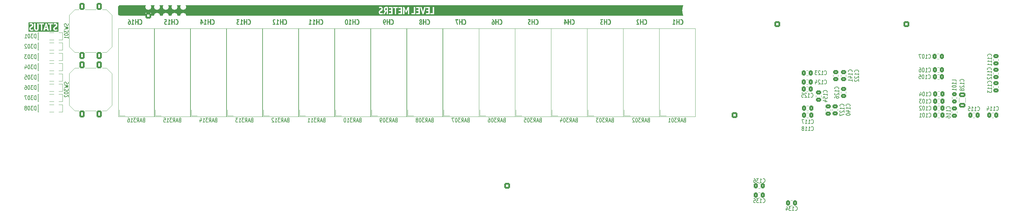
<source format=gbo>
G04 #@! TF.GenerationSoftware,KiCad,Pcbnew,9.0.5*
G04 #@! TF.CreationDate,2025-10-23T19:29:44+02:00*
G04 #@! TF.ProjectId,stencil,7374656e-6369-46c2-9e6b-696361645f70,rev?*
G04 #@! TF.SameCoordinates,Original*
G04 #@! TF.FileFunction,Legend,Bot*
G04 #@! TF.FilePolarity,Positive*
%FSLAX46Y46*%
G04 Gerber Fmt 4.6, Leading zero omitted, Abs format (unit mm)*
G04 Created by KiCad (PCBNEW 9.0.5) date 2025-10-23 19:29:44*
%MOMM*%
%LPD*%
G01*
G04 APERTURE LIST*
G04 Aperture macros list*
%AMRoundRect*
0 Rectangle with rounded corners*
0 $1 Rounding radius*
0 $2 $3 $4 $5 $6 $7 $8 $9 X,Y pos of 4 corners*
0 Add a 4 corners polygon primitive as box body*
4,1,4,$2,$3,$4,$5,$6,$7,$8,$9,$2,$3,0*
0 Add four circle primitives for the rounded corners*
1,1,$1+$1,$2,$3*
1,1,$1+$1,$4,$5*
1,1,$1+$1,$6,$7*
1,1,$1+$1,$8,$9*
0 Add four rect primitives between the rounded corners*
20,1,$1+$1,$2,$3,$4,$5,0*
20,1,$1+$1,$4,$5,$6,$7,0*
20,1,$1+$1,$6,$7,$8,$9,0*
20,1,$1+$1,$8,$9,$2,$3,0*%
G04 Aperture macros list end*
%ADD10C,0.170000*%
%ADD11C,0.100000*%
%ADD12C,0.650000*%
%ADD13O,1.000000X2.100000*%
%ADD14O,1.000000X1.800000*%
%ADD15C,6.400000*%
%ADD16RoundRect,0.250000X-0.600000X-0.600000X0.600000X-0.600000X0.600000X0.600000X-0.600000X0.600000X0*%
%ADD17C,1.700000*%
%ADD18RoundRect,0.250000X0.600000X-0.600000X0.600000X0.600000X-0.600000X0.600000X-0.600000X-0.600000X0*%
%ADD19RoundRect,0.250000X-0.337500X-0.475000X0.337500X-0.475000X0.337500X0.475000X-0.337500X0.475000X0*%
%ADD20RoundRect,0.250000X0.475000X-0.337500X0.475000X0.337500X-0.475000X0.337500X-0.475000X-0.337500X0*%
%ADD21RoundRect,0.250000X0.337500X0.475000X-0.337500X0.475000X-0.337500X-0.475000X0.337500X-0.475000X0*%
%ADD22RoundRect,0.250000X-0.475000X0.337500X-0.475000X-0.337500X0.475000X-0.337500X0.475000X0.337500X0*%
%ADD23C,2.300000*%
%ADD24C,3.600000*%
%ADD25C,1.200000*%
%ADD26C,1.100000*%
%ADD27RoundRect,0.250000X0.450000X-0.325000X0.450000X0.325000X-0.450000X0.325000X-0.450000X-0.325000X0*%
%ADD28RoundRect,0.250000X-0.650000X0.412500X-0.650000X-0.412500X0.650000X-0.412500X0.650000X0.412500X0*%
%ADD29RoundRect,0.249999X-0.850001X-0.850001X0.850001X-0.850001X0.850001X0.850001X-0.850001X0.850001X0*%
%ADD30C,2.200000*%
%ADD31C,1.500000*%
%ADD32C,1.800000*%
%ADD33RoundRect,1.000000X1.250000X0.000010X-1.250000X0.000010X-1.250000X-0.000010X1.250000X-0.000010X0*%
%ADD34RoundRect,1.000000X1.000000X0.000010X-1.000000X0.000010X-1.000000X-0.000010X1.000000X-0.000010X0*%
%ADD35RoundRect,1.000000X0.000010X1.000000X-0.000010X1.000000X-0.000010X-1.000000X0.000010X-1.000000X0*%
%ADD36RoundRect,0.250000X-0.500000X0.750000X-0.500000X-0.750000X0.500000X-0.750000X0.500000X0.750000X0*%
%ADD37R,1.800000X1.800000*%
%ADD38R,1.850000X1.850000*%
%ADD39C,1.850000*%
G04 APERTURE END LIST*
D10*
G36*
X118808876Y-40371180D02*
G01*
X118874210Y-40412453D01*
X118964507Y-40442792D01*
X119061976Y-40459695D01*
X119158045Y-40465263D01*
X119275838Y-40454713D01*
X119383139Y-40423839D01*
X119448719Y-40390650D01*
X119509328Y-40345122D01*
X119565540Y-40285988D01*
X119611965Y-40218489D01*
X119653211Y-40134948D01*
X119688638Y-40032660D01*
X119712315Y-39927074D01*
X119727795Y-39799686D01*
X119733384Y-39647049D01*
X119727036Y-39488446D01*
X119709578Y-39358363D01*
X119683070Y-39252548D01*
X119643912Y-39150458D01*
X119599690Y-39068132D01*
X119550983Y-39002639D01*
X119492721Y-38945730D01*
X119430590Y-38902400D01*
X119363991Y-38871431D01*
X119257689Y-38842762D01*
X119151304Y-38833330D01*
X119045256Y-38838125D01*
X118960013Y-38851208D01*
X118882353Y-38871264D01*
X118826754Y-38891459D01*
X118882735Y-39139708D01*
X118927556Y-39121679D01*
X118982386Y-39107468D01*
X119042110Y-39099053D01*
X119117794Y-39095939D01*
X119191428Y-39104528D01*
X119254035Y-39129248D01*
X119308153Y-39170243D01*
X119355100Y-39229882D01*
X119387707Y-39296642D01*
X119413737Y-39385202D01*
X119431314Y-39500770D01*
X119437850Y-39649296D01*
X119432896Y-39769222D01*
X119418897Y-39873511D01*
X119393477Y-39970287D01*
X119358422Y-40048682D01*
X119310659Y-40114773D01*
X119253202Y-40162499D01*
X119184635Y-40192176D01*
X119099915Y-40202653D01*
X119024777Y-40197179D01*
X118965582Y-40182234D01*
X118864856Y-40133874D01*
X118808876Y-40371180D01*
G37*
G36*
X117965652Y-39771222D02*
G01*
X118393174Y-39771222D01*
X118393174Y-40434000D01*
X118675226Y-40434000D01*
X118675226Y-38864593D01*
X118393174Y-38864593D01*
X118393174Y-39508612D01*
X117965652Y-39508612D01*
X117965652Y-38864593D01*
X117683600Y-38864593D01*
X117683600Y-40434000D01*
X117965652Y-40434000D01*
X117965652Y-39771222D01*
G37*
G36*
X117388555Y-40196400D02*
G01*
X117133370Y-40196400D01*
X117133370Y-39316442D01*
X117104256Y-39164132D01*
X117195994Y-39295242D01*
X117343712Y-39408570D01*
X117466908Y-39258605D01*
X117034891Y-38839582D01*
X116878185Y-38839582D01*
X116878185Y-40196400D01*
X116627494Y-40196400D01*
X116627494Y-40434000D01*
X117388555Y-40434000D01*
X117388555Y-40196400D01*
G37*
G36*
X116317794Y-40196400D02*
G01*
X116062609Y-40196400D01*
X116062609Y-39316442D01*
X116033495Y-39164132D01*
X116125233Y-39295242D01*
X116272951Y-39408570D01*
X116396147Y-39258605D01*
X115964130Y-38839582D01*
X115807424Y-38839582D01*
X115807424Y-40196400D01*
X115556733Y-40196400D01*
X115556733Y-40434000D01*
X116317794Y-40434000D01*
X116317794Y-40196400D01*
G37*
G36*
X213115496Y-40371180D02*
G01*
X213180830Y-40412453D01*
X213271127Y-40442792D01*
X213368596Y-40459695D01*
X213464665Y-40465263D01*
X213582458Y-40454713D01*
X213689759Y-40423839D01*
X213755339Y-40390650D01*
X213815948Y-40345122D01*
X213872160Y-40285988D01*
X213918585Y-40218489D01*
X213959831Y-40134948D01*
X213995258Y-40032660D01*
X214018935Y-39927074D01*
X214034415Y-39799686D01*
X214040004Y-39647049D01*
X214033656Y-39488446D01*
X214016198Y-39358363D01*
X213989690Y-39252548D01*
X213950532Y-39150458D01*
X213906310Y-39068132D01*
X213857603Y-39002639D01*
X213799341Y-38945730D01*
X213737210Y-38902400D01*
X213670611Y-38871431D01*
X213564309Y-38842762D01*
X213457924Y-38833330D01*
X213351876Y-38838125D01*
X213266633Y-38851208D01*
X213188973Y-38871264D01*
X213133374Y-38891459D01*
X213189355Y-39139708D01*
X213234176Y-39121679D01*
X213289006Y-39107468D01*
X213348730Y-39099053D01*
X213424414Y-39095939D01*
X213498048Y-39104528D01*
X213560655Y-39129248D01*
X213614773Y-39170243D01*
X213661720Y-39229882D01*
X213694327Y-39296642D01*
X213720357Y-39385202D01*
X213737934Y-39500770D01*
X213744470Y-39649296D01*
X213739516Y-39769222D01*
X213725517Y-39873511D01*
X213700097Y-39970287D01*
X213665042Y-40048682D01*
X213617279Y-40114773D01*
X213559822Y-40162499D01*
X213491255Y-40192176D01*
X213406535Y-40202653D01*
X213331397Y-40197179D01*
X213272202Y-40182234D01*
X213171476Y-40133874D01*
X213115496Y-40371180D01*
G37*
G36*
X212272272Y-39771222D02*
G01*
X212699794Y-39771222D01*
X212699794Y-40434000D01*
X212981846Y-40434000D01*
X212981846Y-38864593D01*
X212699794Y-38864593D01*
X212699794Y-39508612D01*
X212272272Y-39508612D01*
X212272272Y-38864593D01*
X211990220Y-38864593D01*
X211990220Y-40434000D01*
X212272272Y-40434000D01*
X212272272Y-39771222D01*
G37*
G36*
X210989997Y-39241313D02*
G01*
X210998229Y-39358145D01*
X211023604Y-39480182D01*
X211061851Y-39600771D01*
X211109773Y-39718856D01*
X211165166Y-39833186D01*
X211225056Y-39940824D01*
X211288726Y-40042451D01*
X211348154Y-40126937D01*
X211446633Y-40218773D01*
X211446633Y-40230008D01*
X211312299Y-40196400D01*
X210965377Y-40196400D01*
X210965377Y-40434000D01*
X211751057Y-40434000D01*
X211751057Y-40279247D01*
X211649257Y-40145793D01*
X211539543Y-39986644D01*
X211433249Y-39811669D01*
X211342586Y-39630050D01*
X211306991Y-39539048D01*
X211279962Y-39451752D01*
X211263224Y-39365279D01*
X211260911Y-39288012D01*
X211263787Y-39226619D01*
X211277573Y-39176600D01*
X211301260Y-39135507D01*
X211335171Y-39104150D01*
X211380858Y-39084411D01*
X211442237Y-39077182D01*
X211497783Y-39083423D01*
X211556347Y-39102974D01*
X211611104Y-39131950D01*
X211654826Y-39164718D01*
X211757798Y-38969910D01*
X211679326Y-38913885D01*
X211589955Y-38870259D01*
X211490789Y-38843120D01*
X211368280Y-38833330D01*
X211289708Y-38839913D01*
X211218315Y-38859122D01*
X211153518Y-38891487D01*
X211098636Y-38936498D01*
X211054165Y-38993201D01*
X211019110Y-39064286D01*
X210997672Y-39144266D01*
X210989997Y-39241313D01*
G37*
G36*
X139349496Y-40371180D02*
G01*
X139414830Y-40412453D01*
X139505127Y-40442792D01*
X139602596Y-40459695D01*
X139698665Y-40465263D01*
X139816458Y-40454713D01*
X139923759Y-40423839D01*
X139989339Y-40390650D01*
X140049948Y-40345122D01*
X140106160Y-40285988D01*
X140152585Y-40218489D01*
X140193831Y-40134948D01*
X140229258Y-40032660D01*
X140252935Y-39927074D01*
X140268415Y-39799686D01*
X140274004Y-39647049D01*
X140267656Y-39488446D01*
X140250198Y-39358363D01*
X140223690Y-39252548D01*
X140184532Y-39150458D01*
X140140310Y-39068132D01*
X140091603Y-39002639D01*
X140033341Y-38945730D01*
X139971210Y-38902400D01*
X139904611Y-38871431D01*
X139798309Y-38842762D01*
X139691924Y-38833330D01*
X139585876Y-38838125D01*
X139500633Y-38851208D01*
X139422973Y-38871264D01*
X139367374Y-38891459D01*
X139423355Y-39139708D01*
X139468176Y-39121679D01*
X139523006Y-39107468D01*
X139582730Y-39099053D01*
X139658414Y-39095939D01*
X139732048Y-39104528D01*
X139794655Y-39129248D01*
X139848773Y-39170243D01*
X139895720Y-39229882D01*
X139928327Y-39296642D01*
X139954357Y-39385202D01*
X139971934Y-39500770D01*
X139978470Y-39649296D01*
X139973516Y-39769222D01*
X139959517Y-39873511D01*
X139934097Y-39970287D01*
X139899042Y-40048682D01*
X139851279Y-40114773D01*
X139793822Y-40162499D01*
X139725255Y-40192176D01*
X139640535Y-40202653D01*
X139565397Y-40197179D01*
X139506202Y-40182234D01*
X139405476Y-40133874D01*
X139349496Y-40371180D01*
G37*
G36*
X138506272Y-39771222D02*
G01*
X138933794Y-39771222D01*
X138933794Y-40434000D01*
X139215846Y-40434000D01*
X139215846Y-38864593D01*
X138933794Y-38864593D01*
X138933794Y-39508612D01*
X138506272Y-39508612D01*
X138506272Y-38864593D01*
X138224220Y-38864593D01*
X138224220Y-40434000D01*
X138506272Y-40434000D01*
X138506272Y-39771222D01*
G37*
G36*
X137706492Y-38843049D02*
G01*
X137793410Y-38870504D01*
X137866473Y-38914567D01*
X137928002Y-38976065D01*
X137975548Y-39049649D01*
X138010778Y-39135994D01*
X138033112Y-39237450D01*
X138041038Y-39356889D01*
X138031786Y-39477591D01*
X138006355Y-39573776D01*
X137965355Y-39658534D01*
X137915692Y-39724327D01*
X137855523Y-39776382D01*
X137789272Y-39811962D01*
X137718244Y-39833142D01*
X137649272Y-39840001D01*
X137575117Y-39833824D01*
X137521680Y-39817531D01*
X137475675Y-39787950D01*
X137429942Y-39738884D01*
X137460573Y-39862873D01*
X137508406Y-39971160D01*
X137573264Y-40066072D01*
X137633270Y-40126430D01*
X137704376Y-40175695D01*
X137788113Y-40214180D01*
X137886579Y-40241438D01*
X137823955Y-40465263D01*
X137737521Y-40449215D01*
X137652664Y-40421736D01*
X137568770Y-40382318D01*
X137491198Y-40331987D01*
X137418963Y-40268187D01*
X137351687Y-40189561D01*
X137295269Y-40102481D01*
X137245041Y-39998310D01*
X137201624Y-39874586D01*
X137171711Y-39747128D01*
X137152486Y-39598301D01*
X137145644Y-39425081D01*
X137146648Y-39408766D01*
X137403075Y-39408766D01*
X137404248Y-39460545D01*
X137409817Y-39512325D01*
X137439361Y-39550227D01*
X137479182Y-39578759D01*
X137527239Y-39596108D01*
X137588895Y-39602401D01*
X137642461Y-39594948D01*
X137688428Y-39573163D01*
X137728798Y-39535967D01*
X137757628Y-39488562D01*
X137776572Y-39425188D01*
X137783606Y-39341159D01*
X137777627Y-39258065D01*
X137761373Y-39193258D01*
X137736614Y-39143030D01*
X137700592Y-39102605D01*
X137657384Y-39079060D01*
X137604527Y-39070929D01*
X137553910Y-39077938D01*
X137512789Y-39097991D01*
X137478425Y-39129054D01*
X137450068Y-39169994D01*
X137429285Y-39217871D01*
X137414311Y-39276972D01*
X137403075Y-39408766D01*
X137146648Y-39408766D01*
X137154910Y-39274544D01*
X137180318Y-39153823D01*
X137219135Y-39057565D01*
X137269914Y-38981341D01*
X137337070Y-38916725D01*
X137413459Y-38871064D01*
X137500934Y-38843082D01*
X137602280Y-38833330D01*
X137706492Y-38843049D01*
G37*
G36*
X97732877Y-40371180D02*
G01*
X97798211Y-40412453D01*
X97888508Y-40442792D01*
X97985977Y-40459695D01*
X98082046Y-40465263D01*
X98199839Y-40454713D01*
X98307140Y-40423839D01*
X98372720Y-40390650D01*
X98433329Y-40345122D01*
X98489541Y-40285988D01*
X98535966Y-40218489D01*
X98577212Y-40134948D01*
X98612639Y-40032660D01*
X98636316Y-39927074D01*
X98651796Y-39799686D01*
X98657385Y-39647049D01*
X98651037Y-39488446D01*
X98633579Y-39358363D01*
X98607071Y-39252548D01*
X98567913Y-39150458D01*
X98523691Y-39068132D01*
X98474984Y-39002639D01*
X98416722Y-38945730D01*
X98354591Y-38902400D01*
X98287992Y-38871431D01*
X98181690Y-38842762D01*
X98075305Y-38833330D01*
X97969257Y-38838125D01*
X97884014Y-38851208D01*
X97806354Y-38871264D01*
X97750755Y-38891459D01*
X97806736Y-39139708D01*
X97851557Y-39121679D01*
X97906387Y-39107468D01*
X97966111Y-39099053D01*
X98041795Y-39095939D01*
X98115429Y-39104528D01*
X98178036Y-39129248D01*
X98232154Y-39170243D01*
X98279101Y-39229882D01*
X98311708Y-39296642D01*
X98337738Y-39385202D01*
X98355315Y-39500770D01*
X98361851Y-39649296D01*
X98356897Y-39769222D01*
X98342898Y-39873511D01*
X98317478Y-39970287D01*
X98282423Y-40048682D01*
X98234660Y-40114773D01*
X98177203Y-40162499D01*
X98108636Y-40192176D01*
X98023916Y-40202653D01*
X97948778Y-40197179D01*
X97889583Y-40182234D01*
X97788857Y-40133874D01*
X97732877Y-40371180D01*
G37*
G36*
X96889653Y-39771222D02*
G01*
X97317175Y-39771222D01*
X97317175Y-40434000D01*
X97599227Y-40434000D01*
X97599227Y-38864593D01*
X97317175Y-38864593D01*
X97317175Y-39508612D01*
X96889653Y-39508612D01*
X96889653Y-38864593D01*
X96607601Y-38864593D01*
X96607601Y-40434000D01*
X96889653Y-40434000D01*
X96889653Y-39771222D01*
G37*
G36*
X96312556Y-40196400D02*
G01*
X96057371Y-40196400D01*
X96057371Y-39316442D01*
X96028257Y-39164132D01*
X96119995Y-39295242D01*
X96267713Y-39408570D01*
X96390909Y-39258605D01*
X95958892Y-38839582D01*
X95802186Y-38839582D01*
X95802186Y-40196400D01*
X95551495Y-40196400D01*
X95551495Y-40434000D01*
X96312556Y-40434000D01*
X96312556Y-40196400D01*
G37*
G36*
X94988759Y-40227663D02*
G01*
X94919266Y-40218875D01*
X94864925Y-40194278D01*
X94822088Y-40154097D01*
X94791099Y-40102316D01*
X94771778Y-40040700D01*
X94764935Y-39966812D01*
X94772881Y-39885115D01*
X94794401Y-39823719D01*
X94827704Y-39777818D01*
X94873420Y-39744436D01*
X94934475Y-39722896D01*
X95015626Y-39714949D01*
X95147713Y-39714949D01*
X95147713Y-39561759D01*
X94926135Y-39183281D01*
X94818669Y-39082066D01*
X94966387Y-39102192D01*
X95273058Y-39102192D01*
X95273058Y-38864593D01*
X94556840Y-38864593D01*
X94556840Y-39023839D01*
X94816422Y-39455465D01*
X94899269Y-39517112D01*
X94899269Y-39528347D01*
X94816422Y-39514865D01*
X94755153Y-39525321D01*
X94695570Y-39548180D01*
X94641369Y-39582838D01*
X94593770Y-39630343D01*
X94555469Y-39688607D01*
X94524405Y-39763602D01*
X94505503Y-39847575D01*
X94498613Y-39952353D01*
X94508440Y-40078056D01*
X94535542Y-40178815D01*
X94579940Y-40267712D01*
X94636268Y-40338745D01*
X94705561Y-40394737D01*
X94786233Y-40434195D01*
X94874679Y-40457356D01*
X94970978Y-40465263D01*
X95054641Y-40460907D01*
X95145563Y-40447286D01*
X95231501Y-40424119D01*
X95291034Y-40395702D01*
X95219422Y-40171390D01*
X95116449Y-40211934D01*
X95058259Y-40223515D01*
X94988759Y-40227663D01*
G37*
G36*
X76656877Y-40351180D02*
G01*
X76722211Y-40392453D01*
X76812508Y-40422792D01*
X76909977Y-40439695D01*
X77006046Y-40445263D01*
X77123839Y-40434713D01*
X77231140Y-40403839D01*
X77296720Y-40370650D01*
X77357329Y-40325122D01*
X77413541Y-40265988D01*
X77459966Y-40198489D01*
X77501212Y-40114948D01*
X77536639Y-40012660D01*
X77560316Y-39907074D01*
X77575796Y-39779686D01*
X77581385Y-39627049D01*
X77575037Y-39468446D01*
X77557579Y-39338363D01*
X77531071Y-39232548D01*
X77491913Y-39130458D01*
X77447691Y-39048132D01*
X77398984Y-38982639D01*
X77340722Y-38925730D01*
X77278591Y-38882400D01*
X77211992Y-38851431D01*
X77105690Y-38822762D01*
X76999305Y-38813330D01*
X76893257Y-38818125D01*
X76808014Y-38831208D01*
X76730354Y-38851264D01*
X76674755Y-38871459D01*
X76730736Y-39119708D01*
X76775557Y-39101679D01*
X76830387Y-39087468D01*
X76890111Y-39079053D01*
X76965795Y-39075939D01*
X77039429Y-39084528D01*
X77102036Y-39109248D01*
X77156154Y-39150243D01*
X77203101Y-39209882D01*
X77235708Y-39276642D01*
X77261738Y-39365202D01*
X77279315Y-39480770D01*
X77285851Y-39629296D01*
X77280897Y-39749222D01*
X77266898Y-39853511D01*
X77241478Y-39950287D01*
X77206423Y-40028682D01*
X77158660Y-40094773D01*
X77101203Y-40142499D01*
X77032636Y-40172176D01*
X76947916Y-40182653D01*
X76872778Y-40177179D01*
X76813583Y-40162234D01*
X76712857Y-40113874D01*
X76656877Y-40351180D01*
G37*
G36*
X75813653Y-39751222D02*
G01*
X76241175Y-39751222D01*
X76241175Y-40414000D01*
X76523227Y-40414000D01*
X76523227Y-38844593D01*
X76241175Y-38844593D01*
X76241175Y-39488612D01*
X75813653Y-39488612D01*
X75813653Y-38844593D01*
X75531601Y-38844593D01*
X75531601Y-40414000D01*
X75813653Y-40414000D01*
X75813653Y-39751222D01*
G37*
G36*
X75236556Y-40176400D02*
G01*
X74981371Y-40176400D01*
X74981371Y-39296442D01*
X74952257Y-39144132D01*
X75043995Y-39275242D01*
X75191713Y-39388570D01*
X75314909Y-39238605D01*
X74882892Y-38819582D01*
X74726186Y-38819582D01*
X74726186Y-40176400D01*
X74475495Y-40176400D01*
X74475495Y-40414000D01*
X75236556Y-40414000D01*
X75236556Y-40176400D01*
G37*
G36*
X73950861Y-40201411D02*
G01*
X73874075Y-40191925D01*
X73814275Y-40165465D01*
X73767386Y-40122471D01*
X73733411Y-40066777D01*
X73712195Y-40000063D01*
X73704664Y-39919554D01*
X73714150Y-39827878D01*
X73739509Y-39761658D01*
X73778523Y-39714390D01*
X73831351Y-39680909D01*
X73900664Y-39659178D01*
X73991210Y-39651180D01*
X74136681Y-39660071D01*
X74136681Y-38844593D01*
X73485237Y-38844593D01*
X73485237Y-39107203D01*
X73908363Y-39107203D01*
X73908363Y-39422569D01*
X73834504Y-39413581D01*
X73746271Y-39425045D01*
X73670110Y-39451402D01*
X73603761Y-39492234D01*
X73545711Y-39548501D01*
X73500949Y-39614754D01*
X73467444Y-39694827D01*
X73445954Y-39791461D01*
X73438244Y-39908026D01*
X73448272Y-40035848D01*
X73476346Y-40141815D01*
X73522228Y-40235930D01*
X73580394Y-40310441D01*
X73652539Y-40369203D01*
X73738272Y-40411557D01*
X73832786Y-40436639D01*
X73937477Y-40445263D01*
X74017940Y-40441074D01*
X74099752Y-40428361D01*
X74177047Y-40407964D01*
X74232913Y-40384593D01*
X74163548Y-40157642D01*
X74106628Y-40180893D01*
X74036652Y-40195959D01*
X73950861Y-40201411D01*
G37*
G36*
X192039496Y-40371180D02*
G01*
X192104830Y-40412453D01*
X192195127Y-40442792D01*
X192292596Y-40459695D01*
X192388665Y-40465263D01*
X192506458Y-40454713D01*
X192613759Y-40423839D01*
X192679339Y-40390650D01*
X192739948Y-40345122D01*
X192796160Y-40285988D01*
X192842585Y-40218489D01*
X192883831Y-40134948D01*
X192919258Y-40032660D01*
X192942935Y-39927074D01*
X192958415Y-39799686D01*
X192964004Y-39647049D01*
X192957656Y-39488446D01*
X192940198Y-39358363D01*
X192913690Y-39252548D01*
X192874532Y-39150458D01*
X192830310Y-39068132D01*
X192781603Y-39002639D01*
X192723341Y-38945730D01*
X192661210Y-38902400D01*
X192594611Y-38871431D01*
X192488309Y-38842762D01*
X192381924Y-38833330D01*
X192275876Y-38838125D01*
X192190633Y-38851208D01*
X192112973Y-38871264D01*
X192057374Y-38891459D01*
X192113355Y-39139708D01*
X192158176Y-39121679D01*
X192213006Y-39107468D01*
X192272730Y-39099053D01*
X192348414Y-39095939D01*
X192422048Y-39104528D01*
X192484655Y-39129248D01*
X192538773Y-39170243D01*
X192585720Y-39229882D01*
X192618327Y-39296642D01*
X192644357Y-39385202D01*
X192661934Y-39500770D01*
X192668470Y-39649296D01*
X192663516Y-39769222D01*
X192649517Y-39873511D01*
X192624097Y-39970287D01*
X192589042Y-40048682D01*
X192541279Y-40114773D01*
X192483822Y-40162499D01*
X192415255Y-40192176D01*
X192330535Y-40202653D01*
X192255397Y-40197179D01*
X192196202Y-40182234D01*
X192095476Y-40133874D01*
X192039496Y-40371180D01*
G37*
G36*
X191196272Y-39771222D02*
G01*
X191623794Y-39771222D01*
X191623794Y-40434000D01*
X191905846Y-40434000D01*
X191905846Y-38864593D01*
X191623794Y-38864593D01*
X191623794Y-39508612D01*
X191196272Y-39508612D01*
X191196272Y-38864593D01*
X190914220Y-38864593D01*
X190914220Y-40434000D01*
X191196272Y-40434000D01*
X191196272Y-39771222D01*
G37*
G36*
X190775783Y-39833944D02*
G01*
X190775783Y-40002569D01*
X190222915Y-40002569D01*
X190222915Y-40434000D01*
X189969977Y-40434000D01*
X189969977Y-40002569D01*
X189773020Y-40002569D01*
X189773020Y-39771222D01*
X189969977Y-39771222D01*
X189969977Y-39223239D01*
X190198295Y-39223239D01*
X190222915Y-39424495D01*
X190222915Y-39771222D01*
X190426614Y-39771222D01*
X190540821Y-39789101D01*
X190451233Y-39704104D01*
X190274401Y-39404369D01*
X190207283Y-39223239D01*
X190198295Y-39223239D01*
X189969977Y-39223239D01*
X189969977Y-38858340D01*
X190202789Y-38858340D01*
X190775783Y-39833944D01*
G37*
G36*
X181501496Y-40371180D02*
G01*
X181566830Y-40412453D01*
X181657127Y-40442792D01*
X181754596Y-40459695D01*
X181850665Y-40465263D01*
X181968458Y-40454713D01*
X182075759Y-40423839D01*
X182141339Y-40390650D01*
X182201948Y-40345122D01*
X182258160Y-40285988D01*
X182304585Y-40218489D01*
X182345831Y-40134948D01*
X182381258Y-40032660D01*
X182404935Y-39927074D01*
X182420415Y-39799686D01*
X182426004Y-39647049D01*
X182419656Y-39488446D01*
X182402198Y-39358363D01*
X182375690Y-39252548D01*
X182336532Y-39150458D01*
X182292310Y-39068132D01*
X182243603Y-39002639D01*
X182185341Y-38945730D01*
X182123210Y-38902400D01*
X182056611Y-38871431D01*
X181950309Y-38842762D01*
X181843924Y-38833330D01*
X181737876Y-38838125D01*
X181652633Y-38851208D01*
X181574973Y-38871264D01*
X181519374Y-38891459D01*
X181575355Y-39139708D01*
X181620176Y-39121679D01*
X181675006Y-39107468D01*
X181734730Y-39099053D01*
X181810414Y-39095939D01*
X181884048Y-39104528D01*
X181946655Y-39129248D01*
X182000773Y-39170243D01*
X182047720Y-39229882D01*
X182080327Y-39296642D01*
X182106357Y-39385202D01*
X182123934Y-39500770D01*
X182130470Y-39649296D01*
X182125516Y-39769222D01*
X182111517Y-39873511D01*
X182086097Y-39970287D01*
X182051042Y-40048682D01*
X182003279Y-40114773D01*
X181945822Y-40162499D01*
X181877255Y-40192176D01*
X181792535Y-40202653D01*
X181717397Y-40197179D01*
X181658202Y-40182234D01*
X181557476Y-40133874D01*
X181501496Y-40371180D01*
G37*
G36*
X180658272Y-39771222D02*
G01*
X181085794Y-39771222D01*
X181085794Y-40434000D01*
X181367846Y-40434000D01*
X181367846Y-38864593D01*
X181085794Y-38864593D01*
X181085794Y-39508612D01*
X180658272Y-39508612D01*
X180658272Y-38864593D01*
X180376220Y-38864593D01*
X180376220Y-40434000D01*
X180658272Y-40434000D01*
X180658272Y-39771222D01*
G37*
G36*
X179866241Y-40221411D02*
G01*
X179789454Y-40211925D01*
X179729654Y-40185465D01*
X179682766Y-40142471D01*
X179648791Y-40086777D01*
X179627574Y-40020063D01*
X179620044Y-39939554D01*
X179629530Y-39847878D01*
X179654888Y-39781658D01*
X179693903Y-39734390D01*
X179746731Y-39700909D01*
X179816044Y-39679178D01*
X179906590Y-39671180D01*
X180052061Y-39680071D01*
X180052061Y-38864593D01*
X179400616Y-38864593D01*
X179400616Y-39127203D01*
X179823743Y-39127203D01*
X179823743Y-39442569D01*
X179749884Y-39433581D01*
X179661651Y-39445045D01*
X179585490Y-39471402D01*
X179519141Y-39512234D01*
X179461091Y-39568501D01*
X179416329Y-39634754D01*
X179382824Y-39714827D01*
X179361333Y-39811461D01*
X179353624Y-39928026D01*
X179363652Y-40055848D01*
X179391726Y-40161815D01*
X179437607Y-40255930D01*
X179495773Y-40330441D01*
X179567919Y-40389203D01*
X179653652Y-40431557D01*
X179748165Y-40456639D01*
X179852856Y-40465263D01*
X179933320Y-40461074D01*
X180015131Y-40448361D01*
X180092426Y-40427964D01*
X180148293Y-40404593D01*
X180078928Y-40177642D01*
X180022008Y-40200893D01*
X179952032Y-40215959D01*
X179866241Y-40221411D01*
G37*
G36*
X66118877Y-40351180D02*
G01*
X66184211Y-40392453D01*
X66274508Y-40422792D01*
X66371977Y-40439695D01*
X66468046Y-40445263D01*
X66585839Y-40434713D01*
X66693140Y-40403839D01*
X66758720Y-40370650D01*
X66819329Y-40325122D01*
X66875541Y-40265988D01*
X66921966Y-40198489D01*
X66963212Y-40114948D01*
X66998639Y-40012660D01*
X67022316Y-39907074D01*
X67037796Y-39779686D01*
X67043385Y-39627049D01*
X67037037Y-39468446D01*
X67019579Y-39338363D01*
X66993071Y-39232548D01*
X66953913Y-39130458D01*
X66909691Y-39048132D01*
X66860984Y-38982639D01*
X66802722Y-38925730D01*
X66740591Y-38882400D01*
X66673992Y-38851431D01*
X66567690Y-38822762D01*
X66461305Y-38813330D01*
X66355257Y-38818125D01*
X66270014Y-38831208D01*
X66192354Y-38851264D01*
X66136755Y-38871459D01*
X66192736Y-39119708D01*
X66237557Y-39101679D01*
X66292387Y-39087468D01*
X66352111Y-39079053D01*
X66427795Y-39075939D01*
X66501429Y-39084528D01*
X66564036Y-39109248D01*
X66618154Y-39150243D01*
X66665101Y-39209882D01*
X66697708Y-39276642D01*
X66723738Y-39365202D01*
X66741315Y-39480770D01*
X66747851Y-39629296D01*
X66742897Y-39749222D01*
X66728898Y-39853511D01*
X66703478Y-39950287D01*
X66668423Y-40028682D01*
X66620660Y-40094773D01*
X66563203Y-40142499D01*
X66494636Y-40172176D01*
X66409916Y-40182653D01*
X66334778Y-40177179D01*
X66275583Y-40162234D01*
X66174857Y-40113874D01*
X66118877Y-40351180D01*
G37*
G36*
X65275653Y-39751222D02*
G01*
X65703175Y-39751222D01*
X65703175Y-40414000D01*
X65985227Y-40414000D01*
X65985227Y-38844593D01*
X65703175Y-38844593D01*
X65703175Y-39488612D01*
X65275653Y-39488612D01*
X65275653Y-38844593D01*
X64993601Y-38844593D01*
X64993601Y-40414000D01*
X65275653Y-40414000D01*
X65275653Y-39751222D01*
G37*
G36*
X64698556Y-40176400D02*
G01*
X64443371Y-40176400D01*
X64443371Y-39296442D01*
X64414257Y-39144132D01*
X64505995Y-39275242D01*
X64653713Y-39388570D01*
X64776909Y-39238605D01*
X64344892Y-38819582D01*
X64188186Y-38819582D01*
X64188186Y-40176400D01*
X63937495Y-40176400D01*
X63937495Y-40414000D01*
X64698556Y-40414000D01*
X64698556Y-40176400D01*
G37*
G36*
X63145144Y-38838084D02*
G01*
X63228919Y-38874129D01*
X63311061Y-38922066D01*
X63386738Y-38979664D01*
X63457563Y-39049153D01*
X63523747Y-39131627D01*
X63579976Y-39221301D01*
X63629349Y-39324274D01*
X63671466Y-39442108D01*
X63701131Y-39563592D01*
X63719767Y-39699390D01*
X63726274Y-39851264D01*
X63717294Y-40000278D01*
X63692764Y-40119150D01*
X63651064Y-40224635D01*
X63598681Y-40304090D01*
X63532251Y-40366855D01*
X63455457Y-40410580D01*
X63369724Y-40436395D01*
X63274131Y-40445263D01*
X63182985Y-40436132D01*
X63100719Y-40409408D01*
X63026895Y-40365703D01*
X62964138Y-40306240D01*
X62913954Y-40233084D01*
X62874550Y-40142499D01*
X62850541Y-40042467D01*
X62843264Y-39942806D01*
X63099449Y-39942806D01*
X63105929Y-40026932D01*
X63123395Y-40090960D01*
X63149861Y-40139275D01*
X63187478Y-40177801D01*
X63230446Y-40200077D01*
X63280775Y-40207663D01*
X63327164Y-40201282D01*
X63364794Y-40183043D01*
X63396282Y-40154590D01*
X63423022Y-40116805D01*
X63443151Y-40073193D01*
X63457704Y-40022527D01*
X63468842Y-39911348D01*
X63468842Y-39860936D01*
X63466595Y-39810427D01*
X63440112Y-39762623D01*
X63399477Y-39720643D01*
X63348115Y-39692241D01*
X63285269Y-39682443D01*
X63225676Y-39689921D01*
X63180196Y-39710640D01*
X63145366Y-39744188D01*
X63121916Y-39788081D01*
X63105697Y-39852046D01*
X63099449Y-39942806D01*
X62843264Y-39942806D01*
X62842115Y-39927077D01*
X62849570Y-39810270D01*
X62870154Y-39715172D01*
X62904640Y-39630103D01*
X62948507Y-39563741D01*
X63003744Y-39510710D01*
X63067111Y-39474055D01*
X63137651Y-39452296D01*
X63215904Y-39444844D01*
X63296331Y-39453779D01*
X63359128Y-39478549D01*
X63412417Y-39517320D01*
X63455359Y-39565988D01*
X63429802Y-39469602D01*
X63393810Y-39378898D01*
X63347279Y-39294574D01*
X63292010Y-39220922D01*
X63227502Y-39156382D01*
X63155429Y-39102122D01*
X63076470Y-39059496D01*
X62992080Y-39030413D01*
X63059198Y-38813330D01*
X63145144Y-38838084D01*
G37*
G36*
X223653496Y-40371180D02*
G01*
X223718830Y-40412453D01*
X223809127Y-40442792D01*
X223906596Y-40459695D01*
X224002665Y-40465263D01*
X224120458Y-40454713D01*
X224227759Y-40423839D01*
X224293339Y-40390650D01*
X224353948Y-40345122D01*
X224410160Y-40285988D01*
X224456585Y-40218489D01*
X224497831Y-40134948D01*
X224533258Y-40032660D01*
X224556935Y-39927074D01*
X224572415Y-39799686D01*
X224578004Y-39647049D01*
X224571656Y-39488446D01*
X224554198Y-39358363D01*
X224527690Y-39252548D01*
X224488532Y-39150458D01*
X224444310Y-39068132D01*
X224395603Y-39002639D01*
X224337341Y-38945730D01*
X224275210Y-38902400D01*
X224208611Y-38871431D01*
X224102309Y-38842762D01*
X223995924Y-38833330D01*
X223889876Y-38838125D01*
X223804633Y-38851208D01*
X223726973Y-38871264D01*
X223671374Y-38891459D01*
X223727355Y-39139708D01*
X223772176Y-39121679D01*
X223827006Y-39107468D01*
X223886730Y-39099053D01*
X223962414Y-39095939D01*
X224036048Y-39104528D01*
X224098655Y-39129248D01*
X224152773Y-39170243D01*
X224199720Y-39229882D01*
X224232327Y-39296642D01*
X224258357Y-39385202D01*
X224275934Y-39500770D01*
X224282470Y-39649296D01*
X224277516Y-39769222D01*
X224263517Y-39873511D01*
X224238097Y-39970287D01*
X224203042Y-40048682D01*
X224155279Y-40114773D01*
X224097822Y-40162499D01*
X224029255Y-40192176D01*
X223944535Y-40202653D01*
X223869397Y-40197179D01*
X223810202Y-40182234D01*
X223709476Y-40133874D01*
X223653496Y-40371180D01*
G37*
G36*
X222810272Y-39771222D02*
G01*
X223237794Y-39771222D01*
X223237794Y-40434000D01*
X223519846Y-40434000D01*
X223519846Y-38864593D01*
X223237794Y-38864593D01*
X223237794Y-39508612D01*
X222810272Y-39508612D01*
X222810272Y-38864593D01*
X222528220Y-38864593D01*
X222528220Y-40434000D01*
X222810272Y-40434000D01*
X222810272Y-39771222D01*
G37*
G36*
X222233175Y-40196400D02*
G01*
X221977990Y-40196400D01*
X221977990Y-39316442D01*
X221948876Y-39164132D01*
X222040614Y-39295242D01*
X222188332Y-39408570D01*
X222311528Y-39258605D01*
X221879511Y-38839582D01*
X221722805Y-38839582D01*
X221722805Y-40196400D01*
X221472114Y-40196400D01*
X221472114Y-40434000D01*
X222233175Y-40434000D01*
X222233175Y-40196400D01*
G37*
G36*
X149887496Y-40371180D02*
G01*
X149952830Y-40412453D01*
X150043127Y-40442792D01*
X150140596Y-40459695D01*
X150236665Y-40465263D01*
X150354458Y-40454713D01*
X150461759Y-40423839D01*
X150527339Y-40390650D01*
X150587948Y-40345122D01*
X150644160Y-40285988D01*
X150690585Y-40218489D01*
X150731831Y-40134948D01*
X150767258Y-40032660D01*
X150790935Y-39927074D01*
X150806415Y-39799686D01*
X150812004Y-39647049D01*
X150805656Y-39488446D01*
X150788198Y-39358363D01*
X150761690Y-39252548D01*
X150722532Y-39150458D01*
X150678310Y-39068132D01*
X150629603Y-39002639D01*
X150571341Y-38945730D01*
X150509210Y-38902400D01*
X150442611Y-38871431D01*
X150336309Y-38842762D01*
X150229924Y-38833330D01*
X150123876Y-38838125D01*
X150038633Y-38851208D01*
X149960973Y-38871264D01*
X149905374Y-38891459D01*
X149961355Y-39139708D01*
X150006176Y-39121679D01*
X150061006Y-39107468D01*
X150120730Y-39099053D01*
X150196414Y-39095939D01*
X150270048Y-39104528D01*
X150332655Y-39129248D01*
X150386773Y-39170243D01*
X150433720Y-39229882D01*
X150466327Y-39296642D01*
X150492357Y-39385202D01*
X150509934Y-39500770D01*
X150516470Y-39649296D01*
X150511516Y-39769222D01*
X150497517Y-39873511D01*
X150472097Y-39970287D01*
X150437042Y-40048682D01*
X150389279Y-40114773D01*
X150331822Y-40162499D01*
X150263255Y-40192176D01*
X150178535Y-40202653D01*
X150103397Y-40197179D01*
X150044202Y-40182234D01*
X149943476Y-40133874D01*
X149887496Y-40371180D01*
G37*
G36*
X149044272Y-39771222D02*
G01*
X149471794Y-39771222D01*
X149471794Y-40434000D01*
X149753846Y-40434000D01*
X149753846Y-38864593D01*
X149471794Y-38864593D01*
X149471794Y-39508612D01*
X149044272Y-39508612D01*
X149044272Y-38864593D01*
X148762220Y-38864593D01*
X148762220Y-40434000D01*
X149044272Y-40434000D01*
X149044272Y-39771222D01*
G37*
G36*
X148209694Y-38840999D02*
G01*
X148287383Y-38862712D01*
X148353560Y-38897435D01*
X148410119Y-38945388D01*
X148455360Y-39004256D01*
X148488369Y-39072964D01*
X148509091Y-39153406D01*
X148516414Y-39248054D01*
X148510293Y-39336532D01*
X148493116Y-39410833D01*
X148466100Y-39473344D01*
X148407062Y-39558074D01*
X148328347Y-39633567D01*
X148412269Y-39707524D01*
X148449254Y-39750107D01*
X148482806Y-39798382D01*
X148510405Y-39851372D01*
X148532045Y-39912688D01*
X148545227Y-39978969D01*
X148549924Y-40057279D01*
X148542072Y-40150328D01*
X148519736Y-40229910D01*
X148482652Y-40300548D01*
X148433567Y-40357698D01*
X148373072Y-40403011D01*
X148301480Y-40437224D01*
X148222463Y-40457993D01*
X148131390Y-40465263D01*
X148042035Y-40457793D01*
X147961299Y-40436051D01*
X147887902Y-40399989D01*
X147825891Y-40350957D01*
X147775371Y-40289415D01*
X147736302Y-40214181D01*
X147712276Y-40130117D01*
X147703867Y-40032660D01*
X147703874Y-40032562D01*
X147961299Y-40032562D01*
X147967065Y-40096910D01*
X147982519Y-40144560D01*
X148006044Y-40179498D01*
X148038659Y-40205847D01*
X148078254Y-40221966D01*
X148126895Y-40227663D01*
X148180397Y-40220264D01*
X148223583Y-40199149D01*
X148258982Y-40163769D01*
X148284554Y-40119050D01*
X148300403Y-40066918D01*
X148305974Y-40005598D01*
X148298553Y-39934754D01*
X148275786Y-39863253D01*
X148235230Y-39797261D01*
X148167147Y-39732046D01*
X148094460Y-39788124D01*
X148027342Y-39852018D01*
X148000291Y-39889094D01*
X147979177Y-39931641D01*
X147965937Y-39978353D01*
X147961299Y-40032562D01*
X147703874Y-40032562D01*
X147710735Y-39933739D01*
X147729895Y-39851776D01*
X147759847Y-39783825D01*
X147801877Y-39722094D01*
X147857227Y-39663133D01*
X147927691Y-39606700D01*
X147845221Y-39523323D01*
X147786616Y-39436316D01*
X147760097Y-39373206D01*
X147743323Y-39299205D01*
X147740902Y-39263783D01*
X147979177Y-39263783D01*
X147985890Y-39337162D01*
X148004969Y-39399387D01*
X148036099Y-39457499D01*
X148082150Y-39519359D01*
X148150440Y-39471194D01*
X148207496Y-39414041D01*
X148229493Y-39380846D01*
X148246672Y-39343406D01*
X148257395Y-39302255D01*
X148261229Y-39252548D01*
X148252623Y-39184183D01*
X148227719Y-39125933D01*
X148201294Y-39095738D01*
X148166387Y-39077477D01*
X148120154Y-39070929D01*
X148083716Y-39076395D01*
X148050949Y-39092756D01*
X148020601Y-39121438D01*
X147998616Y-39157313D01*
X147984391Y-39203779D01*
X147979177Y-39263783D01*
X147740902Y-39263783D01*
X147737377Y-39212199D01*
X147744709Y-39122097D01*
X147765303Y-39047107D01*
X147797929Y-38984434D01*
X147842597Y-38932004D01*
X147897882Y-38889679D01*
X147961112Y-38859059D01*
X148033791Y-38840009D01*
X148117907Y-38833330D01*
X148209694Y-38840999D01*
G37*
G36*
X160425496Y-40371180D02*
G01*
X160490830Y-40412453D01*
X160581127Y-40442792D01*
X160678596Y-40459695D01*
X160774665Y-40465263D01*
X160892458Y-40454713D01*
X160999759Y-40423839D01*
X161065339Y-40390650D01*
X161125948Y-40345122D01*
X161182160Y-40285988D01*
X161228585Y-40218489D01*
X161269831Y-40134948D01*
X161305258Y-40032660D01*
X161328935Y-39927074D01*
X161344415Y-39799686D01*
X161350004Y-39647049D01*
X161343656Y-39488446D01*
X161326198Y-39358363D01*
X161299690Y-39252548D01*
X161260532Y-39150458D01*
X161216310Y-39068132D01*
X161167603Y-39002639D01*
X161109341Y-38945730D01*
X161047210Y-38902400D01*
X160980611Y-38871431D01*
X160874309Y-38842762D01*
X160767924Y-38833330D01*
X160661876Y-38838125D01*
X160576633Y-38851208D01*
X160498973Y-38871264D01*
X160443374Y-38891459D01*
X160499355Y-39139708D01*
X160544176Y-39121679D01*
X160599006Y-39107468D01*
X160658730Y-39099053D01*
X160734414Y-39095939D01*
X160808048Y-39104528D01*
X160870655Y-39129248D01*
X160924773Y-39170243D01*
X160971720Y-39229882D01*
X161004327Y-39296642D01*
X161030357Y-39385202D01*
X161047934Y-39500770D01*
X161054470Y-39649296D01*
X161049516Y-39769222D01*
X161035517Y-39873511D01*
X161010097Y-39970287D01*
X160975042Y-40048682D01*
X160927279Y-40114773D01*
X160869822Y-40162499D01*
X160801255Y-40192176D01*
X160716535Y-40202653D01*
X160641397Y-40197179D01*
X160582202Y-40182234D01*
X160481476Y-40133874D01*
X160425496Y-40371180D01*
G37*
G36*
X159582272Y-39771222D02*
G01*
X160009794Y-39771222D01*
X160009794Y-40434000D01*
X160291846Y-40434000D01*
X160291846Y-38864593D01*
X160009794Y-38864593D01*
X160009794Y-39508612D01*
X159582272Y-39508612D01*
X159582272Y-38864593D01*
X159300220Y-38864593D01*
X159300220Y-40434000D01*
X159582272Y-40434000D01*
X159582272Y-39771222D01*
G37*
G36*
X159002928Y-40434000D02*
G01*
X158579899Y-39214153D01*
X158499299Y-39104732D01*
X158611260Y-39127203D01*
X159083528Y-39127203D01*
X159083528Y-38864593D01*
X158235126Y-38864593D01*
X158235126Y-38957112D01*
X158743249Y-40434000D01*
X159002928Y-40434000D01*
G37*
G36*
X108270876Y-40371180D02*
G01*
X108336210Y-40412453D01*
X108426507Y-40442792D01*
X108523976Y-40459695D01*
X108620045Y-40465263D01*
X108737838Y-40454713D01*
X108845139Y-40423839D01*
X108910719Y-40390650D01*
X108971328Y-40345122D01*
X109027540Y-40285988D01*
X109073965Y-40218489D01*
X109115211Y-40134948D01*
X109150638Y-40032660D01*
X109174315Y-39927074D01*
X109189795Y-39799686D01*
X109195384Y-39647049D01*
X109189036Y-39488446D01*
X109171578Y-39358363D01*
X109145070Y-39252548D01*
X109105912Y-39150458D01*
X109061690Y-39068132D01*
X109012983Y-39002639D01*
X108954721Y-38945730D01*
X108892590Y-38902400D01*
X108825991Y-38871431D01*
X108719689Y-38842762D01*
X108613304Y-38833330D01*
X108507256Y-38838125D01*
X108422013Y-38851208D01*
X108344353Y-38871264D01*
X108288754Y-38891459D01*
X108344735Y-39139708D01*
X108389556Y-39121679D01*
X108444386Y-39107468D01*
X108504110Y-39099053D01*
X108579794Y-39095939D01*
X108653428Y-39104528D01*
X108716035Y-39129248D01*
X108770153Y-39170243D01*
X108817100Y-39229882D01*
X108849707Y-39296642D01*
X108875737Y-39385202D01*
X108893314Y-39500770D01*
X108899850Y-39649296D01*
X108894896Y-39769222D01*
X108880897Y-39873511D01*
X108855477Y-39970287D01*
X108820422Y-40048682D01*
X108772659Y-40114773D01*
X108715202Y-40162499D01*
X108646635Y-40192176D01*
X108561915Y-40202653D01*
X108486777Y-40197179D01*
X108427582Y-40182234D01*
X108326856Y-40133874D01*
X108270876Y-40371180D01*
G37*
G36*
X107427652Y-39771222D02*
G01*
X107855174Y-39771222D01*
X107855174Y-40434000D01*
X108137226Y-40434000D01*
X108137226Y-38864593D01*
X107855174Y-38864593D01*
X107855174Y-39508612D01*
X107427652Y-39508612D01*
X107427652Y-38864593D01*
X107145600Y-38864593D01*
X107145600Y-40434000D01*
X107427652Y-40434000D01*
X107427652Y-39771222D01*
G37*
G36*
X106850555Y-40196400D02*
G01*
X106595370Y-40196400D01*
X106595370Y-39316442D01*
X106566256Y-39164132D01*
X106657994Y-39295242D01*
X106805712Y-39408570D01*
X106928908Y-39258605D01*
X106496891Y-38839582D01*
X106340185Y-38839582D01*
X106340185Y-40196400D01*
X106089494Y-40196400D01*
X106089494Y-40434000D01*
X106850555Y-40434000D01*
X106850555Y-40196400D01*
G37*
G36*
X105074616Y-39241313D02*
G01*
X105082848Y-39358145D01*
X105108224Y-39480182D01*
X105146470Y-39600771D01*
X105194393Y-39718856D01*
X105249785Y-39833186D01*
X105309675Y-39940824D01*
X105373346Y-40042451D01*
X105432774Y-40126937D01*
X105531252Y-40218773D01*
X105531252Y-40230008D01*
X105396919Y-40196400D01*
X105049996Y-40196400D01*
X105049996Y-40434000D01*
X105835677Y-40434000D01*
X105835677Y-40279247D01*
X105733876Y-40145793D01*
X105624162Y-39986644D01*
X105517868Y-39811669D01*
X105427205Y-39630050D01*
X105391610Y-39539048D01*
X105364581Y-39451752D01*
X105347843Y-39365279D01*
X105345530Y-39288012D01*
X105348406Y-39226619D01*
X105362193Y-39176600D01*
X105385879Y-39135507D01*
X105419790Y-39104150D01*
X105465477Y-39084411D01*
X105526856Y-39077182D01*
X105582403Y-39083423D01*
X105640966Y-39102974D01*
X105695723Y-39131950D01*
X105739445Y-39164718D01*
X105842418Y-38969910D01*
X105763945Y-38913885D01*
X105674574Y-38870259D01*
X105575408Y-38843120D01*
X105452899Y-38833330D01*
X105374327Y-38839913D01*
X105302934Y-38859122D01*
X105238138Y-38891487D01*
X105183255Y-38936498D01*
X105138784Y-38993201D01*
X105103730Y-39064286D01*
X105082292Y-39144266D01*
X105074616Y-39241313D01*
G37*
G36*
X170963496Y-40371180D02*
G01*
X171028830Y-40412453D01*
X171119127Y-40442792D01*
X171216596Y-40459695D01*
X171312665Y-40465263D01*
X171430458Y-40454713D01*
X171537759Y-40423839D01*
X171603339Y-40390650D01*
X171663948Y-40345122D01*
X171720160Y-40285988D01*
X171766585Y-40218489D01*
X171807831Y-40134948D01*
X171843258Y-40032660D01*
X171866935Y-39927074D01*
X171882415Y-39799686D01*
X171888004Y-39647049D01*
X171881656Y-39488446D01*
X171864198Y-39358363D01*
X171837690Y-39252548D01*
X171798532Y-39150458D01*
X171754310Y-39068132D01*
X171705603Y-39002639D01*
X171647341Y-38945730D01*
X171585210Y-38902400D01*
X171518611Y-38871431D01*
X171412309Y-38842762D01*
X171305924Y-38833330D01*
X171199876Y-38838125D01*
X171114633Y-38851208D01*
X171036973Y-38871264D01*
X170981374Y-38891459D01*
X171037355Y-39139708D01*
X171082176Y-39121679D01*
X171137006Y-39107468D01*
X171196730Y-39099053D01*
X171272414Y-39095939D01*
X171346048Y-39104528D01*
X171408655Y-39129248D01*
X171462773Y-39170243D01*
X171509720Y-39229882D01*
X171542327Y-39296642D01*
X171568357Y-39385202D01*
X171585934Y-39500770D01*
X171592470Y-39649296D01*
X171587516Y-39769222D01*
X171573517Y-39873511D01*
X171548097Y-39970287D01*
X171513042Y-40048682D01*
X171465279Y-40114773D01*
X171407822Y-40162499D01*
X171339255Y-40192176D01*
X171254535Y-40202653D01*
X171179397Y-40197179D01*
X171120202Y-40182234D01*
X171019476Y-40133874D01*
X170963496Y-40371180D01*
G37*
G36*
X170120272Y-39771222D02*
G01*
X170547794Y-39771222D01*
X170547794Y-40434000D01*
X170829846Y-40434000D01*
X170829846Y-38864593D01*
X170547794Y-38864593D01*
X170547794Y-39508612D01*
X170120272Y-39508612D01*
X170120272Y-38864593D01*
X169838220Y-38864593D01*
X169838220Y-40434000D01*
X170120272Y-40434000D01*
X170120272Y-39771222D01*
G37*
G36*
X169060523Y-38858084D02*
G01*
X169144298Y-38894129D01*
X169226440Y-38942066D01*
X169302117Y-38999664D01*
X169372943Y-39069153D01*
X169439127Y-39151627D01*
X169495356Y-39241301D01*
X169544729Y-39344274D01*
X169586845Y-39462108D01*
X169616510Y-39583592D01*
X169635147Y-39719390D01*
X169641653Y-39871264D01*
X169632674Y-40020278D01*
X169608143Y-40139150D01*
X169566443Y-40244635D01*
X169514061Y-40324090D01*
X169447631Y-40386855D01*
X169370837Y-40430580D01*
X169285104Y-40456395D01*
X169189511Y-40465263D01*
X169098365Y-40456132D01*
X169016099Y-40429408D01*
X168942275Y-40385703D01*
X168879518Y-40326240D01*
X168829333Y-40253084D01*
X168789930Y-40162499D01*
X168765920Y-40062467D01*
X168758643Y-39962806D01*
X169014828Y-39962806D01*
X169021309Y-40046932D01*
X169038775Y-40110960D01*
X169065240Y-40159275D01*
X169102858Y-40197801D01*
X169145826Y-40220077D01*
X169196154Y-40227663D01*
X169242544Y-40221282D01*
X169280174Y-40203043D01*
X169311662Y-40174590D01*
X169338401Y-40136805D01*
X169358530Y-40093193D01*
X169373084Y-40042527D01*
X169384221Y-39931348D01*
X169384221Y-39880936D01*
X169381974Y-39830427D01*
X169355492Y-39782623D01*
X169314856Y-39740643D01*
X169263494Y-39712241D01*
X169200648Y-39702443D01*
X169141056Y-39709921D01*
X169095575Y-39730640D01*
X169060746Y-39764188D01*
X169037296Y-39808081D01*
X169021077Y-39872046D01*
X169014828Y-39962806D01*
X168758643Y-39962806D01*
X168757494Y-39947077D01*
X168764949Y-39830270D01*
X168785533Y-39735172D01*
X168820019Y-39650103D01*
X168863886Y-39583741D01*
X168919123Y-39530710D01*
X168982491Y-39494055D01*
X169053031Y-39472296D01*
X169131283Y-39464844D01*
X169211711Y-39473779D01*
X169274507Y-39498549D01*
X169327797Y-39537320D01*
X169370739Y-39585988D01*
X169345182Y-39489602D01*
X169309190Y-39398898D01*
X169262658Y-39314574D01*
X169207390Y-39240922D01*
X169142882Y-39176382D01*
X169070809Y-39122122D01*
X168991850Y-39079496D01*
X168907459Y-39050413D01*
X168974577Y-38833330D01*
X169060523Y-38858084D01*
G37*
G36*
X129346876Y-40371180D02*
G01*
X129412210Y-40412453D01*
X129502507Y-40442792D01*
X129599976Y-40459695D01*
X129696045Y-40465263D01*
X129813838Y-40454713D01*
X129921139Y-40423839D01*
X129986719Y-40390650D01*
X130047328Y-40345122D01*
X130103540Y-40285988D01*
X130149965Y-40218489D01*
X130191211Y-40134948D01*
X130226638Y-40032660D01*
X130250315Y-39927074D01*
X130265795Y-39799686D01*
X130271384Y-39647049D01*
X130265036Y-39488446D01*
X130247578Y-39358363D01*
X130221070Y-39252548D01*
X130181912Y-39150458D01*
X130137690Y-39068132D01*
X130088983Y-39002639D01*
X130030721Y-38945730D01*
X129968590Y-38902400D01*
X129901991Y-38871431D01*
X129795689Y-38842762D01*
X129689304Y-38833330D01*
X129583256Y-38838125D01*
X129498013Y-38851208D01*
X129420353Y-38871264D01*
X129364754Y-38891459D01*
X129420735Y-39139708D01*
X129465556Y-39121679D01*
X129520386Y-39107468D01*
X129580110Y-39099053D01*
X129655794Y-39095939D01*
X129729428Y-39104528D01*
X129792035Y-39129248D01*
X129846153Y-39170243D01*
X129893100Y-39229882D01*
X129925707Y-39296642D01*
X129951737Y-39385202D01*
X129969314Y-39500770D01*
X129975850Y-39649296D01*
X129970896Y-39769222D01*
X129956897Y-39873511D01*
X129931477Y-39970287D01*
X129896422Y-40048682D01*
X129848659Y-40114773D01*
X129791202Y-40162499D01*
X129722635Y-40192176D01*
X129637915Y-40202653D01*
X129562777Y-40197179D01*
X129503582Y-40182234D01*
X129402856Y-40133874D01*
X129346876Y-40371180D01*
G37*
G36*
X128503652Y-39771222D02*
G01*
X128931174Y-39771222D01*
X128931174Y-40434000D01*
X129213226Y-40434000D01*
X129213226Y-38864593D01*
X128931174Y-38864593D01*
X128931174Y-39508612D01*
X128503652Y-39508612D01*
X128503652Y-38864593D01*
X128221600Y-38864593D01*
X128221600Y-40434000D01*
X128503652Y-40434000D01*
X128503652Y-39771222D01*
G37*
G36*
X127926555Y-40196400D02*
G01*
X127671370Y-40196400D01*
X127671370Y-39316442D01*
X127642256Y-39164132D01*
X127733994Y-39295242D01*
X127881712Y-39408570D01*
X128004908Y-39258605D01*
X127572891Y-38839582D01*
X127416185Y-38839582D01*
X127416185Y-40196400D01*
X127165494Y-40196400D01*
X127165494Y-40434000D01*
X127926555Y-40434000D01*
X127926555Y-40196400D01*
G37*
G36*
X126620664Y-38844910D02*
G01*
X126710323Y-38878173D01*
X126762736Y-38912877D01*
X126810376Y-38959735D01*
X126853547Y-39020517D01*
X126902798Y-39126901D01*
X126941963Y-39272674D01*
X126963928Y-39435416D01*
X126972151Y-39647049D01*
X126964556Y-39856745D01*
X126944210Y-40019177D01*
X126907444Y-40165397D01*
X126860288Y-40273581D01*
X126818315Y-40335709D01*
X126771041Y-40383692D01*
X126718139Y-40419345D01*
X126659008Y-40444302D01*
X126591964Y-40459835D01*
X126515515Y-40465263D01*
X126410380Y-40453680D01*
X126320804Y-40420420D01*
X126268336Y-40385706D01*
X126220697Y-40338845D01*
X126177580Y-40278075D01*
X126128061Y-40171579D01*
X126087992Y-40024844D01*
X126065178Y-39860778D01*
X126056631Y-39647049D01*
X126323051Y-39647049D01*
X126326124Y-39800027D01*
X126334287Y-39916107D01*
X126349147Y-40020674D01*
X126367797Y-40095479D01*
X126395416Y-40158104D01*
X126427099Y-40196302D01*
X126467031Y-40219787D01*
X126513365Y-40227663D01*
X126558994Y-40219761D01*
X126597859Y-40196224D01*
X126631930Y-40154258D01*
X126661084Y-40087565D01*
X126683440Y-39991840D01*
X126699551Y-39849616D01*
X126705829Y-39647049D01*
X126702802Y-39497996D01*
X126694691Y-39382583D01*
X126679751Y-39277943D01*
X126661084Y-39203211D01*
X126633687Y-39140384D01*
X126602856Y-39102290D01*
X126563526Y-39078925D01*
X126515515Y-39070929D01*
X126468746Y-39078881D01*
X126429378Y-39102415D01*
X126395341Y-39144082D01*
X126366722Y-39209952D01*
X126344908Y-39304867D01*
X126329181Y-39445983D01*
X126323051Y-39647049D01*
X126056631Y-39647049D01*
X126064272Y-39435383D01*
X126084670Y-39272674D01*
X126121746Y-39126869D01*
X126169667Y-39020517D01*
X126212198Y-38959880D01*
X126259854Y-38913001D01*
X126312989Y-38878173D01*
X126371995Y-38853822D01*
X126439010Y-38838640D01*
X126515515Y-38833330D01*
X126620664Y-38844910D01*
G37*
G36*
X87194877Y-40371180D02*
G01*
X87260211Y-40412453D01*
X87350508Y-40442792D01*
X87447977Y-40459695D01*
X87544046Y-40465263D01*
X87661839Y-40454713D01*
X87769140Y-40423839D01*
X87834720Y-40390650D01*
X87895329Y-40345122D01*
X87951541Y-40285988D01*
X87997966Y-40218489D01*
X88039212Y-40134948D01*
X88074639Y-40032660D01*
X88098316Y-39927074D01*
X88113796Y-39799686D01*
X88119385Y-39647049D01*
X88113037Y-39488446D01*
X88095579Y-39358363D01*
X88069071Y-39252548D01*
X88029913Y-39150458D01*
X87985691Y-39068132D01*
X87936984Y-39002639D01*
X87878722Y-38945730D01*
X87816591Y-38902400D01*
X87749992Y-38871431D01*
X87643690Y-38842762D01*
X87537305Y-38833330D01*
X87431257Y-38838125D01*
X87346014Y-38851208D01*
X87268354Y-38871264D01*
X87212755Y-38891459D01*
X87268736Y-39139708D01*
X87313557Y-39121679D01*
X87368387Y-39107468D01*
X87428111Y-39099053D01*
X87503795Y-39095939D01*
X87577429Y-39104528D01*
X87640036Y-39129248D01*
X87694154Y-39170243D01*
X87741101Y-39229882D01*
X87773708Y-39296642D01*
X87799738Y-39385202D01*
X87817315Y-39500770D01*
X87823851Y-39649296D01*
X87818897Y-39769222D01*
X87804898Y-39873511D01*
X87779478Y-39970287D01*
X87744423Y-40048682D01*
X87696660Y-40114773D01*
X87639203Y-40162499D01*
X87570636Y-40192176D01*
X87485916Y-40202653D01*
X87410778Y-40197179D01*
X87351583Y-40182234D01*
X87250857Y-40133874D01*
X87194877Y-40371180D01*
G37*
G36*
X86351653Y-39771222D02*
G01*
X86779175Y-39771222D01*
X86779175Y-40434000D01*
X87061227Y-40434000D01*
X87061227Y-38864593D01*
X86779175Y-38864593D01*
X86779175Y-39508612D01*
X86351653Y-39508612D01*
X86351653Y-38864593D01*
X86069601Y-38864593D01*
X86069601Y-40434000D01*
X86351653Y-40434000D01*
X86351653Y-39771222D01*
G37*
G36*
X85774556Y-40196400D02*
G01*
X85519371Y-40196400D01*
X85519371Y-39316442D01*
X85490257Y-39164132D01*
X85581995Y-39295242D01*
X85729713Y-39408570D01*
X85852909Y-39258605D01*
X85420892Y-38839582D01*
X85264186Y-38839582D01*
X85264186Y-40196400D01*
X85013495Y-40196400D01*
X85013495Y-40434000D01*
X85774556Y-40434000D01*
X85774556Y-40196400D01*
G37*
G36*
X84860403Y-39833944D02*
G01*
X84860403Y-40002569D01*
X84307535Y-40002569D01*
X84307535Y-40434000D01*
X84054597Y-40434000D01*
X84054597Y-40002569D01*
X83857640Y-40002569D01*
X83857640Y-39771222D01*
X84054597Y-39771222D01*
X84054597Y-39223239D01*
X84282916Y-39223239D01*
X84307535Y-39424495D01*
X84307535Y-39771222D01*
X84511234Y-39771222D01*
X84625442Y-39789101D01*
X84535854Y-39704104D01*
X84359022Y-39404369D01*
X84291904Y-39223239D01*
X84282916Y-39223239D01*
X84054597Y-39223239D01*
X84054597Y-38858340D01*
X84287410Y-38858340D01*
X84860403Y-39833944D01*
G37*
G36*
X138124249Y-35576451D02*
G01*
X138198132Y-35588676D01*
X138198132Y-36243955D01*
X138065814Y-36243955D01*
X137973305Y-36233299D01*
X137902150Y-36203863D01*
X137847253Y-36156772D01*
X137808856Y-36094078D01*
X137783103Y-36006383D01*
X137773370Y-35885687D01*
X137780883Y-35795636D01*
X137801880Y-35721663D01*
X137835029Y-35660678D01*
X137882241Y-35613324D01*
X137945117Y-35584003D01*
X138028872Y-35573362D01*
X138124249Y-35576451D01*
G37*
G36*
X152280949Y-37683430D02*
G01*
X135652151Y-37683430D01*
X135652151Y-36797812D01*
X135896595Y-36797812D01*
X135909239Y-36954601D01*
X135944284Y-37081390D01*
X136002762Y-37192353D01*
X136079692Y-37280204D01*
X136175048Y-37348457D01*
X136290596Y-37398821D01*
X136417976Y-37428556D01*
X136564502Y-37438986D01*
X136748913Y-37429018D01*
X136898455Y-37401642D01*
X136916234Y-37396000D01*
X137210109Y-37396000D01*
X137656499Y-37396000D01*
X138031962Y-36562057D01*
X138198132Y-36522025D01*
X138198132Y-37396000D01*
X138585953Y-37396000D01*
X138585953Y-37034911D01*
X138820365Y-37034911D01*
X138820365Y-37396000D01*
X139909945Y-37396000D01*
X139909945Y-35599154D01*
X140073563Y-35599154D01*
X140584434Y-35599154D01*
X140584434Y-37396000D01*
X140972255Y-37396000D01*
X140972255Y-37034911D01*
X141603757Y-37034911D01*
X141603757Y-37396000D01*
X142693336Y-37396000D01*
X142970601Y-37396000D01*
X143358422Y-37396000D01*
X143358422Y-36282374D01*
X143315435Y-35869030D01*
X143330884Y-35869030D01*
X143444664Y-36240059D01*
X143795543Y-37000521D01*
X143924772Y-37000521D01*
X144297279Y-36236969D01*
X144411194Y-35862851D01*
X144429598Y-35862851D01*
X144371028Y-36279285D01*
X144371028Y-37396000D01*
X144737356Y-37396000D01*
X144737356Y-37034911D01*
X145391426Y-37034911D01*
X145391426Y-37396000D01*
X146536351Y-37396000D01*
X146536351Y-37034911D01*
X146770763Y-37034911D01*
X146770763Y-37396000D01*
X147860343Y-37396000D01*
X147860343Y-35238065D01*
X147970496Y-35238065D01*
X148622954Y-37413194D01*
X148918488Y-37413194D01*
X149033034Y-37034911D01*
X149642277Y-37034911D01*
X149642277Y-37396000D01*
X150731857Y-37396000D01*
X150731857Y-37034911D01*
X150891580Y-37034911D01*
X150891580Y-37396000D01*
X152036505Y-37396000D01*
X152036505Y-35238065D01*
X151648684Y-35238065D01*
X151648684Y-37034911D01*
X150891580Y-37034911D01*
X150731857Y-37034911D01*
X150731857Y-35238065D01*
X149654636Y-35238065D01*
X149654636Y-35599154D01*
X150344036Y-35599154D01*
X150344036Y-36123592D01*
X149719251Y-36123592D01*
X149719251Y-36484681D01*
X150344036Y-36484681D01*
X150344036Y-37034911D01*
X149642277Y-37034911D01*
X149033034Y-37034911D01*
X149577126Y-35238065D01*
X149118511Y-35238065D01*
X148798528Y-36507114D01*
X148755407Y-36877606D01*
X148743049Y-36877606D01*
X148693882Y-36504025D01*
X148379811Y-35238065D01*
X147970496Y-35238065D01*
X147860343Y-35238065D01*
X146783122Y-35238065D01*
X146783122Y-35599154D01*
X147472522Y-35599154D01*
X147472522Y-36123592D01*
X146847736Y-36123592D01*
X146847736Y-36484681D01*
X147472522Y-36484681D01*
X147472522Y-37034911D01*
X146770763Y-37034911D01*
X146536351Y-37034911D01*
X146536351Y-35238065D01*
X146148530Y-35238065D01*
X146148530Y-37034911D01*
X145391426Y-37034911D01*
X144737356Y-37034911D01*
X144737356Y-35238065D01*
X144364983Y-35238065D01*
X143915638Y-36174504D01*
X143841754Y-36443440D01*
X143829395Y-36443440D01*
X143758602Y-36168325D01*
X143336929Y-35238065D01*
X142970601Y-35238065D01*
X142970601Y-37396000D01*
X142693336Y-37396000D01*
X142693336Y-35238065D01*
X141616116Y-35238065D01*
X141616116Y-35599154D01*
X142305515Y-35599154D01*
X142305515Y-36123592D01*
X141680730Y-36123592D01*
X141680730Y-36484681D01*
X142305515Y-36484681D01*
X142305515Y-37034911D01*
X141603757Y-37034911D01*
X140972255Y-37034911D01*
X140972255Y-35599154D01*
X141483260Y-35599154D01*
X141483260Y-35238065D01*
X140073563Y-35238065D01*
X140073563Y-35599154D01*
X139909945Y-35599154D01*
X139909945Y-35238065D01*
X138832724Y-35238065D01*
X138832724Y-35599154D01*
X139522124Y-35599154D01*
X139522124Y-36123592D01*
X138897339Y-36123592D01*
X138897339Y-36484681D01*
X139522124Y-36484681D01*
X139522124Y-37034911D01*
X138820365Y-37034911D01*
X138585953Y-37034911D01*
X138585953Y-35264529D01*
X138457236Y-35241022D01*
X138315137Y-35224632D01*
X138065814Y-35212273D01*
X137934633Y-35218931D01*
X137807356Y-35238737D01*
X137687392Y-35276535D01*
X137584228Y-35335188D01*
X137497583Y-35416301D01*
X137427192Y-35525002D01*
X137395244Y-35607084D01*
X137374592Y-35707035D01*
X137367145Y-35828461D01*
X137371101Y-35885687D01*
X137379191Y-36002731D01*
X137412512Y-36144457D01*
X137464134Y-36259538D01*
X137538000Y-36360271D01*
X137626099Y-36435557D01*
X137730248Y-36488173D01*
X137607199Y-36585028D01*
X137210109Y-37396000D01*
X136916234Y-37396000D01*
X137032132Y-37359220D01*
X137118493Y-37317683D01*
X136992220Y-36966132D01*
X136924177Y-37001140D01*
X136822960Y-37040687D01*
X136712470Y-37068421D01*
X136592175Y-37077898D01*
X136469648Y-37065872D01*
X136385943Y-37034553D01*
X136330325Y-36987769D01*
X136296603Y-36924392D01*
X136284416Y-36838650D01*
X136299357Y-36746993D01*
X136342986Y-36671539D01*
X136407185Y-36605831D01*
X136489141Y-36541235D01*
X136679894Y-36415230D01*
X136779088Y-36345197D01*
X136870782Y-36264239D01*
X136950567Y-36170966D01*
X137016937Y-36060858D01*
X137048304Y-35980701D01*
X137068269Y-35886096D01*
X137075372Y-35774325D01*
X137062588Y-35624389D01*
X137027684Y-35507807D01*
X136970346Y-35407400D01*
X136896843Y-35329143D01*
X136807103Y-35269616D01*
X136699910Y-35227453D01*
X136583446Y-35203348D01*
X136456632Y-35195078D01*
X136302867Y-35203006D01*
X136164322Y-35225841D01*
X136036030Y-35263629D01*
X135939582Y-35308993D01*
X136059676Y-35650738D01*
X136119396Y-35619027D01*
X136215235Y-35585720D01*
X136320951Y-35563762D01*
X136438228Y-35556167D01*
X136549182Y-35569723D01*
X136622937Y-35605199D01*
X136658256Y-35642061D01*
X136679841Y-35688951D01*
X136687551Y-35749070D01*
X136673042Y-35829547D01*
X136629116Y-35900598D01*
X136565115Y-35963691D01*
X136482961Y-36027678D01*
X136292073Y-36155295D01*
X136192936Y-36226819D01*
X136101320Y-36309375D01*
X136021480Y-36404131D01*
X135955165Y-36515846D01*
X135912029Y-36641895D01*
X135896595Y-36797812D01*
X135652151Y-36797812D01*
X135652151Y-34950634D01*
X152280949Y-34950634D01*
X152280949Y-37683430D01*
G37*
G36*
X202577496Y-40371180D02*
G01*
X202642830Y-40412453D01*
X202733127Y-40442792D01*
X202830596Y-40459695D01*
X202926665Y-40465263D01*
X203044458Y-40454713D01*
X203151759Y-40423839D01*
X203217339Y-40390650D01*
X203277948Y-40345122D01*
X203334160Y-40285988D01*
X203380585Y-40218489D01*
X203421831Y-40134948D01*
X203457258Y-40032660D01*
X203480935Y-39927074D01*
X203496415Y-39799686D01*
X203502004Y-39647049D01*
X203495656Y-39488446D01*
X203478198Y-39358363D01*
X203451690Y-39252548D01*
X203412532Y-39150458D01*
X203368310Y-39068132D01*
X203319603Y-39002639D01*
X203261341Y-38945730D01*
X203199210Y-38902400D01*
X203132611Y-38871431D01*
X203026309Y-38842762D01*
X202919924Y-38833330D01*
X202813876Y-38838125D01*
X202728633Y-38851208D01*
X202650973Y-38871264D01*
X202595374Y-38891459D01*
X202651355Y-39139708D01*
X202696176Y-39121679D01*
X202751006Y-39107468D01*
X202810730Y-39099053D01*
X202886414Y-39095939D01*
X202960048Y-39104528D01*
X203022655Y-39129248D01*
X203076773Y-39170243D01*
X203123720Y-39229882D01*
X203156327Y-39296642D01*
X203182357Y-39385202D01*
X203199934Y-39500770D01*
X203206470Y-39649296D01*
X203201516Y-39769222D01*
X203187517Y-39873511D01*
X203162097Y-39970287D01*
X203127042Y-40048682D01*
X203079279Y-40114773D01*
X203021822Y-40162499D01*
X202953255Y-40192176D01*
X202868535Y-40202653D01*
X202793397Y-40197179D01*
X202734202Y-40182234D01*
X202633476Y-40133874D01*
X202577496Y-40371180D01*
G37*
G36*
X201734272Y-39771222D02*
G01*
X202161794Y-39771222D01*
X202161794Y-40434000D01*
X202443846Y-40434000D01*
X202443846Y-38864593D01*
X202161794Y-38864593D01*
X202161794Y-39508612D01*
X201734272Y-39508612D01*
X201734272Y-38864593D01*
X201452220Y-38864593D01*
X201452220Y-40434000D01*
X201734272Y-40434000D01*
X201734272Y-39771222D01*
G37*
G36*
X200904139Y-40227663D02*
G01*
X200834646Y-40218875D01*
X200780304Y-40194278D01*
X200737468Y-40154097D01*
X200706479Y-40102316D01*
X200687157Y-40040700D01*
X200680315Y-39966812D01*
X200688261Y-39885115D01*
X200709780Y-39823719D01*
X200743084Y-39777818D01*
X200788800Y-39744436D01*
X200849855Y-39722896D01*
X200931006Y-39714949D01*
X201063092Y-39714949D01*
X201063092Y-39561759D01*
X200841515Y-39183281D01*
X200734048Y-39082066D01*
X200881766Y-39102192D01*
X201188438Y-39102192D01*
X201188438Y-38864593D01*
X200472220Y-38864593D01*
X200472220Y-39023839D01*
X200731801Y-39455465D01*
X200814648Y-39517112D01*
X200814648Y-39528347D01*
X200731801Y-39514865D01*
X200670533Y-39525321D01*
X200610950Y-39548180D01*
X200556749Y-39582838D01*
X200509149Y-39630343D01*
X200470849Y-39688607D01*
X200439784Y-39763602D01*
X200420882Y-39847575D01*
X200413992Y-39952353D01*
X200423820Y-40078056D01*
X200450922Y-40178815D01*
X200495320Y-40267712D01*
X200551648Y-40338745D01*
X200620941Y-40394737D01*
X200701613Y-40434195D01*
X200790059Y-40457356D01*
X200886358Y-40465263D01*
X200970021Y-40460907D01*
X201060943Y-40447286D01*
X201146880Y-40424119D01*
X201206414Y-40395702D01*
X201134802Y-40171390D01*
X201031829Y-40211934D01*
X200973639Y-40223515D01*
X200904139Y-40227663D01*
G37*
G36*
X39107869Y-40859292D02*
G01*
X39227964Y-41354849D01*
X38870905Y-41354849D01*
X38994089Y-40856203D01*
X39043255Y-40519697D01*
X39055614Y-40519697D01*
X39107869Y-40859292D01*
G37*
G36*
X42605872Y-42450430D02*
G01*
X33903293Y-42450430D01*
X33903293Y-41564812D01*
X34147737Y-41564812D01*
X34160381Y-41721601D01*
X34195425Y-41848390D01*
X34253904Y-41959353D01*
X34330833Y-42047204D01*
X34426190Y-42115457D01*
X34541737Y-42165821D01*
X34669118Y-42195556D01*
X34815643Y-42205986D01*
X35000054Y-42196018D01*
X35149597Y-42168642D01*
X35283273Y-42126220D01*
X35369635Y-42084683D01*
X35243361Y-41733132D01*
X35175319Y-41768140D01*
X35074101Y-41807687D01*
X34963612Y-41835421D01*
X34843316Y-41844898D01*
X34720790Y-41832872D01*
X34637084Y-41801553D01*
X34581467Y-41754769D01*
X34547744Y-41691392D01*
X34535558Y-41605650D01*
X34550499Y-41513993D01*
X34594127Y-41438539D01*
X34628909Y-41402940D01*
X35558508Y-41402940D01*
X35571643Y-41617435D01*
X35607147Y-41784109D01*
X35660528Y-41912277D01*
X35729380Y-42009591D01*
X35820631Y-42090149D01*
X35927519Y-42148285D01*
X36053147Y-42184575D01*
X36201831Y-42197389D01*
X36379647Y-42183944D01*
X36520817Y-42147040D01*
X36632555Y-42090126D01*
X36720359Y-42014158D01*
X36787751Y-41919076D01*
X36839138Y-41798332D01*
X36872770Y-41646124D01*
X36885052Y-41455330D01*
X36885052Y-40366154D01*
X37039401Y-40366154D01*
X37550272Y-40366154D01*
X37550272Y-42163000D01*
X37938093Y-42163000D01*
X38264523Y-42163000D01*
X38670882Y-42163000D01*
X38803201Y-41672951D01*
X39310982Y-41672951D01*
X39437255Y-42163000D01*
X39821987Y-42163000D01*
X39303811Y-40366154D01*
X39633651Y-40366154D01*
X40144522Y-40366154D01*
X40144522Y-42163000D01*
X40532343Y-42163000D01*
X40532343Y-41564812D01*
X41139530Y-41564812D01*
X41152174Y-41721601D01*
X41187219Y-41848390D01*
X41245697Y-41959353D01*
X41322627Y-42047204D01*
X41417983Y-42115457D01*
X41533531Y-42165821D01*
X41660911Y-42195556D01*
X41807437Y-42205986D01*
X41991848Y-42196018D01*
X42141390Y-42168642D01*
X42275067Y-42126220D01*
X42361428Y-42084683D01*
X42235155Y-41733132D01*
X42167112Y-41768140D01*
X42065895Y-41807687D01*
X41955405Y-41835421D01*
X41835109Y-41844898D01*
X41712583Y-41832872D01*
X41628878Y-41801553D01*
X41573260Y-41754769D01*
X41539538Y-41691392D01*
X41527351Y-41605650D01*
X41542292Y-41513993D01*
X41585921Y-41438539D01*
X41650120Y-41372831D01*
X41732076Y-41308235D01*
X41922829Y-41182230D01*
X42022023Y-41112197D01*
X42113717Y-41031239D01*
X42193502Y-40937966D01*
X42259872Y-40827858D01*
X42291239Y-40747701D01*
X42311203Y-40653096D01*
X42318307Y-40541325D01*
X42305523Y-40391389D01*
X42270619Y-40274807D01*
X42213281Y-40174400D01*
X42139778Y-40096143D01*
X42050038Y-40036616D01*
X41942845Y-39994453D01*
X41826381Y-39970348D01*
X41699567Y-39962078D01*
X41545802Y-39970006D01*
X41407257Y-39992841D01*
X41278965Y-40030629D01*
X41182517Y-40075993D01*
X41302611Y-40417738D01*
X41362331Y-40386027D01*
X41458170Y-40352720D01*
X41563886Y-40330762D01*
X41681163Y-40323167D01*
X41792117Y-40336723D01*
X41865872Y-40372199D01*
X41901191Y-40409061D01*
X41922776Y-40455951D01*
X41930486Y-40516070D01*
X41915977Y-40596547D01*
X41872051Y-40667598D01*
X41808050Y-40730691D01*
X41725896Y-40794678D01*
X41535008Y-40922295D01*
X41435871Y-40993819D01*
X41344255Y-41076375D01*
X41264415Y-41171131D01*
X41198100Y-41282846D01*
X41154964Y-41408895D01*
X41139530Y-41564812D01*
X40532343Y-41564812D01*
X40532343Y-40366154D01*
X41043347Y-40366154D01*
X41043347Y-40005065D01*
X39633651Y-40005065D01*
X39633651Y-40366154D01*
X39303811Y-40366154D01*
X39197201Y-39996468D01*
X38892398Y-39996468D01*
X38498730Y-41354849D01*
X38264523Y-42163000D01*
X37938093Y-42163000D01*
X37938093Y-40366154D01*
X38449098Y-40366154D01*
X38449098Y-40005065D01*
X37039401Y-40005065D01*
X37039401Y-40366154D01*
X36885052Y-40366154D01*
X36885052Y-40005065D01*
X36497231Y-40005065D01*
X36497231Y-41384671D01*
X36487549Y-41553443D01*
X36463179Y-41665513D01*
X36429527Y-41736490D01*
X36376948Y-41790219D01*
X36304350Y-41823912D01*
X36204787Y-41836300D01*
X36110097Y-41823422D01*
X36040408Y-41787996D01*
X35989316Y-41730311D01*
X35956787Y-41656053D01*
X35933707Y-41544978D01*
X35924701Y-41384671D01*
X35924701Y-40005065D01*
X35558508Y-40005065D01*
X35558508Y-41402940D01*
X34628909Y-41402940D01*
X34658327Y-41372831D01*
X34740282Y-41308235D01*
X34931036Y-41182230D01*
X35030229Y-41112197D01*
X35121924Y-41031239D01*
X35201708Y-40937966D01*
X35268079Y-40827858D01*
X35299445Y-40747701D01*
X35319410Y-40653096D01*
X35326514Y-40541325D01*
X35313729Y-40391389D01*
X35278825Y-40274807D01*
X35221487Y-40174400D01*
X35147985Y-40096143D01*
X35058245Y-40036616D01*
X34951052Y-39994453D01*
X34834588Y-39970348D01*
X34707773Y-39962078D01*
X34554008Y-39970006D01*
X34415464Y-39992841D01*
X34287172Y-40030629D01*
X34190724Y-40075993D01*
X34310818Y-40417738D01*
X34370538Y-40386027D01*
X34466376Y-40352720D01*
X34572092Y-40330762D01*
X34689370Y-40323167D01*
X34800323Y-40336723D01*
X34874078Y-40372199D01*
X34909398Y-40409061D01*
X34930982Y-40455951D01*
X34938693Y-40516070D01*
X34924183Y-40596547D01*
X34880258Y-40667598D01*
X34816257Y-40730691D01*
X34734103Y-40794678D01*
X34543215Y-40922295D01*
X34444077Y-40993819D01*
X34352461Y-41076375D01*
X34272622Y-41171131D01*
X34206306Y-41282846D01*
X34163170Y-41408895D01*
X34147737Y-41564812D01*
X33903293Y-41564812D01*
X33903293Y-39717634D01*
X42605872Y-39717634D01*
X42605872Y-42450430D01*
G37*
X261856095Y-71179017D02*
X261901333Y-71236160D01*
X261901333Y-71236160D02*
X262037047Y-71293302D01*
X262037047Y-71293302D02*
X262127523Y-71293302D01*
X262127523Y-71293302D02*
X262263238Y-71236160D01*
X262263238Y-71236160D02*
X262353714Y-71121874D01*
X262353714Y-71121874D02*
X262398952Y-71007588D01*
X262398952Y-71007588D02*
X262444190Y-70779017D01*
X262444190Y-70779017D02*
X262444190Y-70607588D01*
X262444190Y-70607588D02*
X262398952Y-70379017D01*
X262398952Y-70379017D02*
X262353714Y-70264731D01*
X262353714Y-70264731D02*
X262263238Y-70150445D01*
X262263238Y-70150445D02*
X262127523Y-70093302D01*
X262127523Y-70093302D02*
X262037047Y-70093302D01*
X262037047Y-70093302D02*
X261901333Y-70150445D01*
X261901333Y-70150445D02*
X261856095Y-70207588D01*
X260951333Y-71293302D02*
X261494190Y-71293302D01*
X261222762Y-71293302D02*
X261222762Y-70093302D01*
X261222762Y-70093302D02*
X261313238Y-70264731D01*
X261313238Y-70264731D02*
X261403714Y-70379017D01*
X261403714Y-70379017D02*
X261494190Y-70436160D01*
X260046571Y-71293302D02*
X260589428Y-71293302D01*
X260318000Y-71293302D02*
X260318000Y-70093302D01*
X260318000Y-70093302D02*
X260408476Y-70264731D01*
X260408476Y-70264731D02*
X260498952Y-70379017D01*
X260498952Y-70379017D02*
X260589428Y-70436160D01*
X259503714Y-70607588D02*
X259594190Y-70550445D01*
X259594190Y-70550445D02*
X259639428Y-70493302D01*
X259639428Y-70493302D02*
X259684666Y-70379017D01*
X259684666Y-70379017D02*
X259684666Y-70321874D01*
X259684666Y-70321874D02*
X259639428Y-70207588D01*
X259639428Y-70207588D02*
X259594190Y-70150445D01*
X259594190Y-70150445D02*
X259503714Y-70093302D01*
X259503714Y-70093302D02*
X259322761Y-70093302D01*
X259322761Y-70093302D02*
X259232285Y-70150445D01*
X259232285Y-70150445D02*
X259187047Y-70207588D01*
X259187047Y-70207588D02*
X259141809Y-70321874D01*
X259141809Y-70321874D02*
X259141809Y-70379017D01*
X259141809Y-70379017D02*
X259187047Y-70493302D01*
X259187047Y-70493302D02*
X259232285Y-70550445D01*
X259232285Y-70550445D02*
X259322761Y-70607588D01*
X259322761Y-70607588D02*
X259503714Y-70607588D01*
X259503714Y-70607588D02*
X259594190Y-70664731D01*
X259594190Y-70664731D02*
X259639428Y-70721874D01*
X259639428Y-70721874D02*
X259684666Y-70836160D01*
X259684666Y-70836160D02*
X259684666Y-71064731D01*
X259684666Y-71064731D02*
X259639428Y-71179017D01*
X259639428Y-71179017D02*
X259594190Y-71236160D01*
X259594190Y-71236160D02*
X259503714Y-71293302D01*
X259503714Y-71293302D02*
X259322761Y-71293302D01*
X259322761Y-71293302D02*
X259232285Y-71236160D01*
X259232285Y-71236160D02*
X259187047Y-71179017D01*
X259187047Y-71179017D02*
X259141809Y-71064731D01*
X259141809Y-71064731D02*
X259141809Y-70836160D01*
X259141809Y-70836160D02*
X259187047Y-70721874D01*
X259187047Y-70721874D02*
X259232285Y-70664731D01*
X259232285Y-70664731D02*
X259322761Y-70607588D01*
X296069895Y-61095217D02*
X296115133Y-61152360D01*
X296115133Y-61152360D02*
X296250847Y-61209502D01*
X296250847Y-61209502D02*
X296341323Y-61209502D01*
X296341323Y-61209502D02*
X296477038Y-61152360D01*
X296477038Y-61152360D02*
X296567514Y-61038074D01*
X296567514Y-61038074D02*
X296612752Y-60923788D01*
X296612752Y-60923788D02*
X296657990Y-60695217D01*
X296657990Y-60695217D02*
X296657990Y-60523788D01*
X296657990Y-60523788D02*
X296612752Y-60295217D01*
X296612752Y-60295217D02*
X296567514Y-60180931D01*
X296567514Y-60180931D02*
X296477038Y-60066645D01*
X296477038Y-60066645D02*
X296341323Y-60009502D01*
X296341323Y-60009502D02*
X296250847Y-60009502D01*
X296250847Y-60009502D02*
X296115133Y-60066645D01*
X296115133Y-60066645D02*
X296069895Y-60123788D01*
X295165133Y-61209502D02*
X295707990Y-61209502D01*
X295436562Y-61209502D02*
X295436562Y-60009502D01*
X295436562Y-60009502D02*
X295527038Y-60180931D01*
X295527038Y-60180931D02*
X295617514Y-60295217D01*
X295617514Y-60295217D02*
X295707990Y-60352360D01*
X294577038Y-60009502D02*
X294486561Y-60009502D01*
X294486561Y-60009502D02*
X294396085Y-60066645D01*
X294396085Y-60066645D02*
X294350847Y-60123788D01*
X294350847Y-60123788D02*
X294305609Y-60238074D01*
X294305609Y-60238074D02*
X294260371Y-60466645D01*
X294260371Y-60466645D02*
X294260371Y-60752360D01*
X294260371Y-60752360D02*
X294305609Y-60980931D01*
X294305609Y-60980931D02*
X294350847Y-61095217D01*
X294350847Y-61095217D02*
X294396085Y-61152360D01*
X294396085Y-61152360D02*
X294486561Y-61209502D01*
X294486561Y-61209502D02*
X294577038Y-61209502D01*
X294577038Y-61209502D02*
X294667514Y-61152360D01*
X294667514Y-61152360D02*
X294712752Y-61095217D01*
X294712752Y-61095217D02*
X294757990Y-60980931D01*
X294757990Y-60980931D02*
X294803228Y-60752360D01*
X294803228Y-60752360D02*
X294803228Y-60466645D01*
X294803228Y-60466645D02*
X294757990Y-60238074D01*
X294757990Y-60238074D02*
X294712752Y-60123788D01*
X294712752Y-60123788D02*
X294667514Y-60066645D01*
X294667514Y-60066645D02*
X294577038Y-60009502D01*
X293446085Y-60409502D02*
X293446085Y-61209502D01*
X293672276Y-59952360D02*
X293898466Y-60809502D01*
X293898466Y-60809502D02*
X293310371Y-60809502D01*
X302195217Y-64883304D02*
X302252360Y-64838066D01*
X302252360Y-64838066D02*
X302309502Y-64702352D01*
X302309502Y-64702352D02*
X302309502Y-64611876D01*
X302309502Y-64611876D02*
X302252360Y-64476161D01*
X302252360Y-64476161D02*
X302138074Y-64385685D01*
X302138074Y-64385685D02*
X302023788Y-64340447D01*
X302023788Y-64340447D02*
X301795217Y-64295209D01*
X301795217Y-64295209D02*
X301623788Y-64295209D01*
X301623788Y-64295209D02*
X301395217Y-64340447D01*
X301395217Y-64340447D02*
X301280931Y-64385685D01*
X301280931Y-64385685D02*
X301166645Y-64476161D01*
X301166645Y-64476161D02*
X301109502Y-64611876D01*
X301109502Y-64611876D02*
X301109502Y-64702352D01*
X301109502Y-64702352D02*
X301166645Y-64838066D01*
X301166645Y-64838066D02*
X301223788Y-64883304D01*
X302309502Y-65788066D02*
X302309502Y-65245209D01*
X302309502Y-65516637D02*
X301109502Y-65516637D01*
X301109502Y-65516637D02*
X301280931Y-65426161D01*
X301280931Y-65426161D02*
X301395217Y-65335685D01*
X301395217Y-65335685D02*
X301452360Y-65245209D01*
X302309502Y-66692828D02*
X302309502Y-66149971D01*
X302309502Y-66421399D02*
X301109502Y-66421399D01*
X301109502Y-66421399D02*
X301280931Y-66330923D01*
X301280931Y-66330923D02*
X301395217Y-66240447D01*
X301395217Y-66240447D02*
X301452360Y-66149971D01*
X301109502Y-67507114D02*
X301109502Y-67326161D01*
X301109502Y-67326161D02*
X301166645Y-67235685D01*
X301166645Y-67235685D02*
X301223788Y-67190447D01*
X301223788Y-67190447D02*
X301395217Y-67099971D01*
X301395217Y-67099971D02*
X301623788Y-67054733D01*
X301623788Y-67054733D02*
X302080931Y-67054733D01*
X302080931Y-67054733D02*
X302195217Y-67099971D01*
X302195217Y-67099971D02*
X302252360Y-67145209D01*
X302252360Y-67145209D02*
X302309502Y-67235685D01*
X302309502Y-67235685D02*
X302309502Y-67416638D01*
X302309502Y-67416638D02*
X302252360Y-67507114D01*
X302252360Y-67507114D02*
X302195217Y-67552352D01*
X302195217Y-67552352D02*
X302080931Y-67597590D01*
X302080931Y-67597590D02*
X301795217Y-67597590D01*
X301795217Y-67597590D02*
X301680931Y-67552352D01*
X301680931Y-67552352D02*
X301623788Y-67507114D01*
X301623788Y-67507114D02*
X301566645Y-67416638D01*
X301566645Y-67416638D02*
X301566645Y-67235685D01*
X301566645Y-67235685D02*
X301623788Y-67145209D01*
X301623788Y-67145209D02*
X301680931Y-67099971D01*
X301680931Y-67099971D02*
X301795217Y-67054733D01*
X296069895Y-67242017D02*
X296115133Y-67299160D01*
X296115133Y-67299160D02*
X296250847Y-67356302D01*
X296250847Y-67356302D02*
X296341323Y-67356302D01*
X296341323Y-67356302D02*
X296477038Y-67299160D01*
X296477038Y-67299160D02*
X296567514Y-67184874D01*
X296567514Y-67184874D02*
X296612752Y-67070588D01*
X296612752Y-67070588D02*
X296657990Y-66842017D01*
X296657990Y-66842017D02*
X296657990Y-66670588D01*
X296657990Y-66670588D02*
X296612752Y-66442017D01*
X296612752Y-66442017D02*
X296567514Y-66327731D01*
X296567514Y-66327731D02*
X296477038Y-66213445D01*
X296477038Y-66213445D02*
X296341323Y-66156302D01*
X296341323Y-66156302D02*
X296250847Y-66156302D01*
X296250847Y-66156302D02*
X296115133Y-66213445D01*
X296115133Y-66213445D02*
X296069895Y-66270588D01*
X295165133Y-67356302D02*
X295707990Y-67356302D01*
X295436562Y-67356302D02*
X295436562Y-66156302D01*
X295436562Y-66156302D02*
X295527038Y-66327731D01*
X295527038Y-66327731D02*
X295617514Y-66442017D01*
X295617514Y-66442017D02*
X295707990Y-66499160D01*
X294577038Y-66156302D02*
X294486561Y-66156302D01*
X294486561Y-66156302D02*
X294396085Y-66213445D01*
X294396085Y-66213445D02*
X294350847Y-66270588D01*
X294350847Y-66270588D02*
X294305609Y-66384874D01*
X294305609Y-66384874D02*
X294260371Y-66613445D01*
X294260371Y-66613445D02*
X294260371Y-66899160D01*
X294260371Y-66899160D02*
X294305609Y-67127731D01*
X294305609Y-67127731D02*
X294350847Y-67242017D01*
X294350847Y-67242017D02*
X294396085Y-67299160D01*
X294396085Y-67299160D02*
X294486561Y-67356302D01*
X294486561Y-67356302D02*
X294577038Y-67356302D01*
X294577038Y-67356302D02*
X294667514Y-67299160D01*
X294667514Y-67299160D02*
X294712752Y-67242017D01*
X294712752Y-67242017D02*
X294757990Y-67127731D01*
X294757990Y-67127731D02*
X294803228Y-66899160D01*
X294803228Y-66899160D02*
X294803228Y-66613445D01*
X294803228Y-66613445D02*
X294757990Y-66384874D01*
X294757990Y-66384874D02*
X294712752Y-66270588D01*
X294712752Y-66270588D02*
X294667514Y-66213445D01*
X294667514Y-66213445D02*
X294577038Y-66156302D01*
X293355609Y-67356302D02*
X293898466Y-67356302D01*
X293627038Y-67356302D02*
X293627038Y-66156302D01*
X293627038Y-66156302D02*
X293717514Y-66327731D01*
X293717514Y-66327731D02*
X293807990Y-66442017D01*
X293807990Y-66442017D02*
X293898466Y-66499160D01*
X295968295Y-50122417D02*
X296013533Y-50179560D01*
X296013533Y-50179560D02*
X296149247Y-50236702D01*
X296149247Y-50236702D02*
X296239723Y-50236702D01*
X296239723Y-50236702D02*
X296375438Y-50179560D01*
X296375438Y-50179560D02*
X296465914Y-50065274D01*
X296465914Y-50065274D02*
X296511152Y-49950988D01*
X296511152Y-49950988D02*
X296556390Y-49722417D01*
X296556390Y-49722417D02*
X296556390Y-49550988D01*
X296556390Y-49550988D02*
X296511152Y-49322417D01*
X296511152Y-49322417D02*
X296465914Y-49208131D01*
X296465914Y-49208131D02*
X296375438Y-49093845D01*
X296375438Y-49093845D02*
X296239723Y-49036702D01*
X296239723Y-49036702D02*
X296149247Y-49036702D01*
X296149247Y-49036702D02*
X296013533Y-49093845D01*
X296013533Y-49093845D02*
X295968295Y-49150988D01*
X295063533Y-50236702D02*
X295606390Y-50236702D01*
X295334962Y-50236702D02*
X295334962Y-49036702D01*
X295334962Y-49036702D02*
X295425438Y-49208131D01*
X295425438Y-49208131D02*
X295515914Y-49322417D01*
X295515914Y-49322417D02*
X295606390Y-49379560D01*
X294475438Y-49036702D02*
X294384961Y-49036702D01*
X294384961Y-49036702D02*
X294294485Y-49093845D01*
X294294485Y-49093845D02*
X294249247Y-49150988D01*
X294249247Y-49150988D02*
X294204009Y-49265274D01*
X294204009Y-49265274D02*
X294158771Y-49493845D01*
X294158771Y-49493845D02*
X294158771Y-49779560D01*
X294158771Y-49779560D02*
X294204009Y-50008131D01*
X294204009Y-50008131D02*
X294249247Y-50122417D01*
X294249247Y-50122417D02*
X294294485Y-50179560D01*
X294294485Y-50179560D02*
X294384961Y-50236702D01*
X294384961Y-50236702D02*
X294475438Y-50236702D01*
X294475438Y-50236702D02*
X294565914Y-50179560D01*
X294565914Y-50179560D02*
X294611152Y-50122417D01*
X294611152Y-50122417D02*
X294656390Y-50008131D01*
X294656390Y-50008131D02*
X294701628Y-49779560D01*
X294701628Y-49779560D02*
X294701628Y-49493845D01*
X294701628Y-49493845D02*
X294656390Y-49265274D01*
X294656390Y-49265274D02*
X294611152Y-49150988D01*
X294611152Y-49150988D02*
X294565914Y-49093845D01*
X294565914Y-49093845D02*
X294475438Y-49036702D01*
X293842104Y-49036702D02*
X293208771Y-49036702D01*
X293208771Y-49036702D02*
X293615914Y-50236702D01*
X315729495Y-65311617D02*
X315774733Y-65368760D01*
X315774733Y-65368760D02*
X315910447Y-65425902D01*
X315910447Y-65425902D02*
X316000923Y-65425902D01*
X316000923Y-65425902D02*
X316136638Y-65368760D01*
X316136638Y-65368760D02*
X316227114Y-65254474D01*
X316227114Y-65254474D02*
X316272352Y-65140188D01*
X316272352Y-65140188D02*
X316317590Y-64911617D01*
X316317590Y-64911617D02*
X316317590Y-64740188D01*
X316317590Y-64740188D02*
X316272352Y-64511617D01*
X316272352Y-64511617D02*
X316227114Y-64397331D01*
X316227114Y-64397331D02*
X316136638Y-64283045D01*
X316136638Y-64283045D02*
X316000923Y-64225902D01*
X316000923Y-64225902D02*
X315910447Y-64225902D01*
X315910447Y-64225902D02*
X315774733Y-64283045D01*
X315774733Y-64283045D02*
X315729495Y-64340188D01*
X314824733Y-65425902D02*
X315367590Y-65425902D01*
X315096162Y-65425902D02*
X315096162Y-64225902D01*
X315096162Y-64225902D02*
X315186638Y-64397331D01*
X315186638Y-64397331D02*
X315277114Y-64511617D01*
X315277114Y-64511617D02*
X315367590Y-64568760D01*
X313919971Y-65425902D02*
X314462828Y-65425902D01*
X314191400Y-65425902D02*
X314191400Y-64225902D01*
X314191400Y-64225902D02*
X314281876Y-64397331D01*
X314281876Y-64397331D02*
X314372352Y-64511617D01*
X314372352Y-64511617D02*
X314462828Y-64568760D01*
X313105685Y-64625902D02*
X313105685Y-65425902D01*
X313331876Y-64168760D02*
X313558066Y-65025902D01*
X313558066Y-65025902D02*
X312969971Y-65025902D01*
X257157095Y-94449017D02*
X257202333Y-94506160D01*
X257202333Y-94506160D02*
X257338047Y-94563302D01*
X257338047Y-94563302D02*
X257428523Y-94563302D01*
X257428523Y-94563302D02*
X257564238Y-94506160D01*
X257564238Y-94506160D02*
X257654714Y-94391874D01*
X257654714Y-94391874D02*
X257699952Y-94277588D01*
X257699952Y-94277588D02*
X257745190Y-94049017D01*
X257745190Y-94049017D02*
X257745190Y-93877588D01*
X257745190Y-93877588D02*
X257699952Y-93649017D01*
X257699952Y-93649017D02*
X257654714Y-93534731D01*
X257654714Y-93534731D02*
X257564238Y-93420445D01*
X257564238Y-93420445D02*
X257428523Y-93363302D01*
X257428523Y-93363302D02*
X257338047Y-93363302D01*
X257338047Y-93363302D02*
X257202333Y-93420445D01*
X257202333Y-93420445D02*
X257157095Y-93477588D01*
X256252333Y-94563302D02*
X256795190Y-94563302D01*
X256523762Y-94563302D02*
X256523762Y-93363302D01*
X256523762Y-93363302D02*
X256614238Y-93534731D01*
X256614238Y-93534731D02*
X256704714Y-93649017D01*
X256704714Y-93649017D02*
X256795190Y-93706160D01*
X255935666Y-93363302D02*
X255347571Y-93363302D01*
X255347571Y-93363302D02*
X255664238Y-93820445D01*
X255664238Y-93820445D02*
X255528523Y-93820445D01*
X255528523Y-93820445D02*
X255438047Y-93877588D01*
X255438047Y-93877588D02*
X255392809Y-93934731D01*
X255392809Y-93934731D02*
X255347571Y-94049017D01*
X255347571Y-94049017D02*
X255347571Y-94334731D01*
X255347571Y-94334731D02*
X255392809Y-94449017D01*
X255392809Y-94449017D02*
X255438047Y-94506160D01*
X255438047Y-94506160D02*
X255528523Y-94563302D01*
X255528523Y-94563302D02*
X255799952Y-94563302D01*
X255799952Y-94563302D02*
X255890428Y-94506160D01*
X255890428Y-94506160D02*
X255935666Y-94449017D01*
X254533285Y-93763302D02*
X254533285Y-94563302D01*
X254759476Y-93306160D02*
X254985666Y-94163302D01*
X254985666Y-94163302D02*
X254397571Y-94163302D01*
X269734017Y-59142904D02*
X269791160Y-59097666D01*
X269791160Y-59097666D02*
X269848302Y-58961952D01*
X269848302Y-58961952D02*
X269848302Y-58871476D01*
X269848302Y-58871476D02*
X269791160Y-58735761D01*
X269791160Y-58735761D02*
X269676874Y-58645285D01*
X269676874Y-58645285D02*
X269562588Y-58600047D01*
X269562588Y-58600047D02*
X269334017Y-58554809D01*
X269334017Y-58554809D02*
X269162588Y-58554809D01*
X269162588Y-58554809D02*
X268934017Y-58600047D01*
X268934017Y-58600047D02*
X268819731Y-58645285D01*
X268819731Y-58645285D02*
X268705445Y-58735761D01*
X268705445Y-58735761D02*
X268648302Y-58871476D01*
X268648302Y-58871476D02*
X268648302Y-58961952D01*
X268648302Y-58961952D02*
X268705445Y-59097666D01*
X268705445Y-59097666D02*
X268762588Y-59142904D01*
X269848302Y-60047666D02*
X269848302Y-59504809D01*
X269848302Y-59776237D02*
X268648302Y-59776237D01*
X268648302Y-59776237D02*
X268819731Y-59685761D01*
X268819731Y-59685761D02*
X268934017Y-59595285D01*
X268934017Y-59595285D02*
X268991160Y-59504809D01*
X268762588Y-60409571D02*
X268705445Y-60454809D01*
X268705445Y-60454809D02*
X268648302Y-60545285D01*
X268648302Y-60545285D02*
X268648302Y-60771476D01*
X268648302Y-60771476D02*
X268705445Y-60861952D01*
X268705445Y-60861952D02*
X268762588Y-60907190D01*
X268762588Y-60907190D02*
X268876874Y-60952428D01*
X268876874Y-60952428D02*
X268991160Y-60952428D01*
X268991160Y-60952428D02*
X269162588Y-60907190D01*
X269162588Y-60907190D02*
X269848302Y-60364333D01*
X269848302Y-60364333D02*
X269848302Y-60952428D01*
X268648302Y-61766714D02*
X268648302Y-61585761D01*
X268648302Y-61585761D02*
X268705445Y-61495285D01*
X268705445Y-61495285D02*
X268762588Y-61450047D01*
X268762588Y-61450047D02*
X268934017Y-61359571D01*
X268934017Y-61359571D02*
X269162588Y-61314333D01*
X269162588Y-61314333D02*
X269619731Y-61314333D01*
X269619731Y-61314333D02*
X269734017Y-61359571D01*
X269734017Y-61359571D02*
X269791160Y-61404809D01*
X269791160Y-61404809D02*
X269848302Y-61495285D01*
X269848302Y-61495285D02*
X269848302Y-61676238D01*
X269848302Y-61676238D02*
X269791160Y-61766714D01*
X269791160Y-61766714D02*
X269734017Y-61811952D01*
X269734017Y-61811952D02*
X269619731Y-61857190D01*
X269619731Y-61857190D02*
X269334017Y-61857190D01*
X269334017Y-61857190D02*
X269219731Y-61811952D01*
X269219731Y-61811952D02*
X269162588Y-61766714D01*
X269162588Y-61766714D02*
X269105445Y-61676238D01*
X269105445Y-61676238D02*
X269105445Y-61495285D01*
X269105445Y-61495285D02*
X269162588Y-61404809D01*
X269162588Y-61404809D02*
X269219731Y-61359571D01*
X269219731Y-61359571D02*
X269334017Y-61314333D01*
X261856095Y-69147017D02*
X261901333Y-69204160D01*
X261901333Y-69204160D02*
X262037047Y-69261302D01*
X262037047Y-69261302D02*
X262127523Y-69261302D01*
X262127523Y-69261302D02*
X262263238Y-69204160D01*
X262263238Y-69204160D02*
X262353714Y-69089874D01*
X262353714Y-69089874D02*
X262398952Y-68975588D01*
X262398952Y-68975588D02*
X262444190Y-68747017D01*
X262444190Y-68747017D02*
X262444190Y-68575588D01*
X262444190Y-68575588D02*
X262398952Y-68347017D01*
X262398952Y-68347017D02*
X262353714Y-68232731D01*
X262353714Y-68232731D02*
X262263238Y-68118445D01*
X262263238Y-68118445D02*
X262127523Y-68061302D01*
X262127523Y-68061302D02*
X262037047Y-68061302D01*
X262037047Y-68061302D02*
X261901333Y-68118445D01*
X261901333Y-68118445D02*
X261856095Y-68175588D01*
X260951333Y-69261302D02*
X261494190Y-69261302D01*
X261222762Y-69261302D02*
X261222762Y-68061302D01*
X261222762Y-68061302D02*
X261313238Y-68232731D01*
X261313238Y-68232731D02*
X261403714Y-68347017D01*
X261403714Y-68347017D02*
X261494190Y-68404160D01*
X260046571Y-69261302D02*
X260589428Y-69261302D01*
X260318000Y-69261302D02*
X260318000Y-68061302D01*
X260318000Y-68061302D02*
X260408476Y-68232731D01*
X260408476Y-68232731D02*
X260498952Y-68347017D01*
X260498952Y-68347017D02*
X260589428Y-68404160D01*
X259729904Y-68061302D02*
X259096571Y-68061302D01*
X259096571Y-68061302D02*
X259503714Y-69261302D01*
X295917495Y-56066017D02*
X295962733Y-56123160D01*
X295962733Y-56123160D02*
X296098447Y-56180302D01*
X296098447Y-56180302D02*
X296188923Y-56180302D01*
X296188923Y-56180302D02*
X296324638Y-56123160D01*
X296324638Y-56123160D02*
X296415114Y-56008874D01*
X296415114Y-56008874D02*
X296460352Y-55894588D01*
X296460352Y-55894588D02*
X296505590Y-55666017D01*
X296505590Y-55666017D02*
X296505590Y-55494588D01*
X296505590Y-55494588D02*
X296460352Y-55266017D01*
X296460352Y-55266017D02*
X296415114Y-55151731D01*
X296415114Y-55151731D02*
X296324638Y-55037445D01*
X296324638Y-55037445D02*
X296188923Y-54980302D01*
X296188923Y-54980302D02*
X296098447Y-54980302D01*
X296098447Y-54980302D02*
X295962733Y-55037445D01*
X295962733Y-55037445D02*
X295917495Y-55094588D01*
X295012733Y-56180302D02*
X295555590Y-56180302D01*
X295284162Y-56180302D02*
X295284162Y-54980302D01*
X295284162Y-54980302D02*
X295374638Y-55151731D01*
X295374638Y-55151731D02*
X295465114Y-55266017D01*
X295465114Y-55266017D02*
X295555590Y-55323160D01*
X294424638Y-54980302D02*
X294334161Y-54980302D01*
X294334161Y-54980302D02*
X294243685Y-55037445D01*
X294243685Y-55037445D02*
X294198447Y-55094588D01*
X294198447Y-55094588D02*
X294153209Y-55208874D01*
X294153209Y-55208874D02*
X294107971Y-55437445D01*
X294107971Y-55437445D02*
X294107971Y-55723160D01*
X294107971Y-55723160D02*
X294153209Y-55951731D01*
X294153209Y-55951731D02*
X294198447Y-56066017D01*
X294198447Y-56066017D02*
X294243685Y-56123160D01*
X294243685Y-56123160D02*
X294334161Y-56180302D01*
X294334161Y-56180302D02*
X294424638Y-56180302D01*
X294424638Y-56180302D02*
X294515114Y-56123160D01*
X294515114Y-56123160D02*
X294560352Y-56066017D01*
X294560352Y-56066017D02*
X294605590Y-55951731D01*
X294605590Y-55951731D02*
X294650828Y-55723160D01*
X294650828Y-55723160D02*
X294650828Y-55437445D01*
X294650828Y-55437445D02*
X294605590Y-55208874D01*
X294605590Y-55208874D02*
X294560352Y-55094588D01*
X294560352Y-55094588D02*
X294515114Y-55037445D01*
X294515114Y-55037445D02*
X294424638Y-54980302D01*
X293248447Y-54980302D02*
X293700828Y-54980302D01*
X293700828Y-54980302D02*
X293746066Y-55551731D01*
X293746066Y-55551731D02*
X293700828Y-55494588D01*
X293700828Y-55494588D02*
X293610352Y-55437445D01*
X293610352Y-55437445D02*
X293384161Y-55437445D01*
X293384161Y-55437445D02*
X293293685Y-55494588D01*
X293293685Y-55494588D02*
X293248447Y-55551731D01*
X293248447Y-55551731D02*
X293203209Y-55666017D01*
X293203209Y-55666017D02*
X293203209Y-55951731D01*
X293203209Y-55951731D02*
X293248447Y-56066017D01*
X293248447Y-56066017D02*
X293293685Y-56123160D01*
X293293685Y-56123160D02*
X293384161Y-56180302D01*
X293384161Y-56180302D02*
X293610352Y-56180302D01*
X293610352Y-56180302D02*
X293700828Y-56123160D01*
X293700828Y-56123160D02*
X293746066Y-56066017D01*
X247759095Y-86297017D02*
X247804333Y-86354160D01*
X247804333Y-86354160D02*
X247940047Y-86411302D01*
X247940047Y-86411302D02*
X248030523Y-86411302D01*
X248030523Y-86411302D02*
X248166238Y-86354160D01*
X248166238Y-86354160D02*
X248256714Y-86239874D01*
X248256714Y-86239874D02*
X248301952Y-86125588D01*
X248301952Y-86125588D02*
X248347190Y-85897017D01*
X248347190Y-85897017D02*
X248347190Y-85725588D01*
X248347190Y-85725588D02*
X248301952Y-85497017D01*
X248301952Y-85497017D02*
X248256714Y-85382731D01*
X248256714Y-85382731D02*
X248166238Y-85268445D01*
X248166238Y-85268445D02*
X248030523Y-85211302D01*
X248030523Y-85211302D02*
X247940047Y-85211302D01*
X247940047Y-85211302D02*
X247804333Y-85268445D01*
X247804333Y-85268445D02*
X247759095Y-85325588D01*
X246854333Y-86411302D02*
X247397190Y-86411302D01*
X247125762Y-86411302D02*
X247125762Y-85211302D01*
X247125762Y-85211302D02*
X247216238Y-85382731D01*
X247216238Y-85382731D02*
X247306714Y-85497017D01*
X247306714Y-85497017D02*
X247397190Y-85554160D01*
X246537666Y-85211302D02*
X245949571Y-85211302D01*
X245949571Y-85211302D02*
X246266238Y-85668445D01*
X246266238Y-85668445D02*
X246130523Y-85668445D01*
X246130523Y-85668445D02*
X246040047Y-85725588D01*
X246040047Y-85725588D02*
X245994809Y-85782731D01*
X245994809Y-85782731D02*
X245949571Y-85897017D01*
X245949571Y-85897017D02*
X245949571Y-86182731D01*
X245949571Y-86182731D02*
X245994809Y-86297017D01*
X245994809Y-86297017D02*
X246040047Y-86354160D01*
X246040047Y-86354160D02*
X246130523Y-86411302D01*
X246130523Y-86411302D02*
X246401952Y-86411302D01*
X246401952Y-86411302D02*
X246492428Y-86354160D01*
X246492428Y-86354160D02*
X246537666Y-86297017D01*
X245135285Y-85211302D02*
X245316238Y-85211302D01*
X245316238Y-85211302D02*
X245406714Y-85268445D01*
X245406714Y-85268445D02*
X245451952Y-85325588D01*
X245451952Y-85325588D02*
X245542428Y-85497017D01*
X245542428Y-85497017D02*
X245587666Y-85725588D01*
X245587666Y-85725588D02*
X245587666Y-86182731D01*
X245587666Y-86182731D02*
X245542428Y-86297017D01*
X245542428Y-86297017D02*
X245497190Y-86354160D01*
X245497190Y-86354160D02*
X245406714Y-86411302D01*
X245406714Y-86411302D02*
X245225761Y-86411302D01*
X245225761Y-86411302D02*
X245135285Y-86354160D01*
X245135285Y-86354160D02*
X245090047Y-86297017D01*
X245090047Y-86297017D02*
X245044809Y-86182731D01*
X245044809Y-86182731D02*
X245044809Y-85897017D01*
X245044809Y-85897017D02*
X245090047Y-85782731D01*
X245090047Y-85782731D02*
X245135285Y-85725588D01*
X245135285Y-85725588D02*
X245225761Y-85668445D01*
X245225761Y-85668445D02*
X245406714Y-85668445D01*
X245406714Y-85668445D02*
X245497190Y-85725588D01*
X245497190Y-85725588D02*
X245542428Y-85782731D01*
X245542428Y-85782731D02*
X245587666Y-85897017D01*
X296069895Y-65210017D02*
X296115133Y-65267160D01*
X296115133Y-65267160D02*
X296250847Y-65324302D01*
X296250847Y-65324302D02*
X296341323Y-65324302D01*
X296341323Y-65324302D02*
X296477038Y-65267160D01*
X296477038Y-65267160D02*
X296567514Y-65152874D01*
X296567514Y-65152874D02*
X296612752Y-65038588D01*
X296612752Y-65038588D02*
X296657990Y-64810017D01*
X296657990Y-64810017D02*
X296657990Y-64638588D01*
X296657990Y-64638588D02*
X296612752Y-64410017D01*
X296612752Y-64410017D02*
X296567514Y-64295731D01*
X296567514Y-64295731D02*
X296477038Y-64181445D01*
X296477038Y-64181445D02*
X296341323Y-64124302D01*
X296341323Y-64124302D02*
X296250847Y-64124302D01*
X296250847Y-64124302D02*
X296115133Y-64181445D01*
X296115133Y-64181445D02*
X296069895Y-64238588D01*
X295165133Y-65324302D02*
X295707990Y-65324302D01*
X295436562Y-65324302D02*
X295436562Y-64124302D01*
X295436562Y-64124302D02*
X295527038Y-64295731D01*
X295527038Y-64295731D02*
X295617514Y-64410017D01*
X295617514Y-64410017D02*
X295707990Y-64467160D01*
X294577038Y-64124302D02*
X294486561Y-64124302D01*
X294486561Y-64124302D02*
X294396085Y-64181445D01*
X294396085Y-64181445D02*
X294350847Y-64238588D01*
X294350847Y-64238588D02*
X294305609Y-64352874D01*
X294305609Y-64352874D02*
X294260371Y-64581445D01*
X294260371Y-64581445D02*
X294260371Y-64867160D01*
X294260371Y-64867160D02*
X294305609Y-65095731D01*
X294305609Y-65095731D02*
X294350847Y-65210017D01*
X294350847Y-65210017D02*
X294396085Y-65267160D01*
X294396085Y-65267160D02*
X294486561Y-65324302D01*
X294486561Y-65324302D02*
X294577038Y-65324302D01*
X294577038Y-65324302D02*
X294667514Y-65267160D01*
X294667514Y-65267160D02*
X294712752Y-65210017D01*
X294712752Y-65210017D02*
X294757990Y-65095731D01*
X294757990Y-65095731D02*
X294803228Y-64867160D01*
X294803228Y-64867160D02*
X294803228Y-64581445D01*
X294803228Y-64581445D02*
X294757990Y-64352874D01*
X294757990Y-64352874D02*
X294712752Y-64238588D01*
X294712752Y-64238588D02*
X294667514Y-64181445D01*
X294667514Y-64181445D02*
X294577038Y-64124302D01*
X293898466Y-64238588D02*
X293853228Y-64181445D01*
X293853228Y-64181445D02*
X293762752Y-64124302D01*
X293762752Y-64124302D02*
X293536561Y-64124302D01*
X293536561Y-64124302D02*
X293446085Y-64181445D01*
X293446085Y-64181445D02*
X293400847Y-64238588D01*
X293400847Y-64238588D02*
X293355609Y-64352874D01*
X293355609Y-64352874D02*
X293355609Y-64467160D01*
X293355609Y-64467160D02*
X293400847Y-64638588D01*
X293400847Y-64638588D02*
X293943704Y-65324302D01*
X293943704Y-65324302D02*
X293355609Y-65324302D01*
X314184017Y-53554904D02*
X314241160Y-53509666D01*
X314241160Y-53509666D02*
X314298302Y-53373952D01*
X314298302Y-53373952D02*
X314298302Y-53283476D01*
X314298302Y-53283476D02*
X314241160Y-53147761D01*
X314241160Y-53147761D02*
X314126874Y-53057285D01*
X314126874Y-53057285D02*
X314012588Y-53012047D01*
X314012588Y-53012047D02*
X313784017Y-52966809D01*
X313784017Y-52966809D02*
X313612588Y-52966809D01*
X313612588Y-52966809D02*
X313384017Y-53012047D01*
X313384017Y-53012047D02*
X313269731Y-53057285D01*
X313269731Y-53057285D02*
X313155445Y-53147761D01*
X313155445Y-53147761D02*
X313098302Y-53283476D01*
X313098302Y-53283476D02*
X313098302Y-53373952D01*
X313098302Y-53373952D02*
X313155445Y-53509666D01*
X313155445Y-53509666D02*
X313212588Y-53554904D01*
X314298302Y-54459666D02*
X314298302Y-53916809D01*
X314298302Y-54188237D02*
X313098302Y-54188237D01*
X313098302Y-54188237D02*
X313269731Y-54097761D01*
X313269731Y-54097761D02*
X313384017Y-54007285D01*
X313384017Y-54007285D02*
X313441160Y-53916809D01*
X314298302Y-55364428D02*
X314298302Y-54821571D01*
X314298302Y-55092999D02*
X313098302Y-55092999D01*
X313098302Y-55092999D02*
X313269731Y-55002523D01*
X313269731Y-55002523D02*
X313384017Y-54912047D01*
X313384017Y-54912047D02*
X313441160Y-54821571D01*
X313212588Y-55726333D02*
X313155445Y-55771571D01*
X313155445Y-55771571D02*
X313098302Y-55862047D01*
X313098302Y-55862047D02*
X313098302Y-56088238D01*
X313098302Y-56088238D02*
X313155445Y-56178714D01*
X313155445Y-56178714D02*
X313212588Y-56223952D01*
X313212588Y-56223952D02*
X313326874Y-56269190D01*
X313326874Y-56269190D02*
X313441160Y-56269190D01*
X313441160Y-56269190D02*
X313612588Y-56223952D01*
X313612588Y-56223952D02*
X314298302Y-55681095D01*
X314298302Y-55681095D02*
X314298302Y-56269190D01*
X310243095Y-65362417D02*
X310288333Y-65419560D01*
X310288333Y-65419560D02*
X310424047Y-65476702D01*
X310424047Y-65476702D02*
X310514523Y-65476702D01*
X310514523Y-65476702D02*
X310650238Y-65419560D01*
X310650238Y-65419560D02*
X310740714Y-65305274D01*
X310740714Y-65305274D02*
X310785952Y-65190988D01*
X310785952Y-65190988D02*
X310831190Y-64962417D01*
X310831190Y-64962417D02*
X310831190Y-64790988D01*
X310831190Y-64790988D02*
X310785952Y-64562417D01*
X310785952Y-64562417D02*
X310740714Y-64448131D01*
X310740714Y-64448131D02*
X310650238Y-64333845D01*
X310650238Y-64333845D02*
X310514523Y-64276702D01*
X310514523Y-64276702D02*
X310424047Y-64276702D01*
X310424047Y-64276702D02*
X310288333Y-64333845D01*
X310288333Y-64333845D02*
X310243095Y-64390988D01*
X309338333Y-65476702D02*
X309881190Y-65476702D01*
X309609762Y-65476702D02*
X309609762Y-64276702D01*
X309609762Y-64276702D02*
X309700238Y-64448131D01*
X309700238Y-64448131D02*
X309790714Y-64562417D01*
X309790714Y-64562417D02*
X309881190Y-64619560D01*
X308433571Y-65476702D02*
X308976428Y-65476702D01*
X308705000Y-65476702D02*
X308705000Y-64276702D01*
X308705000Y-64276702D02*
X308795476Y-64448131D01*
X308795476Y-64448131D02*
X308885952Y-64562417D01*
X308885952Y-64562417D02*
X308976428Y-64619560D01*
X307574047Y-64276702D02*
X308026428Y-64276702D01*
X308026428Y-64276702D02*
X308071666Y-64848131D01*
X308071666Y-64848131D02*
X308026428Y-64790988D01*
X308026428Y-64790988D02*
X307935952Y-64733845D01*
X307935952Y-64733845D02*
X307709761Y-64733845D01*
X307709761Y-64733845D02*
X307619285Y-64790988D01*
X307619285Y-64790988D02*
X307574047Y-64848131D01*
X307574047Y-64848131D02*
X307528809Y-64962417D01*
X307528809Y-64962417D02*
X307528809Y-65248131D01*
X307528809Y-65248131D02*
X307574047Y-65362417D01*
X307574047Y-65362417D02*
X307619285Y-65419560D01*
X307619285Y-65419560D02*
X307709761Y-65476702D01*
X307709761Y-65476702D02*
X307935952Y-65476702D01*
X307935952Y-65476702D02*
X308026428Y-65419560D01*
X308026428Y-65419560D02*
X308071666Y-65362417D01*
X265666095Y-57590017D02*
X265711333Y-57647160D01*
X265711333Y-57647160D02*
X265847047Y-57704302D01*
X265847047Y-57704302D02*
X265937523Y-57704302D01*
X265937523Y-57704302D02*
X266073238Y-57647160D01*
X266073238Y-57647160D02*
X266163714Y-57532874D01*
X266163714Y-57532874D02*
X266208952Y-57418588D01*
X266208952Y-57418588D02*
X266254190Y-57190017D01*
X266254190Y-57190017D02*
X266254190Y-57018588D01*
X266254190Y-57018588D02*
X266208952Y-56790017D01*
X266208952Y-56790017D02*
X266163714Y-56675731D01*
X266163714Y-56675731D02*
X266073238Y-56561445D01*
X266073238Y-56561445D02*
X265937523Y-56504302D01*
X265937523Y-56504302D02*
X265847047Y-56504302D01*
X265847047Y-56504302D02*
X265711333Y-56561445D01*
X265711333Y-56561445D02*
X265666095Y-56618588D01*
X264761333Y-57704302D02*
X265304190Y-57704302D01*
X265032762Y-57704302D02*
X265032762Y-56504302D01*
X265032762Y-56504302D02*
X265123238Y-56675731D01*
X265123238Y-56675731D02*
X265213714Y-56790017D01*
X265213714Y-56790017D02*
X265304190Y-56847160D01*
X264399428Y-56618588D02*
X264354190Y-56561445D01*
X264354190Y-56561445D02*
X264263714Y-56504302D01*
X264263714Y-56504302D02*
X264037523Y-56504302D01*
X264037523Y-56504302D02*
X263947047Y-56561445D01*
X263947047Y-56561445D02*
X263901809Y-56618588D01*
X263901809Y-56618588D02*
X263856571Y-56732874D01*
X263856571Y-56732874D02*
X263856571Y-56847160D01*
X263856571Y-56847160D02*
X263901809Y-57018588D01*
X263901809Y-57018588D02*
X264444666Y-57704302D01*
X264444666Y-57704302D02*
X263856571Y-57704302D01*
X263042285Y-56904302D02*
X263042285Y-57704302D01*
X263268476Y-56447160D02*
X263494666Y-57304302D01*
X263494666Y-57304302D02*
X262906571Y-57304302D01*
X304036702Y-56958504D02*
X304036702Y-56506123D01*
X304036702Y-56506123D02*
X302836702Y-56506123D01*
X304036702Y-57772790D02*
X304036702Y-57229933D01*
X304036702Y-57501361D02*
X302836702Y-57501361D01*
X302836702Y-57501361D02*
X303008131Y-57410885D01*
X303008131Y-57410885D02*
X303122417Y-57320409D01*
X303122417Y-57320409D02*
X303179560Y-57229933D01*
X302836702Y-58360885D02*
X302836702Y-58451362D01*
X302836702Y-58451362D02*
X302893845Y-58541838D01*
X302893845Y-58541838D02*
X302950988Y-58587076D01*
X302950988Y-58587076D02*
X303065274Y-58632314D01*
X303065274Y-58632314D02*
X303293845Y-58677552D01*
X303293845Y-58677552D02*
X303579560Y-58677552D01*
X303579560Y-58677552D02*
X303808131Y-58632314D01*
X303808131Y-58632314D02*
X303922417Y-58587076D01*
X303922417Y-58587076D02*
X303979560Y-58541838D01*
X303979560Y-58541838D02*
X304036702Y-58451362D01*
X304036702Y-58451362D02*
X304036702Y-58360885D01*
X304036702Y-58360885D02*
X303979560Y-58270409D01*
X303979560Y-58270409D02*
X303922417Y-58225171D01*
X303922417Y-58225171D02*
X303808131Y-58179933D01*
X303808131Y-58179933D02*
X303579560Y-58134695D01*
X303579560Y-58134695D02*
X303293845Y-58134695D01*
X303293845Y-58134695D02*
X303065274Y-58179933D01*
X303065274Y-58179933D02*
X302950988Y-58225171D01*
X302950988Y-58225171D02*
X302893845Y-58270409D01*
X302893845Y-58270409D02*
X302836702Y-58360885D01*
X304036702Y-59582314D02*
X304036702Y-59039457D01*
X304036702Y-59310885D02*
X302836702Y-59310885D01*
X302836702Y-59310885D02*
X303008131Y-59220409D01*
X303008131Y-59220409D02*
X303122417Y-59129933D01*
X303122417Y-59129933D02*
X303179560Y-59039457D01*
X314234817Y-49592504D02*
X314291960Y-49547266D01*
X314291960Y-49547266D02*
X314349102Y-49411552D01*
X314349102Y-49411552D02*
X314349102Y-49321076D01*
X314349102Y-49321076D02*
X314291960Y-49185361D01*
X314291960Y-49185361D02*
X314177674Y-49094885D01*
X314177674Y-49094885D02*
X314063388Y-49049647D01*
X314063388Y-49049647D02*
X313834817Y-49004409D01*
X313834817Y-49004409D02*
X313663388Y-49004409D01*
X313663388Y-49004409D02*
X313434817Y-49049647D01*
X313434817Y-49049647D02*
X313320531Y-49094885D01*
X313320531Y-49094885D02*
X313206245Y-49185361D01*
X313206245Y-49185361D02*
X313149102Y-49321076D01*
X313149102Y-49321076D02*
X313149102Y-49411552D01*
X313149102Y-49411552D02*
X313206245Y-49547266D01*
X313206245Y-49547266D02*
X313263388Y-49592504D01*
X314349102Y-50497266D02*
X314349102Y-49954409D01*
X314349102Y-50225837D02*
X313149102Y-50225837D01*
X313149102Y-50225837D02*
X313320531Y-50135361D01*
X313320531Y-50135361D02*
X313434817Y-50044885D01*
X313434817Y-50044885D02*
X313491960Y-49954409D01*
X314349102Y-51402028D02*
X314349102Y-50859171D01*
X314349102Y-51130599D02*
X313149102Y-51130599D01*
X313149102Y-51130599D02*
X313320531Y-51040123D01*
X313320531Y-51040123D02*
X313434817Y-50949647D01*
X313434817Y-50949647D02*
X313491960Y-50859171D01*
X314349102Y-52306790D02*
X314349102Y-51763933D01*
X314349102Y-52035361D02*
X313149102Y-52035361D01*
X313149102Y-52035361D02*
X313320531Y-51944885D01*
X313320531Y-51944885D02*
X313434817Y-51854409D01*
X313434817Y-51854409D02*
X313491960Y-51763933D01*
X261729095Y-61450817D02*
X261774333Y-61507960D01*
X261774333Y-61507960D02*
X261910047Y-61565102D01*
X261910047Y-61565102D02*
X262000523Y-61565102D01*
X262000523Y-61565102D02*
X262136238Y-61507960D01*
X262136238Y-61507960D02*
X262226714Y-61393674D01*
X262226714Y-61393674D02*
X262271952Y-61279388D01*
X262271952Y-61279388D02*
X262317190Y-61050817D01*
X262317190Y-61050817D02*
X262317190Y-60879388D01*
X262317190Y-60879388D02*
X262271952Y-60650817D01*
X262271952Y-60650817D02*
X262226714Y-60536531D01*
X262226714Y-60536531D02*
X262136238Y-60422245D01*
X262136238Y-60422245D02*
X262000523Y-60365102D01*
X262000523Y-60365102D02*
X261910047Y-60365102D01*
X261910047Y-60365102D02*
X261774333Y-60422245D01*
X261774333Y-60422245D02*
X261729095Y-60479388D01*
X260824333Y-61565102D02*
X261367190Y-61565102D01*
X261095762Y-61565102D02*
X261095762Y-60365102D01*
X261095762Y-60365102D02*
X261186238Y-60536531D01*
X261186238Y-60536531D02*
X261276714Y-60650817D01*
X261276714Y-60650817D02*
X261367190Y-60707960D01*
X260462428Y-60479388D02*
X260417190Y-60422245D01*
X260417190Y-60422245D02*
X260326714Y-60365102D01*
X260326714Y-60365102D02*
X260100523Y-60365102D01*
X260100523Y-60365102D02*
X260010047Y-60422245D01*
X260010047Y-60422245D02*
X259964809Y-60479388D01*
X259964809Y-60479388D02*
X259919571Y-60593674D01*
X259919571Y-60593674D02*
X259919571Y-60707960D01*
X259919571Y-60707960D02*
X259964809Y-60879388D01*
X259964809Y-60879388D02*
X260507666Y-61565102D01*
X260507666Y-61565102D02*
X259919571Y-61565102D01*
X259060047Y-60365102D02*
X259512428Y-60365102D01*
X259512428Y-60365102D02*
X259557666Y-60936531D01*
X259557666Y-60936531D02*
X259512428Y-60879388D01*
X259512428Y-60879388D02*
X259421952Y-60822245D01*
X259421952Y-60822245D02*
X259195761Y-60822245D01*
X259195761Y-60822245D02*
X259105285Y-60879388D01*
X259105285Y-60879388D02*
X259060047Y-60936531D01*
X259060047Y-60936531D02*
X259014809Y-61050817D01*
X259014809Y-61050817D02*
X259014809Y-61336531D01*
X259014809Y-61336531D02*
X259060047Y-61450817D01*
X259060047Y-61450817D02*
X259105285Y-61507960D01*
X259105285Y-61507960D02*
X259195761Y-61565102D01*
X259195761Y-61565102D02*
X259421952Y-61565102D01*
X259421952Y-61565102D02*
X259512428Y-61507960D01*
X259512428Y-61507960D02*
X259557666Y-61450817D01*
X247759095Y-92163017D02*
X247804333Y-92220160D01*
X247804333Y-92220160D02*
X247940047Y-92277302D01*
X247940047Y-92277302D02*
X248030523Y-92277302D01*
X248030523Y-92277302D02*
X248166238Y-92220160D01*
X248166238Y-92220160D02*
X248256714Y-92105874D01*
X248256714Y-92105874D02*
X248301952Y-91991588D01*
X248301952Y-91991588D02*
X248347190Y-91763017D01*
X248347190Y-91763017D02*
X248347190Y-91591588D01*
X248347190Y-91591588D02*
X248301952Y-91363017D01*
X248301952Y-91363017D02*
X248256714Y-91248731D01*
X248256714Y-91248731D02*
X248166238Y-91134445D01*
X248166238Y-91134445D02*
X248030523Y-91077302D01*
X248030523Y-91077302D02*
X247940047Y-91077302D01*
X247940047Y-91077302D02*
X247804333Y-91134445D01*
X247804333Y-91134445D02*
X247759095Y-91191588D01*
X246854333Y-92277302D02*
X247397190Y-92277302D01*
X247125762Y-92277302D02*
X247125762Y-91077302D01*
X247125762Y-91077302D02*
X247216238Y-91248731D01*
X247216238Y-91248731D02*
X247306714Y-91363017D01*
X247306714Y-91363017D02*
X247397190Y-91420160D01*
X246537666Y-91077302D02*
X245949571Y-91077302D01*
X245949571Y-91077302D02*
X246266238Y-91534445D01*
X246266238Y-91534445D02*
X246130523Y-91534445D01*
X246130523Y-91534445D02*
X246040047Y-91591588D01*
X246040047Y-91591588D02*
X245994809Y-91648731D01*
X245994809Y-91648731D02*
X245949571Y-91763017D01*
X245949571Y-91763017D02*
X245949571Y-92048731D01*
X245949571Y-92048731D02*
X245994809Y-92163017D01*
X245994809Y-92163017D02*
X246040047Y-92220160D01*
X246040047Y-92220160D02*
X246130523Y-92277302D01*
X246130523Y-92277302D02*
X246401952Y-92277302D01*
X246401952Y-92277302D02*
X246492428Y-92220160D01*
X246492428Y-92220160D02*
X246537666Y-92163017D01*
X245090047Y-91077302D02*
X245542428Y-91077302D01*
X245542428Y-91077302D02*
X245587666Y-91648731D01*
X245587666Y-91648731D02*
X245542428Y-91591588D01*
X245542428Y-91591588D02*
X245451952Y-91534445D01*
X245451952Y-91534445D02*
X245225761Y-91534445D01*
X245225761Y-91534445D02*
X245135285Y-91591588D01*
X245135285Y-91591588D02*
X245090047Y-91648731D01*
X245090047Y-91648731D02*
X245044809Y-91763017D01*
X245044809Y-91763017D02*
X245044809Y-92048731D01*
X245044809Y-92048731D02*
X245090047Y-92163017D01*
X245090047Y-92163017D02*
X245135285Y-92220160D01*
X245135285Y-92220160D02*
X245225761Y-92277302D01*
X245225761Y-92277302D02*
X245451952Y-92277302D01*
X245451952Y-92277302D02*
X245542428Y-92220160D01*
X245542428Y-92220160D02*
X245587666Y-92163017D01*
X271258017Y-64172104D02*
X271315160Y-64126866D01*
X271315160Y-64126866D02*
X271372302Y-63991152D01*
X271372302Y-63991152D02*
X271372302Y-63900676D01*
X271372302Y-63900676D02*
X271315160Y-63764961D01*
X271315160Y-63764961D02*
X271200874Y-63674485D01*
X271200874Y-63674485D02*
X271086588Y-63629247D01*
X271086588Y-63629247D02*
X270858017Y-63584009D01*
X270858017Y-63584009D02*
X270686588Y-63584009D01*
X270686588Y-63584009D02*
X270458017Y-63629247D01*
X270458017Y-63629247D02*
X270343731Y-63674485D01*
X270343731Y-63674485D02*
X270229445Y-63764961D01*
X270229445Y-63764961D02*
X270172302Y-63900676D01*
X270172302Y-63900676D02*
X270172302Y-63991152D01*
X270172302Y-63991152D02*
X270229445Y-64126866D01*
X270229445Y-64126866D02*
X270286588Y-64172104D01*
X271372302Y-65076866D02*
X271372302Y-64534009D01*
X271372302Y-64805437D02*
X270172302Y-64805437D01*
X270172302Y-64805437D02*
X270343731Y-64714961D01*
X270343731Y-64714961D02*
X270458017Y-64624485D01*
X270458017Y-64624485D02*
X270515160Y-64534009D01*
X270286588Y-65438771D02*
X270229445Y-65484009D01*
X270229445Y-65484009D02*
X270172302Y-65574485D01*
X270172302Y-65574485D02*
X270172302Y-65800676D01*
X270172302Y-65800676D02*
X270229445Y-65891152D01*
X270229445Y-65891152D02*
X270286588Y-65936390D01*
X270286588Y-65936390D02*
X270400874Y-65981628D01*
X270400874Y-65981628D02*
X270515160Y-65981628D01*
X270515160Y-65981628D02*
X270686588Y-65936390D01*
X270686588Y-65936390D02*
X271372302Y-65393533D01*
X271372302Y-65393533D02*
X271372302Y-65981628D01*
X270172302Y-66298295D02*
X270172302Y-66931628D01*
X270172302Y-66931628D02*
X271372302Y-66524485D01*
X296069895Y-63178017D02*
X296115133Y-63235160D01*
X296115133Y-63235160D02*
X296250847Y-63292302D01*
X296250847Y-63292302D02*
X296341323Y-63292302D01*
X296341323Y-63292302D02*
X296477038Y-63235160D01*
X296477038Y-63235160D02*
X296567514Y-63120874D01*
X296567514Y-63120874D02*
X296612752Y-63006588D01*
X296612752Y-63006588D02*
X296657990Y-62778017D01*
X296657990Y-62778017D02*
X296657990Y-62606588D01*
X296657990Y-62606588D02*
X296612752Y-62378017D01*
X296612752Y-62378017D02*
X296567514Y-62263731D01*
X296567514Y-62263731D02*
X296477038Y-62149445D01*
X296477038Y-62149445D02*
X296341323Y-62092302D01*
X296341323Y-62092302D02*
X296250847Y-62092302D01*
X296250847Y-62092302D02*
X296115133Y-62149445D01*
X296115133Y-62149445D02*
X296069895Y-62206588D01*
X295165133Y-63292302D02*
X295707990Y-63292302D01*
X295436562Y-63292302D02*
X295436562Y-62092302D01*
X295436562Y-62092302D02*
X295527038Y-62263731D01*
X295527038Y-62263731D02*
X295617514Y-62378017D01*
X295617514Y-62378017D02*
X295707990Y-62435160D01*
X294577038Y-62092302D02*
X294486561Y-62092302D01*
X294486561Y-62092302D02*
X294396085Y-62149445D01*
X294396085Y-62149445D02*
X294350847Y-62206588D01*
X294350847Y-62206588D02*
X294305609Y-62320874D01*
X294305609Y-62320874D02*
X294260371Y-62549445D01*
X294260371Y-62549445D02*
X294260371Y-62835160D01*
X294260371Y-62835160D02*
X294305609Y-63063731D01*
X294305609Y-63063731D02*
X294350847Y-63178017D01*
X294350847Y-63178017D02*
X294396085Y-63235160D01*
X294396085Y-63235160D02*
X294486561Y-63292302D01*
X294486561Y-63292302D02*
X294577038Y-63292302D01*
X294577038Y-63292302D02*
X294667514Y-63235160D01*
X294667514Y-63235160D02*
X294712752Y-63178017D01*
X294712752Y-63178017D02*
X294757990Y-63063731D01*
X294757990Y-63063731D02*
X294803228Y-62835160D01*
X294803228Y-62835160D02*
X294803228Y-62549445D01*
X294803228Y-62549445D02*
X294757990Y-62320874D01*
X294757990Y-62320874D02*
X294712752Y-62206588D01*
X294712752Y-62206588D02*
X294667514Y-62149445D01*
X294667514Y-62149445D02*
X294577038Y-62092302D01*
X293943704Y-62092302D02*
X293355609Y-62092302D01*
X293355609Y-62092302D02*
X293672276Y-62549445D01*
X293672276Y-62549445D02*
X293536561Y-62549445D01*
X293536561Y-62549445D02*
X293446085Y-62606588D01*
X293446085Y-62606588D02*
X293400847Y-62663731D01*
X293400847Y-62663731D02*
X293355609Y-62778017D01*
X293355609Y-62778017D02*
X293355609Y-63063731D01*
X293355609Y-63063731D02*
X293400847Y-63178017D01*
X293400847Y-63178017D02*
X293446085Y-63235160D01*
X293446085Y-63235160D02*
X293536561Y-63292302D01*
X293536561Y-63292302D02*
X293807990Y-63292302D01*
X293807990Y-63292302D02*
X293898466Y-63235160D01*
X293898466Y-63235160D02*
X293943704Y-63178017D01*
X266381217Y-60158904D02*
X266438360Y-60113666D01*
X266438360Y-60113666D02*
X266495502Y-59977952D01*
X266495502Y-59977952D02*
X266495502Y-59887476D01*
X266495502Y-59887476D02*
X266438360Y-59751761D01*
X266438360Y-59751761D02*
X266324074Y-59661285D01*
X266324074Y-59661285D02*
X266209788Y-59616047D01*
X266209788Y-59616047D02*
X265981217Y-59570809D01*
X265981217Y-59570809D02*
X265809788Y-59570809D01*
X265809788Y-59570809D02*
X265581217Y-59616047D01*
X265581217Y-59616047D02*
X265466931Y-59661285D01*
X265466931Y-59661285D02*
X265352645Y-59751761D01*
X265352645Y-59751761D02*
X265295502Y-59887476D01*
X265295502Y-59887476D02*
X265295502Y-59977952D01*
X265295502Y-59977952D02*
X265352645Y-60113666D01*
X265352645Y-60113666D02*
X265409788Y-60158904D01*
X266495502Y-61063666D02*
X266495502Y-60520809D01*
X266495502Y-60792237D02*
X265295502Y-60792237D01*
X265295502Y-60792237D02*
X265466931Y-60701761D01*
X265466931Y-60701761D02*
X265581217Y-60611285D01*
X265581217Y-60611285D02*
X265638360Y-60520809D01*
X265295502Y-61923190D02*
X265295502Y-61470809D01*
X265295502Y-61470809D02*
X265866931Y-61425571D01*
X265866931Y-61425571D02*
X265809788Y-61470809D01*
X265809788Y-61470809D02*
X265752645Y-61561285D01*
X265752645Y-61561285D02*
X265752645Y-61787476D01*
X265752645Y-61787476D02*
X265809788Y-61877952D01*
X265809788Y-61877952D02*
X265866931Y-61923190D01*
X265866931Y-61923190D02*
X265981217Y-61968428D01*
X265981217Y-61968428D02*
X266266931Y-61968428D01*
X266266931Y-61968428D02*
X266381217Y-61923190D01*
X266381217Y-61923190D02*
X266438360Y-61877952D01*
X266438360Y-61877952D02*
X266495502Y-61787476D01*
X266495502Y-61787476D02*
X266495502Y-61561285D01*
X266495502Y-61561285D02*
X266438360Y-61470809D01*
X266438360Y-61470809D02*
X266381217Y-61425571D01*
X265695502Y-62782714D02*
X266495502Y-62782714D01*
X265238360Y-62556523D02*
X266095502Y-62330333D01*
X266095502Y-62330333D02*
X266095502Y-62918428D01*
X306208417Y-56907704D02*
X306265560Y-56862466D01*
X306265560Y-56862466D02*
X306322702Y-56726752D01*
X306322702Y-56726752D02*
X306322702Y-56636276D01*
X306322702Y-56636276D02*
X306265560Y-56500561D01*
X306265560Y-56500561D02*
X306151274Y-56410085D01*
X306151274Y-56410085D02*
X306036988Y-56364847D01*
X306036988Y-56364847D02*
X305808417Y-56319609D01*
X305808417Y-56319609D02*
X305636988Y-56319609D01*
X305636988Y-56319609D02*
X305408417Y-56364847D01*
X305408417Y-56364847D02*
X305294131Y-56410085D01*
X305294131Y-56410085D02*
X305179845Y-56500561D01*
X305179845Y-56500561D02*
X305122702Y-56636276D01*
X305122702Y-56636276D02*
X305122702Y-56726752D01*
X305122702Y-56726752D02*
X305179845Y-56862466D01*
X305179845Y-56862466D02*
X305236988Y-56907704D01*
X306322702Y-57812466D02*
X306322702Y-57269609D01*
X306322702Y-57541037D02*
X305122702Y-57541037D01*
X305122702Y-57541037D02*
X305294131Y-57450561D01*
X305294131Y-57450561D02*
X305408417Y-57360085D01*
X305408417Y-57360085D02*
X305465560Y-57269609D01*
X305236988Y-58174371D02*
X305179845Y-58219609D01*
X305179845Y-58219609D02*
X305122702Y-58310085D01*
X305122702Y-58310085D02*
X305122702Y-58536276D01*
X305122702Y-58536276D02*
X305179845Y-58626752D01*
X305179845Y-58626752D02*
X305236988Y-58671990D01*
X305236988Y-58671990D02*
X305351274Y-58717228D01*
X305351274Y-58717228D02*
X305465560Y-58717228D01*
X305465560Y-58717228D02*
X305636988Y-58671990D01*
X305636988Y-58671990D02*
X306322702Y-58129133D01*
X306322702Y-58129133D02*
X306322702Y-58717228D01*
X305636988Y-59260085D02*
X305579845Y-59169609D01*
X305579845Y-59169609D02*
X305522702Y-59124371D01*
X305522702Y-59124371D02*
X305408417Y-59079133D01*
X305408417Y-59079133D02*
X305351274Y-59079133D01*
X305351274Y-59079133D02*
X305236988Y-59124371D01*
X305236988Y-59124371D02*
X305179845Y-59169609D01*
X305179845Y-59169609D02*
X305122702Y-59260085D01*
X305122702Y-59260085D02*
X305122702Y-59441038D01*
X305122702Y-59441038D02*
X305179845Y-59531514D01*
X305179845Y-59531514D02*
X305236988Y-59576752D01*
X305236988Y-59576752D02*
X305351274Y-59621990D01*
X305351274Y-59621990D02*
X305408417Y-59621990D01*
X305408417Y-59621990D02*
X305522702Y-59576752D01*
X305522702Y-59576752D02*
X305579845Y-59531514D01*
X305579845Y-59531514D02*
X305636988Y-59441038D01*
X305636988Y-59441038D02*
X305636988Y-59260085D01*
X305636988Y-59260085D02*
X305694131Y-59169609D01*
X305694131Y-59169609D02*
X305751274Y-59124371D01*
X305751274Y-59124371D02*
X305865560Y-59079133D01*
X305865560Y-59079133D02*
X306094131Y-59079133D01*
X306094131Y-59079133D02*
X306208417Y-59124371D01*
X306208417Y-59124371D02*
X306265560Y-59169609D01*
X306265560Y-59169609D02*
X306322702Y-59260085D01*
X306322702Y-59260085D02*
X306322702Y-59441038D01*
X306322702Y-59441038D02*
X306265560Y-59531514D01*
X306265560Y-59531514D02*
X306208417Y-59576752D01*
X306208417Y-59576752D02*
X306094131Y-59621990D01*
X306094131Y-59621990D02*
X305865560Y-59621990D01*
X305865560Y-59621990D02*
X305751274Y-59576752D01*
X305751274Y-59576752D02*
X305694131Y-59531514D01*
X305694131Y-59531514D02*
X305636988Y-59441038D01*
X314234817Y-57466504D02*
X314291960Y-57421266D01*
X314291960Y-57421266D02*
X314349102Y-57285552D01*
X314349102Y-57285552D02*
X314349102Y-57195076D01*
X314349102Y-57195076D02*
X314291960Y-57059361D01*
X314291960Y-57059361D02*
X314177674Y-56968885D01*
X314177674Y-56968885D02*
X314063388Y-56923647D01*
X314063388Y-56923647D02*
X313834817Y-56878409D01*
X313834817Y-56878409D02*
X313663388Y-56878409D01*
X313663388Y-56878409D02*
X313434817Y-56923647D01*
X313434817Y-56923647D02*
X313320531Y-56968885D01*
X313320531Y-56968885D02*
X313206245Y-57059361D01*
X313206245Y-57059361D02*
X313149102Y-57195076D01*
X313149102Y-57195076D02*
X313149102Y-57285552D01*
X313149102Y-57285552D02*
X313206245Y-57421266D01*
X313206245Y-57421266D02*
X313263388Y-57466504D01*
X314349102Y-58371266D02*
X314349102Y-57828409D01*
X314349102Y-58099837D02*
X313149102Y-58099837D01*
X313149102Y-58099837D02*
X313320531Y-58009361D01*
X313320531Y-58009361D02*
X313434817Y-57918885D01*
X313434817Y-57918885D02*
X313491960Y-57828409D01*
X314349102Y-59276028D02*
X314349102Y-58733171D01*
X314349102Y-59004599D02*
X313149102Y-59004599D01*
X313149102Y-59004599D02*
X313320531Y-58914123D01*
X313320531Y-58914123D02*
X313434817Y-58823647D01*
X313434817Y-58823647D02*
X313491960Y-58733171D01*
X313149102Y-59592695D02*
X313149102Y-60180790D01*
X313149102Y-60180790D02*
X313606245Y-59864123D01*
X313606245Y-59864123D02*
X313606245Y-59999838D01*
X313606245Y-59999838D02*
X313663388Y-60090314D01*
X313663388Y-60090314D02*
X313720531Y-60135552D01*
X313720531Y-60135552D02*
X313834817Y-60180790D01*
X313834817Y-60180790D02*
X314120531Y-60180790D01*
X314120531Y-60180790D02*
X314234817Y-60135552D01*
X314234817Y-60135552D02*
X314291960Y-60090314D01*
X314291960Y-60090314D02*
X314349102Y-59999838D01*
X314349102Y-59999838D02*
X314349102Y-59728409D01*
X314349102Y-59728409D02*
X314291960Y-59637933D01*
X314291960Y-59637933D02*
X314234817Y-59592695D01*
X273036017Y-64121304D02*
X273093160Y-64076066D01*
X273093160Y-64076066D02*
X273150302Y-63940352D01*
X273150302Y-63940352D02*
X273150302Y-63849876D01*
X273150302Y-63849876D02*
X273093160Y-63714161D01*
X273093160Y-63714161D02*
X272978874Y-63623685D01*
X272978874Y-63623685D02*
X272864588Y-63578447D01*
X272864588Y-63578447D02*
X272636017Y-63533209D01*
X272636017Y-63533209D02*
X272464588Y-63533209D01*
X272464588Y-63533209D02*
X272236017Y-63578447D01*
X272236017Y-63578447D02*
X272121731Y-63623685D01*
X272121731Y-63623685D02*
X272007445Y-63714161D01*
X272007445Y-63714161D02*
X271950302Y-63849876D01*
X271950302Y-63849876D02*
X271950302Y-63940352D01*
X271950302Y-63940352D02*
X272007445Y-64076066D01*
X272007445Y-64076066D02*
X272064588Y-64121304D01*
X273150302Y-65026066D02*
X273150302Y-64483209D01*
X273150302Y-64754637D02*
X271950302Y-64754637D01*
X271950302Y-64754637D02*
X272121731Y-64664161D01*
X272121731Y-64664161D02*
X272236017Y-64573685D01*
X272236017Y-64573685D02*
X272293160Y-64483209D01*
X272350302Y-65840352D02*
X273150302Y-65840352D01*
X271893160Y-65614161D02*
X272750302Y-65387971D01*
X272750302Y-65387971D02*
X272750302Y-65976066D01*
X271950302Y-66518923D02*
X271950302Y-66609400D01*
X271950302Y-66609400D02*
X272007445Y-66699876D01*
X272007445Y-66699876D02*
X272064588Y-66745114D01*
X272064588Y-66745114D02*
X272178874Y-66790352D01*
X272178874Y-66790352D02*
X272407445Y-66835590D01*
X272407445Y-66835590D02*
X272693160Y-66835590D01*
X272693160Y-66835590D02*
X272921731Y-66790352D01*
X272921731Y-66790352D02*
X273036017Y-66745114D01*
X273036017Y-66745114D02*
X273093160Y-66699876D01*
X273093160Y-66699876D02*
X273150302Y-66609400D01*
X273150302Y-66609400D02*
X273150302Y-66518923D01*
X273150302Y-66518923D02*
X273093160Y-66428447D01*
X273093160Y-66428447D02*
X273036017Y-66383209D01*
X273036017Y-66383209D02*
X272921731Y-66337971D01*
X272921731Y-66337971D02*
X272693160Y-66292733D01*
X272693160Y-66292733D02*
X272407445Y-66292733D01*
X272407445Y-66292733D02*
X272178874Y-66337971D01*
X272178874Y-66337971D02*
X272064588Y-66383209D01*
X272064588Y-66383209D02*
X272007445Y-66428447D01*
X272007445Y-66428447D02*
X271950302Y-66518923D01*
X275525217Y-54215304D02*
X275582360Y-54170066D01*
X275582360Y-54170066D02*
X275639502Y-54034352D01*
X275639502Y-54034352D02*
X275639502Y-53943876D01*
X275639502Y-53943876D02*
X275582360Y-53808161D01*
X275582360Y-53808161D02*
X275468074Y-53717685D01*
X275468074Y-53717685D02*
X275353788Y-53672447D01*
X275353788Y-53672447D02*
X275125217Y-53627209D01*
X275125217Y-53627209D02*
X274953788Y-53627209D01*
X274953788Y-53627209D02*
X274725217Y-53672447D01*
X274725217Y-53672447D02*
X274610931Y-53717685D01*
X274610931Y-53717685D02*
X274496645Y-53808161D01*
X274496645Y-53808161D02*
X274439502Y-53943876D01*
X274439502Y-53943876D02*
X274439502Y-54034352D01*
X274439502Y-54034352D02*
X274496645Y-54170066D01*
X274496645Y-54170066D02*
X274553788Y-54215304D01*
X275639502Y-55120066D02*
X275639502Y-54577209D01*
X275639502Y-54848637D02*
X274439502Y-54848637D01*
X274439502Y-54848637D02*
X274610931Y-54758161D01*
X274610931Y-54758161D02*
X274725217Y-54667685D01*
X274725217Y-54667685D02*
X274782360Y-54577209D01*
X274553788Y-55481971D02*
X274496645Y-55527209D01*
X274496645Y-55527209D02*
X274439502Y-55617685D01*
X274439502Y-55617685D02*
X274439502Y-55843876D01*
X274439502Y-55843876D02*
X274496645Y-55934352D01*
X274496645Y-55934352D02*
X274553788Y-55979590D01*
X274553788Y-55979590D02*
X274668074Y-56024828D01*
X274668074Y-56024828D02*
X274782360Y-56024828D01*
X274782360Y-56024828D02*
X274953788Y-55979590D01*
X274953788Y-55979590D02*
X275639502Y-55436733D01*
X275639502Y-55436733D02*
X275639502Y-56024828D01*
X274553788Y-56386733D02*
X274496645Y-56431971D01*
X274496645Y-56431971D02*
X274439502Y-56522447D01*
X274439502Y-56522447D02*
X274439502Y-56748638D01*
X274439502Y-56748638D02*
X274496645Y-56839114D01*
X274496645Y-56839114D02*
X274553788Y-56884352D01*
X274553788Y-56884352D02*
X274668074Y-56929590D01*
X274668074Y-56929590D02*
X274782360Y-56929590D01*
X274782360Y-56929590D02*
X274953788Y-56884352D01*
X274953788Y-56884352D02*
X275639502Y-56341495D01*
X275639502Y-56341495D02*
X275639502Y-56929590D01*
X265666095Y-54923017D02*
X265711333Y-54980160D01*
X265711333Y-54980160D02*
X265847047Y-55037302D01*
X265847047Y-55037302D02*
X265937523Y-55037302D01*
X265937523Y-55037302D02*
X266073238Y-54980160D01*
X266073238Y-54980160D02*
X266163714Y-54865874D01*
X266163714Y-54865874D02*
X266208952Y-54751588D01*
X266208952Y-54751588D02*
X266254190Y-54523017D01*
X266254190Y-54523017D02*
X266254190Y-54351588D01*
X266254190Y-54351588D02*
X266208952Y-54123017D01*
X266208952Y-54123017D02*
X266163714Y-54008731D01*
X266163714Y-54008731D02*
X266073238Y-53894445D01*
X266073238Y-53894445D02*
X265937523Y-53837302D01*
X265937523Y-53837302D02*
X265847047Y-53837302D01*
X265847047Y-53837302D02*
X265711333Y-53894445D01*
X265711333Y-53894445D02*
X265666095Y-53951588D01*
X264761333Y-55037302D02*
X265304190Y-55037302D01*
X265032762Y-55037302D02*
X265032762Y-53837302D01*
X265032762Y-53837302D02*
X265123238Y-54008731D01*
X265123238Y-54008731D02*
X265213714Y-54123017D01*
X265213714Y-54123017D02*
X265304190Y-54180160D01*
X264399428Y-53951588D02*
X264354190Y-53894445D01*
X264354190Y-53894445D02*
X264263714Y-53837302D01*
X264263714Y-53837302D02*
X264037523Y-53837302D01*
X264037523Y-53837302D02*
X263947047Y-53894445D01*
X263947047Y-53894445D02*
X263901809Y-53951588D01*
X263901809Y-53951588D02*
X263856571Y-54065874D01*
X263856571Y-54065874D02*
X263856571Y-54180160D01*
X263856571Y-54180160D02*
X263901809Y-54351588D01*
X263901809Y-54351588D02*
X264444666Y-55037302D01*
X264444666Y-55037302D02*
X263856571Y-55037302D01*
X263539904Y-53837302D02*
X262951809Y-53837302D01*
X262951809Y-53837302D02*
X263268476Y-54294445D01*
X263268476Y-54294445D02*
X263132761Y-54294445D01*
X263132761Y-54294445D02*
X263042285Y-54351588D01*
X263042285Y-54351588D02*
X262997047Y-54408731D01*
X262997047Y-54408731D02*
X262951809Y-54523017D01*
X262951809Y-54523017D02*
X262951809Y-54808731D01*
X262951809Y-54808731D02*
X262997047Y-54923017D01*
X262997047Y-54923017D02*
X263042285Y-54980160D01*
X263042285Y-54980160D02*
X263132761Y-55037302D01*
X263132761Y-55037302D02*
X263404190Y-55037302D01*
X263404190Y-55037302D02*
X263494666Y-54980160D01*
X263494666Y-54980160D02*
X263539904Y-54923017D01*
X295968295Y-54084817D02*
X296013533Y-54141960D01*
X296013533Y-54141960D02*
X296149247Y-54199102D01*
X296149247Y-54199102D02*
X296239723Y-54199102D01*
X296239723Y-54199102D02*
X296375438Y-54141960D01*
X296375438Y-54141960D02*
X296465914Y-54027674D01*
X296465914Y-54027674D02*
X296511152Y-53913388D01*
X296511152Y-53913388D02*
X296556390Y-53684817D01*
X296556390Y-53684817D02*
X296556390Y-53513388D01*
X296556390Y-53513388D02*
X296511152Y-53284817D01*
X296511152Y-53284817D02*
X296465914Y-53170531D01*
X296465914Y-53170531D02*
X296375438Y-53056245D01*
X296375438Y-53056245D02*
X296239723Y-52999102D01*
X296239723Y-52999102D02*
X296149247Y-52999102D01*
X296149247Y-52999102D02*
X296013533Y-53056245D01*
X296013533Y-53056245D02*
X295968295Y-53113388D01*
X295063533Y-54199102D02*
X295606390Y-54199102D01*
X295334962Y-54199102D02*
X295334962Y-52999102D01*
X295334962Y-52999102D02*
X295425438Y-53170531D01*
X295425438Y-53170531D02*
X295515914Y-53284817D01*
X295515914Y-53284817D02*
X295606390Y-53341960D01*
X294475438Y-52999102D02*
X294384961Y-52999102D01*
X294384961Y-52999102D02*
X294294485Y-53056245D01*
X294294485Y-53056245D02*
X294249247Y-53113388D01*
X294249247Y-53113388D02*
X294204009Y-53227674D01*
X294204009Y-53227674D02*
X294158771Y-53456245D01*
X294158771Y-53456245D02*
X294158771Y-53741960D01*
X294158771Y-53741960D02*
X294204009Y-53970531D01*
X294204009Y-53970531D02*
X294249247Y-54084817D01*
X294249247Y-54084817D02*
X294294485Y-54141960D01*
X294294485Y-54141960D02*
X294384961Y-54199102D01*
X294384961Y-54199102D02*
X294475438Y-54199102D01*
X294475438Y-54199102D02*
X294565914Y-54141960D01*
X294565914Y-54141960D02*
X294611152Y-54084817D01*
X294611152Y-54084817D02*
X294656390Y-53970531D01*
X294656390Y-53970531D02*
X294701628Y-53741960D01*
X294701628Y-53741960D02*
X294701628Y-53456245D01*
X294701628Y-53456245D02*
X294656390Y-53227674D01*
X294656390Y-53227674D02*
X294611152Y-53113388D01*
X294611152Y-53113388D02*
X294565914Y-53056245D01*
X294565914Y-53056245D02*
X294475438Y-52999102D01*
X293344485Y-52999102D02*
X293525438Y-52999102D01*
X293525438Y-52999102D02*
X293615914Y-53056245D01*
X293615914Y-53056245D02*
X293661152Y-53113388D01*
X293661152Y-53113388D02*
X293751628Y-53284817D01*
X293751628Y-53284817D02*
X293796866Y-53513388D01*
X293796866Y-53513388D02*
X293796866Y-53970531D01*
X293796866Y-53970531D02*
X293751628Y-54084817D01*
X293751628Y-54084817D02*
X293706390Y-54141960D01*
X293706390Y-54141960D02*
X293615914Y-54199102D01*
X293615914Y-54199102D02*
X293434961Y-54199102D01*
X293434961Y-54199102D02*
X293344485Y-54141960D01*
X293344485Y-54141960D02*
X293299247Y-54084817D01*
X293299247Y-54084817D02*
X293254009Y-53970531D01*
X293254009Y-53970531D02*
X293254009Y-53684817D01*
X293254009Y-53684817D02*
X293299247Y-53570531D01*
X293299247Y-53570531D02*
X293344485Y-53513388D01*
X293344485Y-53513388D02*
X293434961Y-53456245D01*
X293434961Y-53456245D02*
X293615914Y-53456245D01*
X293615914Y-53456245D02*
X293706390Y-53513388D01*
X293706390Y-53513388D02*
X293751628Y-53570531D01*
X293751628Y-53570531D02*
X293796866Y-53684817D01*
X273671017Y-54189904D02*
X273728160Y-54144666D01*
X273728160Y-54144666D02*
X273785302Y-54008952D01*
X273785302Y-54008952D02*
X273785302Y-53918476D01*
X273785302Y-53918476D02*
X273728160Y-53782761D01*
X273728160Y-53782761D02*
X273613874Y-53692285D01*
X273613874Y-53692285D02*
X273499588Y-53647047D01*
X273499588Y-53647047D02*
X273271017Y-53601809D01*
X273271017Y-53601809D02*
X273099588Y-53601809D01*
X273099588Y-53601809D02*
X272871017Y-53647047D01*
X272871017Y-53647047D02*
X272756731Y-53692285D01*
X272756731Y-53692285D02*
X272642445Y-53782761D01*
X272642445Y-53782761D02*
X272585302Y-53918476D01*
X272585302Y-53918476D02*
X272585302Y-54008952D01*
X272585302Y-54008952D02*
X272642445Y-54144666D01*
X272642445Y-54144666D02*
X272699588Y-54189904D01*
X273785302Y-55094666D02*
X273785302Y-54551809D01*
X273785302Y-54823237D02*
X272585302Y-54823237D01*
X272585302Y-54823237D02*
X272756731Y-54732761D01*
X272756731Y-54732761D02*
X272871017Y-54642285D01*
X272871017Y-54642285D02*
X272928160Y-54551809D01*
X272985302Y-55908952D02*
X273785302Y-55908952D01*
X272528160Y-55682761D02*
X273385302Y-55456571D01*
X273385302Y-55456571D02*
X273385302Y-56044666D01*
X273785302Y-56904190D02*
X273785302Y-56361333D01*
X273785302Y-56632761D02*
X272585302Y-56632761D01*
X272585302Y-56632761D02*
X272756731Y-56542285D01*
X272756731Y-56542285D02*
X272871017Y-56451809D01*
X272871017Y-56451809D02*
X272928160Y-56361333D01*
X45468160Y-40111571D02*
X45525302Y-40247285D01*
X45525302Y-40247285D02*
X45525302Y-40473476D01*
X45525302Y-40473476D02*
X45468160Y-40563952D01*
X45468160Y-40563952D02*
X45411017Y-40609190D01*
X45411017Y-40609190D02*
X45296731Y-40654428D01*
X45296731Y-40654428D02*
X45182445Y-40654428D01*
X45182445Y-40654428D02*
X45068160Y-40609190D01*
X45068160Y-40609190D02*
X45011017Y-40563952D01*
X45011017Y-40563952D02*
X44953874Y-40473476D01*
X44953874Y-40473476D02*
X44896731Y-40292523D01*
X44896731Y-40292523D02*
X44839588Y-40202047D01*
X44839588Y-40202047D02*
X44782445Y-40156809D01*
X44782445Y-40156809D02*
X44668160Y-40111571D01*
X44668160Y-40111571D02*
X44553874Y-40111571D01*
X44553874Y-40111571D02*
X44439588Y-40156809D01*
X44439588Y-40156809D02*
X44382445Y-40202047D01*
X44382445Y-40202047D02*
X44325302Y-40292523D01*
X44325302Y-40292523D02*
X44325302Y-40518714D01*
X44325302Y-40518714D02*
X44382445Y-40654428D01*
X44325302Y-40971095D02*
X45525302Y-41197285D01*
X45525302Y-41197285D02*
X44668160Y-41378238D01*
X44668160Y-41378238D02*
X45525302Y-41559190D01*
X45525302Y-41559190D02*
X44325302Y-41785381D01*
X44325302Y-42056809D02*
X44325302Y-42644904D01*
X44325302Y-42644904D02*
X44782445Y-42328237D01*
X44782445Y-42328237D02*
X44782445Y-42463952D01*
X44782445Y-42463952D02*
X44839588Y-42554428D01*
X44839588Y-42554428D02*
X44896731Y-42599666D01*
X44896731Y-42599666D02*
X45011017Y-42644904D01*
X45011017Y-42644904D02*
X45296731Y-42644904D01*
X45296731Y-42644904D02*
X45411017Y-42599666D01*
X45411017Y-42599666D02*
X45468160Y-42554428D01*
X45468160Y-42554428D02*
X45525302Y-42463952D01*
X45525302Y-42463952D02*
X45525302Y-42192523D01*
X45525302Y-42192523D02*
X45468160Y-42102047D01*
X45468160Y-42102047D02*
X45411017Y-42056809D01*
X44325302Y-43232999D02*
X44325302Y-43323476D01*
X44325302Y-43323476D02*
X44382445Y-43413952D01*
X44382445Y-43413952D02*
X44439588Y-43459190D01*
X44439588Y-43459190D02*
X44553874Y-43504428D01*
X44553874Y-43504428D02*
X44782445Y-43549666D01*
X44782445Y-43549666D02*
X45068160Y-43549666D01*
X45068160Y-43549666D02*
X45296731Y-43504428D01*
X45296731Y-43504428D02*
X45411017Y-43459190D01*
X45411017Y-43459190D02*
X45468160Y-43413952D01*
X45468160Y-43413952D02*
X45525302Y-43323476D01*
X45525302Y-43323476D02*
X45525302Y-43232999D01*
X45525302Y-43232999D02*
X45468160Y-43142523D01*
X45468160Y-43142523D02*
X45411017Y-43097285D01*
X45411017Y-43097285D02*
X45296731Y-43052047D01*
X45296731Y-43052047D02*
X45068160Y-43006809D01*
X45068160Y-43006809D02*
X44782445Y-43006809D01*
X44782445Y-43006809D02*
X44553874Y-43052047D01*
X44553874Y-43052047D02*
X44439588Y-43097285D01*
X44439588Y-43097285D02*
X44382445Y-43142523D01*
X44382445Y-43142523D02*
X44325302Y-43232999D01*
X45525302Y-44454428D02*
X45525302Y-43911571D01*
X45525302Y-44182999D02*
X44325302Y-44182999D01*
X44325302Y-44182999D02*
X44496731Y-44092523D01*
X44496731Y-44092523D02*
X44611017Y-44002047D01*
X44611017Y-44002047D02*
X44668160Y-43911571D01*
X36105952Y-44316302D02*
X36105952Y-43116302D01*
X36105952Y-43116302D02*
X35879762Y-43116302D01*
X35879762Y-43116302D02*
X35744047Y-43173445D01*
X35744047Y-43173445D02*
X35653571Y-43287731D01*
X35653571Y-43287731D02*
X35608333Y-43402017D01*
X35608333Y-43402017D02*
X35563095Y-43630588D01*
X35563095Y-43630588D02*
X35563095Y-43802017D01*
X35563095Y-43802017D02*
X35608333Y-44030588D01*
X35608333Y-44030588D02*
X35653571Y-44144874D01*
X35653571Y-44144874D02*
X35744047Y-44259160D01*
X35744047Y-44259160D02*
X35879762Y-44316302D01*
X35879762Y-44316302D02*
X36105952Y-44316302D01*
X35246428Y-43116302D02*
X34658333Y-43116302D01*
X34658333Y-43116302D02*
X34975000Y-43573445D01*
X34975000Y-43573445D02*
X34839285Y-43573445D01*
X34839285Y-43573445D02*
X34748809Y-43630588D01*
X34748809Y-43630588D02*
X34703571Y-43687731D01*
X34703571Y-43687731D02*
X34658333Y-43802017D01*
X34658333Y-43802017D02*
X34658333Y-44087731D01*
X34658333Y-44087731D02*
X34703571Y-44202017D01*
X34703571Y-44202017D02*
X34748809Y-44259160D01*
X34748809Y-44259160D02*
X34839285Y-44316302D01*
X34839285Y-44316302D02*
X35110714Y-44316302D01*
X35110714Y-44316302D02*
X35201190Y-44259160D01*
X35201190Y-44259160D02*
X35246428Y-44202017D01*
X34070238Y-43116302D02*
X33979761Y-43116302D01*
X33979761Y-43116302D02*
X33889285Y-43173445D01*
X33889285Y-43173445D02*
X33844047Y-43230588D01*
X33844047Y-43230588D02*
X33798809Y-43344874D01*
X33798809Y-43344874D02*
X33753571Y-43573445D01*
X33753571Y-43573445D02*
X33753571Y-43859160D01*
X33753571Y-43859160D02*
X33798809Y-44087731D01*
X33798809Y-44087731D02*
X33844047Y-44202017D01*
X33844047Y-44202017D02*
X33889285Y-44259160D01*
X33889285Y-44259160D02*
X33979761Y-44316302D01*
X33979761Y-44316302D02*
X34070238Y-44316302D01*
X34070238Y-44316302D02*
X34160714Y-44259160D01*
X34160714Y-44259160D02*
X34205952Y-44202017D01*
X34205952Y-44202017D02*
X34251190Y-44087731D01*
X34251190Y-44087731D02*
X34296428Y-43859160D01*
X34296428Y-43859160D02*
X34296428Y-43573445D01*
X34296428Y-43573445D02*
X34251190Y-43344874D01*
X34251190Y-43344874D02*
X34205952Y-43230588D01*
X34205952Y-43230588D02*
X34160714Y-43173445D01*
X34160714Y-43173445D02*
X34070238Y-43116302D01*
X32848809Y-44316302D02*
X33391666Y-44316302D01*
X33120238Y-44316302D02*
X33120238Y-43116302D01*
X33120238Y-43116302D02*
X33210714Y-43287731D01*
X33210714Y-43287731D02*
X33301190Y-43402017D01*
X33301190Y-43402017D02*
X33391666Y-43459160D01*
X45468160Y-57129571D02*
X45525302Y-57265285D01*
X45525302Y-57265285D02*
X45525302Y-57491476D01*
X45525302Y-57491476D02*
X45468160Y-57581952D01*
X45468160Y-57581952D02*
X45411017Y-57627190D01*
X45411017Y-57627190D02*
X45296731Y-57672428D01*
X45296731Y-57672428D02*
X45182445Y-57672428D01*
X45182445Y-57672428D02*
X45068160Y-57627190D01*
X45068160Y-57627190D02*
X45011017Y-57581952D01*
X45011017Y-57581952D02*
X44953874Y-57491476D01*
X44953874Y-57491476D02*
X44896731Y-57310523D01*
X44896731Y-57310523D02*
X44839588Y-57220047D01*
X44839588Y-57220047D02*
X44782445Y-57174809D01*
X44782445Y-57174809D02*
X44668160Y-57129571D01*
X44668160Y-57129571D02*
X44553874Y-57129571D01*
X44553874Y-57129571D02*
X44439588Y-57174809D01*
X44439588Y-57174809D02*
X44382445Y-57220047D01*
X44382445Y-57220047D02*
X44325302Y-57310523D01*
X44325302Y-57310523D02*
X44325302Y-57536714D01*
X44325302Y-57536714D02*
X44382445Y-57672428D01*
X44325302Y-57989095D02*
X45525302Y-58215285D01*
X45525302Y-58215285D02*
X44668160Y-58396238D01*
X44668160Y-58396238D02*
X45525302Y-58577190D01*
X45525302Y-58577190D02*
X44325302Y-58803381D01*
X44325302Y-59074809D02*
X44325302Y-59662904D01*
X44325302Y-59662904D02*
X44782445Y-59346237D01*
X44782445Y-59346237D02*
X44782445Y-59481952D01*
X44782445Y-59481952D02*
X44839588Y-59572428D01*
X44839588Y-59572428D02*
X44896731Y-59617666D01*
X44896731Y-59617666D02*
X45011017Y-59662904D01*
X45011017Y-59662904D02*
X45296731Y-59662904D01*
X45296731Y-59662904D02*
X45411017Y-59617666D01*
X45411017Y-59617666D02*
X45468160Y-59572428D01*
X45468160Y-59572428D02*
X45525302Y-59481952D01*
X45525302Y-59481952D02*
X45525302Y-59210523D01*
X45525302Y-59210523D02*
X45468160Y-59120047D01*
X45468160Y-59120047D02*
X45411017Y-59074809D01*
X44325302Y-60250999D02*
X44325302Y-60341476D01*
X44325302Y-60341476D02*
X44382445Y-60431952D01*
X44382445Y-60431952D02*
X44439588Y-60477190D01*
X44439588Y-60477190D02*
X44553874Y-60522428D01*
X44553874Y-60522428D02*
X44782445Y-60567666D01*
X44782445Y-60567666D02*
X45068160Y-60567666D01*
X45068160Y-60567666D02*
X45296731Y-60522428D01*
X45296731Y-60522428D02*
X45411017Y-60477190D01*
X45411017Y-60477190D02*
X45468160Y-60431952D01*
X45468160Y-60431952D02*
X45525302Y-60341476D01*
X45525302Y-60341476D02*
X45525302Y-60250999D01*
X45525302Y-60250999D02*
X45468160Y-60160523D01*
X45468160Y-60160523D02*
X45411017Y-60115285D01*
X45411017Y-60115285D02*
X45296731Y-60070047D01*
X45296731Y-60070047D02*
X45068160Y-60024809D01*
X45068160Y-60024809D02*
X44782445Y-60024809D01*
X44782445Y-60024809D02*
X44553874Y-60070047D01*
X44553874Y-60070047D02*
X44439588Y-60115285D01*
X44439588Y-60115285D02*
X44382445Y-60160523D01*
X44382445Y-60160523D02*
X44325302Y-60250999D01*
X44439588Y-60929571D02*
X44382445Y-60974809D01*
X44382445Y-60974809D02*
X44325302Y-61065285D01*
X44325302Y-61065285D02*
X44325302Y-61291476D01*
X44325302Y-61291476D02*
X44382445Y-61381952D01*
X44382445Y-61381952D02*
X44439588Y-61427190D01*
X44439588Y-61427190D02*
X44553874Y-61472428D01*
X44553874Y-61472428D02*
X44668160Y-61472428D01*
X44668160Y-61472428D02*
X44839588Y-61427190D01*
X44839588Y-61427190D02*
X45525302Y-60884333D01*
X45525302Y-60884333D02*
X45525302Y-61472428D01*
X98981428Y-68187731D02*
X98845714Y-68244874D01*
X98845714Y-68244874D02*
X98800476Y-68302017D01*
X98800476Y-68302017D02*
X98755238Y-68416302D01*
X98755238Y-68416302D02*
X98755238Y-68587731D01*
X98755238Y-68587731D02*
X98800476Y-68702017D01*
X98800476Y-68702017D02*
X98845714Y-68759160D01*
X98845714Y-68759160D02*
X98936190Y-68816302D01*
X98936190Y-68816302D02*
X99298095Y-68816302D01*
X99298095Y-68816302D02*
X99298095Y-67616302D01*
X99298095Y-67616302D02*
X98981428Y-67616302D01*
X98981428Y-67616302D02*
X98890952Y-67673445D01*
X98890952Y-67673445D02*
X98845714Y-67730588D01*
X98845714Y-67730588D02*
X98800476Y-67844874D01*
X98800476Y-67844874D02*
X98800476Y-67959160D01*
X98800476Y-67959160D02*
X98845714Y-68073445D01*
X98845714Y-68073445D02*
X98890952Y-68130588D01*
X98890952Y-68130588D02*
X98981428Y-68187731D01*
X98981428Y-68187731D02*
X99298095Y-68187731D01*
X98393333Y-68473445D02*
X97940952Y-68473445D01*
X98483809Y-68816302D02*
X98167143Y-67616302D01*
X98167143Y-67616302D02*
X97850476Y-68816302D01*
X96990952Y-68816302D02*
X97307619Y-68244874D01*
X97533809Y-68816302D02*
X97533809Y-67616302D01*
X97533809Y-67616302D02*
X97171904Y-67616302D01*
X97171904Y-67616302D02*
X97081428Y-67673445D01*
X97081428Y-67673445D02*
X97036190Y-67730588D01*
X97036190Y-67730588D02*
X96990952Y-67844874D01*
X96990952Y-67844874D02*
X96990952Y-68016302D01*
X96990952Y-68016302D02*
X97036190Y-68130588D01*
X97036190Y-68130588D02*
X97081428Y-68187731D01*
X97081428Y-68187731D02*
X97171904Y-68244874D01*
X97171904Y-68244874D02*
X97533809Y-68244874D01*
X96674285Y-67616302D02*
X96086190Y-67616302D01*
X96086190Y-67616302D02*
X96402857Y-68073445D01*
X96402857Y-68073445D02*
X96267142Y-68073445D01*
X96267142Y-68073445D02*
X96176666Y-68130588D01*
X96176666Y-68130588D02*
X96131428Y-68187731D01*
X96131428Y-68187731D02*
X96086190Y-68302017D01*
X96086190Y-68302017D02*
X96086190Y-68587731D01*
X96086190Y-68587731D02*
X96131428Y-68702017D01*
X96131428Y-68702017D02*
X96176666Y-68759160D01*
X96176666Y-68759160D02*
X96267142Y-68816302D01*
X96267142Y-68816302D02*
X96538571Y-68816302D01*
X96538571Y-68816302D02*
X96629047Y-68759160D01*
X96629047Y-68759160D02*
X96674285Y-68702017D01*
X95181428Y-68816302D02*
X95724285Y-68816302D01*
X95452857Y-68816302D02*
X95452857Y-67616302D01*
X95452857Y-67616302D02*
X95543333Y-67787731D01*
X95543333Y-67787731D02*
X95633809Y-67902017D01*
X95633809Y-67902017D02*
X95724285Y-67959160D01*
X94864761Y-67616302D02*
X94276666Y-67616302D01*
X94276666Y-67616302D02*
X94593333Y-68073445D01*
X94593333Y-68073445D02*
X94457618Y-68073445D01*
X94457618Y-68073445D02*
X94367142Y-68130588D01*
X94367142Y-68130588D02*
X94321904Y-68187731D01*
X94321904Y-68187731D02*
X94276666Y-68302017D01*
X94276666Y-68302017D02*
X94276666Y-68587731D01*
X94276666Y-68587731D02*
X94321904Y-68702017D01*
X94321904Y-68702017D02*
X94367142Y-68759160D01*
X94367142Y-68759160D02*
X94457618Y-68816302D01*
X94457618Y-68816302D02*
X94729047Y-68816302D01*
X94729047Y-68816302D02*
X94819523Y-68759160D01*
X94819523Y-68759160D02*
X94864761Y-68702017D01*
X67481428Y-68187731D02*
X67345714Y-68244874D01*
X67345714Y-68244874D02*
X67300476Y-68302017D01*
X67300476Y-68302017D02*
X67255238Y-68416302D01*
X67255238Y-68416302D02*
X67255238Y-68587731D01*
X67255238Y-68587731D02*
X67300476Y-68702017D01*
X67300476Y-68702017D02*
X67345714Y-68759160D01*
X67345714Y-68759160D02*
X67436190Y-68816302D01*
X67436190Y-68816302D02*
X67798095Y-68816302D01*
X67798095Y-68816302D02*
X67798095Y-67616302D01*
X67798095Y-67616302D02*
X67481428Y-67616302D01*
X67481428Y-67616302D02*
X67390952Y-67673445D01*
X67390952Y-67673445D02*
X67345714Y-67730588D01*
X67345714Y-67730588D02*
X67300476Y-67844874D01*
X67300476Y-67844874D02*
X67300476Y-67959160D01*
X67300476Y-67959160D02*
X67345714Y-68073445D01*
X67345714Y-68073445D02*
X67390952Y-68130588D01*
X67390952Y-68130588D02*
X67481428Y-68187731D01*
X67481428Y-68187731D02*
X67798095Y-68187731D01*
X66893333Y-68473445D02*
X66440952Y-68473445D01*
X66983809Y-68816302D02*
X66667143Y-67616302D01*
X66667143Y-67616302D02*
X66350476Y-68816302D01*
X65490952Y-68816302D02*
X65807619Y-68244874D01*
X66033809Y-68816302D02*
X66033809Y-67616302D01*
X66033809Y-67616302D02*
X65671904Y-67616302D01*
X65671904Y-67616302D02*
X65581428Y-67673445D01*
X65581428Y-67673445D02*
X65536190Y-67730588D01*
X65536190Y-67730588D02*
X65490952Y-67844874D01*
X65490952Y-67844874D02*
X65490952Y-68016302D01*
X65490952Y-68016302D02*
X65536190Y-68130588D01*
X65536190Y-68130588D02*
X65581428Y-68187731D01*
X65581428Y-68187731D02*
X65671904Y-68244874D01*
X65671904Y-68244874D02*
X66033809Y-68244874D01*
X65174285Y-67616302D02*
X64586190Y-67616302D01*
X64586190Y-67616302D02*
X64902857Y-68073445D01*
X64902857Y-68073445D02*
X64767142Y-68073445D01*
X64767142Y-68073445D02*
X64676666Y-68130588D01*
X64676666Y-68130588D02*
X64631428Y-68187731D01*
X64631428Y-68187731D02*
X64586190Y-68302017D01*
X64586190Y-68302017D02*
X64586190Y-68587731D01*
X64586190Y-68587731D02*
X64631428Y-68702017D01*
X64631428Y-68702017D02*
X64676666Y-68759160D01*
X64676666Y-68759160D02*
X64767142Y-68816302D01*
X64767142Y-68816302D02*
X65038571Y-68816302D01*
X65038571Y-68816302D02*
X65129047Y-68759160D01*
X65129047Y-68759160D02*
X65174285Y-68702017D01*
X63681428Y-68816302D02*
X64224285Y-68816302D01*
X63952857Y-68816302D02*
X63952857Y-67616302D01*
X63952857Y-67616302D02*
X64043333Y-67787731D01*
X64043333Y-67787731D02*
X64133809Y-67902017D01*
X64133809Y-67902017D02*
X64224285Y-67959160D01*
X62867142Y-67616302D02*
X63048095Y-67616302D01*
X63048095Y-67616302D02*
X63138571Y-67673445D01*
X63138571Y-67673445D02*
X63183809Y-67730588D01*
X63183809Y-67730588D02*
X63274285Y-67902017D01*
X63274285Y-67902017D02*
X63319523Y-68130588D01*
X63319523Y-68130588D02*
X63319523Y-68587731D01*
X63319523Y-68587731D02*
X63274285Y-68702017D01*
X63274285Y-68702017D02*
X63229047Y-68759160D01*
X63229047Y-68759160D02*
X63138571Y-68816302D01*
X63138571Y-68816302D02*
X62957618Y-68816302D01*
X62957618Y-68816302D02*
X62867142Y-68759160D01*
X62867142Y-68759160D02*
X62821904Y-68702017D01*
X62821904Y-68702017D02*
X62776666Y-68587731D01*
X62776666Y-68587731D02*
X62776666Y-68302017D01*
X62776666Y-68302017D02*
X62821904Y-68187731D01*
X62821904Y-68187731D02*
X62867142Y-68130588D01*
X62867142Y-68130588D02*
X62957618Y-68073445D01*
X62957618Y-68073445D02*
X63138571Y-68073445D01*
X63138571Y-68073445D02*
X63229047Y-68130588D01*
X63229047Y-68130588D02*
X63274285Y-68187731D01*
X63274285Y-68187731D02*
X63319523Y-68302017D01*
X36105952Y-50316302D02*
X36105952Y-49116302D01*
X36105952Y-49116302D02*
X35879762Y-49116302D01*
X35879762Y-49116302D02*
X35744047Y-49173445D01*
X35744047Y-49173445D02*
X35653571Y-49287731D01*
X35653571Y-49287731D02*
X35608333Y-49402017D01*
X35608333Y-49402017D02*
X35563095Y-49630588D01*
X35563095Y-49630588D02*
X35563095Y-49802017D01*
X35563095Y-49802017D02*
X35608333Y-50030588D01*
X35608333Y-50030588D02*
X35653571Y-50144874D01*
X35653571Y-50144874D02*
X35744047Y-50259160D01*
X35744047Y-50259160D02*
X35879762Y-50316302D01*
X35879762Y-50316302D02*
X36105952Y-50316302D01*
X35246428Y-49116302D02*
X34658333Y-49116302D01*
X34658333Y-49116302D02*
X34975000Y-49573445D01*
X34975000Y-49573445D02*
X34839285Y-49573445D01*
X34839285Y-49573445D02*
X34748809Y-49630588D01*
X34748809Y-49630588D02*
X34703571Y-49687731D01*
X34703571Y-49687731D02*
X34658333Y-49802017D01*
X34658333Y-49802017D02*
X34658333Y-50087731D01*
X34658333Y-50087731D02*
X34703571Y-50202017D01*
X34703571Y-50202017D02*
X34748809Y-50259160D01*
X34748809Y-50259160D02*
X34839285Y-50316302D01*
X34839285Y-50316302D02*
X35110714Y-50316302D01*
X35110714Y-50316302D02*
X35201190Y-50259160D01*
X35201190Y-50259160D02*
X35246428Y-50202017D01*
X34070238Y-49116302D02*
X33979761Y-49116302D01*
X33979761Y-49116302D02*
X33889285Y-49173445D01*
X33889285Y-49173445D02*
X33844047Y-49230588D01*
X33844047Y-49230588D02*
X33798809Y-49344874D01*
X33798809Y-49344874D02*
X33753571Y-49573445D01*
X33753571Y-49573445D02*
X33753571Y-49859160D01*
X33753571Y-49859160D02*
X33798809Y-50087731D01*
X33798809Y-50087731D02*
X33844047Y-50202017D01*
X33844047Y-50202017D02*
X33889285Y-50259160D01*
X33889285Y-50259160D02*
X33979761Y-50316302D01*
X33979761Y-50316302D02*
X34070238Y-50316302D01*
X34070238Y-50316302D02*
X34160714Y-50259160D01*
X34160714Y-50259160D02*
X34205952Y-50202017D01*
X34205952Y-50202017D02*
X34251190Y-50087731D01*
X34251190Y-50087731D02*
X34296428Y-49859160D01*
X34296428Y-49859160D02*
X34296428Y-49573445D01*
X34296428Y-49573445D02*
X34251190Y-49344874D01*
X34251190Y-49344874D02*
X34205952Y-49230588D01*
X34205952Y-49230588D02*
X34160714Y-49173445D01*
X34160714Y-49173445D02*
X34070238Y-49116302D01*
X33436904Y-49116302D02*
X32848809Y-49116302D01*
X32848809Y-49116302D02*
X33165476Y-49573445D01*
X33165476Y-49573445D02*
X33029761Y-49573445D01*
X33029761Y-49573445D02*
X32939285Y-49630588D01*
X32939285Y-49630588D02*
X32894047Y-49687731D01*
X32894047Y-49687731D02*
X32848809Y-49802017D01*
X32848809Y-49802017D02*
X32848809Y-50087731D01*
X32848809Y-50087731D02*
X32894047Y-50202017D01*
X32894047Y-50202017D02*
X32939285Y-50259160D01*
X32939285Y-50259160D02*
X33029761Y-50316302D01*
X33029761Y-50316302D02*
X33301190Y-50316302D01*
X33301190Y-50316302D02*
X33391666Y-50259160D01*
X33391666Y-50259160D02*
X33436904Y-50202017D01*
X36105952Y-59316302D02*
X36105952Y-58116302D01*
X36105952Y-58116302D02*
X35879762Y-58116302D01*
X35879762Y-58116302D02*
X35744047Y-58173445D01*
X35744047Y-58173445D02*
X35653571Y-58287731D01*
X35653571Y-58287731D02*
X35608333Y-58402017D01*
X35608333Y-58402017D02*
X35563095Y-58630588D01*
X35563095Y-58630588D02*
X35563095Y-58802017D01*
X35563095Y-58802017D02*
X35608333Y-59030588D01*
X35608333Y-59030588D02*
X35653571Y-59144874D01*
X35653571Y-59144874D02*
X35744047Y-59259160D01*
X35744047Y-59259160D02*
X35879762Y-59316302D01*
X35879762Y-59316302D02*
X36105952Y-59316302D01*
X35246428Y-58116302D02*
X34658333Y-58116302D01*
X34658333Y-58116302D02*
X34975000Y-58573445D01*
X34975000Y-58573445D02*
X34839285Y-58573445D01*
X34839285Y-58573445D02*
X34748809Y-58630588D01*
X34748809Y-58630588D02*
X34703571Y-58687731D01*
X34703571Y-58687731D02*
X34658333Y-58802017D01*
X34658333Y-58802017D02*
X34658333Y-59087731D01*
X34658333Y-59087731D02*
X34703571Y-59202017D01*
X34703571Y-59202017D02*
X34748809Y-59259160D01*
X34748809Y-59259160D02*
X34839285Y-59316302D01*
X34839285Y-59316302D02*
X35110714Y-59316302D01*
X35110714Y-59316302D02*
X35201190Y-59259160D01*
X35201190Y-59259160D02*
X35246428Y-59202017D01*
X34070238Y-58116302D02*
X33979761Y-58116302D01*
X33979761Y-58116302D02*
X33889285Y-58173445D01*
X33889285Y-58173445D02*
X33844047Y-58230588D01*
X33844047Y-58230588D02*
X33798809Y-58344874D01*
X33798809Y-58344874D02*
X33753571Y-58573445D01*
X33753571Y-58573445D02*
X33753571Y-58859160D01*
X33753571Y-58859160D02*
X33798809Y-59087731D01*
X33798809Y-59087731D02*
X33844047Y-59202017D01*
X33844047Y-59202017D02*
X33889285Y-59259160D01*
X33889285Y-59259160D02*
X33979761Y-59316302D01*
X33979761Y-59316302D02*
X34070238Y-59316302D01*
X34070238Y-59316302D02*
X34160714Y-59259160D01*
X34160714Y-59259160D02*
X34205952Y-59202017D01*
X34205952Y-59202017D02*
X34251190Y-59087731D01*
X34251190Y-59087731D02*
X34296428Y-58859160D01*
X34296428Y-58859160D02*
X34296428Y-58573445D01*
X34296428Y-58573445D02*
X34251190Y-58344874D01*
X34251190Y-58344874D02*
X34205952Y-58230588D01*
X34205952Y-58230588D02*
X34160714Y-58173445D01*
X34160714Y-58173445D02*
X34070238Y-58116302D01*
X32939285Y-58116302D02*
X33120238Y-58116302D01*
X33120238Y-58116302D02*
X33210714Y-58173445D01*
X33210714Y-58173445D02*
X33255952Y-58230588D01*
X33255952Y-58230588D02*
X33346428Y-58402017D01*
X33346428Y-58402017D02*
X33391666Y-58630588D01*
X33391666Y-58630588D02*
X33391666Y-59087731D01*
X33391666Y-59087731D02*
X33346428Y-59202017D01*
X33346428Y-59202017D02*
X33301190Y-59259160D01*
X33301190Y-59259160D02*
X33210714Y-59316302D01*
X33210714Y-59316302D02*
X33029761Y-59316302D01*
X33029761Y-59316302D02*
X32939285Y-59259160D01*
X32939285Y-59259160D02*
X32894047Y-59202017D01*
X32894047Y-59202017D02*
X32848809Y-59087731D01*
X32848809Y-59087731D02*
X32848809Y-58802017D01*
X32848809Y-58802017D02*
X32894047Y-58687731D01*
X32894047Y-58687731D02*
X32939285Y-58630588D01*
X32939285Y-58630588D02*
X33029761Y-58573445D01*
X33029761Y-58573445D02*
X33210714Y-58573445D01*
X33210714Y-58573445D02*
X33301190Y-58630588D01*
X33301190Y-58630588D02*
X33346428Y-58687731D01*
X33346428Y-58687731D02*
X33391666Y-58802017D01*
X88481428Y-68187731D02*
X88345714Y-68244874D01*
X88345714Y-68244874D02*
X88300476Y-68302017D01*
X88300476Y-68302017D02*
X88255238Y-68416302D01*
X88255238Y-68416302D02*
X88255238Y-68587731D01*
X88255238Y-68587731D02*
X88300476Y-68702017D01*
X88300476Y-68702017D02*
X88345714Y-68759160D01*
X88345714Y-68759160D02*
X88436190Y-68816302D01*
X88436190Y-68816302D02*
X88798095Y-68816302D01*
X88798095Y-68816302D02*
X88798095Y-67616302D01*
X88798095Y-67616302D02*
X88481428Y-67616302D01*
X88481428Y-67616302D02*
X88390952Y-67673445D01*
X88390952Y-67673445D02*
X88345714Y-67730588D01*
X88345714Y-67730588D02*
X88300476Y-67844874D01*
X88300476Y-67844874D02*
X88300476Y-67959160D01*
X88300476Y-67959160D02*
X88345714Y-68073445D01*
X88345714Y-68073445D02*
X88390952Y-68130588D01*
X88390952Y-68130588D02*
X88481428Y-68187731D01*
X88481428Y-68187731D02*
X88798095Y-68187731D01*
X87893333Y-68473445D02*
X87440952Y-68473445D01*
X87983809Y-68816302D02*
X87667143Y-67616302D01*
X87667143Y-67616302D02*
X87350476Y-68816302D01*
X86490952Y-68816302D02*
X86807619Y-68244874D01*
X87033809Y-68816302D02*
X87033809Y-67616302D01*
X87033809Y-67616302D02*
X86671904Y-67616302D01*
X86671904Y-67616302D02*
X86581428Y-67673445D01*
X86581428Y-67673445D02*
X86536190Y-67730588D01*
X86536190Y-67730588D02*
X86490952Y-67844874D01*
X86490952Y-67844874D02*
X86490952Y-68016302D01*
X86490952Y-68016302D02*
X86536190Y-68130588D01*
X86536190Y-68130588D02*
X86581428Y-68187731D01*
X86581428Y-68187731D02*
X86671904Y-68244874D01*
X86671904Y-68244874D02*
X87033809Y-68244874D01*
X86174285Y-67616302D02*
X85586190Y-67616302D01*
X85586190Y-67616302D02*
X85902857Y-68073445D01*
X85902857Y-68073445D02*
X85767142Y-68073445D01*
X85767142Y-68073445D02*
X85676666Y-68130588D01*
X85676666Y-68130588D02*
X85631428Y-68187731D01*
X85631428Y-68187731D02*
X85586190Y-68302017D01*
X85586190Y-68302017D02*
X85586190Y-68587731D01*
X85586190Y-68587731D02*
X85631428Y-68702017D01*
X85631428Y-68702017D02*
X85676666Y-68759160D01*
X85676666Y-68759160D02*
X85767142Y-68816302D01*
X85767142Y-68816302D02*
X86038571Y-68816302D01*
X86038571Y-68816302D02*
X86129047Y-68759160D01*
X86129047Y-68759160D02*
X86174285Y-68702017D01*
X84681428Y-68816302D02*
X85224285Y-68816302D01*
X84952857Y-68816302D02*
X84952857Y-67616302D01*
X84952857Y-67616302D02*
X85043333Y-67787731D01*
X85043333Y-67787731D02*
X85133809Y-67902017D01*
X85133809Y-67902017D02*
X85224285Y-67959160D01*
X83867142Y-68016302D02*
X83867142Y-68816302D01*
X84093333Y-67559160D02*
X84319523Y-68416302D01*
X84319523Y-68416302D02*
X83731428Y-68416302D01*
X130481428Y-68187731D02*
X130345714Y-68244874D01*
X130345714Y-68244874D02*
X130300476Y-68302017D01*
X130300476Y-68302017D02*
X130255238Y-68416302D01*
X130255238Y-68416302D02*
X130255238Y-68587731D01*
X130255238Y-68587731D02*
X130300476Y-68702017D01*
X130300476Y-68702017D02*
X130345714Y-68759160D01*
X130345714Y-68759160D02*
X130436190Y-68816302D01*
X130436190Y-68816302D02*
X130798095Y-68816302D01*
X130798095Y-68816302D02*
X130798095Y-67616302D01*
X130798095Y-67616302D02*
X130481428Y-67616302D01*
X130481428Y-67616302D02*
X130390952Y-67673445D01*
X130390952Y-67673445D02*
X130345714Y-67730588D01*
X130345714Y-67730588D02*
X130300476Y-67844874D01*
X130300476Y-67844874D02*
X130300476Y-67959160D01*
X130300476Y-67959160D02*
X130345714Y-68073445D01*
X130345714Y-68073445D02*
X130390952Y-68130588D01*
X130390952Y-68130588D02*
X130481428Y-68187731D01*
X130481428Y-68187731D02*
X130798095Y-68187731D01*
X129893333Y-68473445D02*
X129440952Y-68473445D01*
X129983809Y-68816302D02*
X129667143Y-67616302D01*
X129667143Y-67616302D02*
X129350476Y-68816302D01*
X128490952Y-68816302D02*
X128807619Y-68244874D01*
X129033809Y-68816302D02*
X129033809Y-67616302D01*
X129033809Y-67616302D02*
X128671904Y-67616302D01*
X128671904Y-67616302D02*
X128581428Y-67673445D01*
X128581428Y-67673445D02*
X128536190Y-67730588D01*
X128536190Y-67730588D02*
X128490952Y-67844874D01*
X128490952Y-67844874D02*
X128490952Y-68016302D01*
X128490952Y-68016302D02*
X128536190Y-68130588D01*
X128536190Y-68130588D02*
X128581428Y-68187731D01*
X128581428Y-68187731D02*
X128671904Y-68244874D01*
X128671904Y-68244874D02*
X129033809Y-68244874D01*
X128174285Y-67616302D02*
X127586190Y-67616302D01*
X127586190Y-67616302D02*
X127902857Y-68073445D01*
X127902857Y-68073445D02*
X127767142Y-68073445D01*
X127767142Y-68073445D02*
X127676666Y-68130588D01*
X127676666Y-68130588D02*
X127631428Y-68187731D01*
X127631428Y-68187731D02*
X127586190Y-68302017D01*
X127586190Y-68302017D02*
X127586190Y-68587731D01*
X127586190Y-68587731D02*
X127631428Y-68702017D01*
X127631428Y-68702017D02*
X127676666Y-68759160D01*
X127676666Y-68759160D02*
X127767142Y-68816302D01*
X127767142Y-68816302D02*
X128038571Y-68816302D01*
X128038571Y-68816302D02*
X128129047Y-68759160D01*
X128129047Y-68759160D02*
X128174285Y-68702017D01*
X126681428Y-68816302D02*
X127224285Y-68816302D01*
X126952857Y-68816302D02*
X126952857Y-67616302D01*
X126952857Y-67616302D02*
X127043333Y-67787731D01*
X127043333Y-67787731D02*
X127133809Y-67902017D01*
X127133809Y-67902017D02*
X127224285Y-67959160D01*
X126093333Y-67616302D02*
X126002856Y-67616302D01*
X126002856Y-67616302D02*
X125912380Y-67673445D01*
X125912380Y-67673445D02*
X125867142Y-67730588D01*
X125867142Y-67730588D02*
X125821904Y-67844874D01*
X125821904Y-67844874D02*
X125776666Y-68073445D01*
X125776666Y-68073445D02*
X125776666Y-68359160D01*
X125776666Y-68359160D02*
X125821904Y-68587731D01*
X125821904Y-68587731D02*
X125867142Y-68702017D01*
X125867142Y-68702017D02*
X125912380Y-68759160D01*
X125912380Y-68759160D02*
X126002856Y-68816302D01*
X126002856Y-68816302D02*
X126093333Y-68816302D01*
X126093333Y-68816302D02*
X126183809Y-68759160D01*
X126183809Y-68759160D02*
X126229047Y-68702017D01*
X126229047Y-68702017D02*
X126274285Y-68587731D01*
X126274285Y-68587731D02*
X126319523Y-68359160D01*
X126319523Y-68359160D02*
X126319523Y-68073445D01*
X126319523Y-68073445D02*
X126274285Y-67844874D01*
X126274285Y-67844874D02*
X126229047Y-67730588D01*
X126229047Y-67730588D02*
X126183809Y-67673445D01*
X126183809Y-67673445D02*
X126093333Y-67616302D01*
X36105952Y-56316302D02*
X36105952Y-55116302D01*
X36105952Y-55116302D02*
X35879762Y-55116302D01*
X35879762Y-55116302D02*
X35744047Y-55173445D01*
X35744047Y-55173445D02*
X35653571Y-55287731D01*
X35653571Y-55287731D02*
X35608333Y-55402017D01*
X35608333Y-55402017D02*
X35563095Y-55630588D01*
X35563095Y-55630588D02*
X35563095Y-55802017D01*
X35563095Y-55802017D02*
X35608333Y-56030588D01*
X35608333Y-56030588D02*
X35653571Y-56144874D01*
X35653571Y-56144874D02*
X35744047Y-56259160D01*
X35744047Y-56259160D02*
X35879762Y-56316302D01*
X35879762Y-56316302D02*
X36105952Y-56316302D01*
X35246428Y-55116302D02*
X34658333Y-55116302D01*
X34658333Y-55116302D02*
X34975000Y-55573445D01*
X34975000Y-55573445D02*
X34839285Y-55573445D01*
X34839285Y-55573445D02*
X34748809Y-55630588D01*
X34748809Y-55630588D02*
X34703571Y-55687731D01*
X34703571Y-55687731D02*
X34658333Y-55802017D01*
X34658333Y-55802017D02*
X34658333Y-56087731D01*
X34658333Y-56087731D02*
X34703571Y-56202017D01*
X34703571Y-56202017D02*
X34748809Y-56259160D01*
X34748809Y-56259160D02*
X34839285Y-56316302D01*
X34839285Y-56316302D02*
X35110714Y-56316302D01*
X35110714Y-56316302D02*
X35201190Y-56259160D01*
X35201190Y-56259160D02*
X35246428Y-56202017D01*
X34070238Y-55116302D02*
X33979761Y-55116302D01*
X33979761Y-55116302D02*
X33889285Y-55173445D01*
X33889285Y-55173445D02*
X33844047Y-55230588D01*
X33844047Y-55230588D02*
X33798809Y-55344874D01*
X33798809Y-55344874D02*
X33753571Y-55573445D01*
X33753571Y-55573445D02*
X33753571Y-55859160D01*
X33753571Y-55859160D02*
X33798809Y-56087731D01*
X33798809Y-56087731D02*
X33844047Y-56202017D01*
X33844047Y-56202017D02*
X33889285Y-56259160D01*
X33889285Y-56259160D02*
X33979761Y-56316302D01*
X33979761Y-56316302D02*
X34070238Y-56316302D01*
X34070238Y-56316302D02*
X34160714Y-56259160D01*
X34160714Y-56259160D02*
X34205952Y-56202017D01*
X34205952Y-56202017D02*
X34251190Y-56087731D01*
X34251190Y-56087731D02*
X34296428Y-55859160D01*
X34296428Y-55859160D02*
X34296428Y-55573445D01*
X34296428Y-55573445D02*
X34251190Y-55344874D01*
X34251190Y-55344874D02*
X34205952Y-55230588D01*
X34205952Y-55230588D02*
X34160714Y-55173445D01*
X34160714Y-55173445D02*
X34070238Y-55116302D01*
X32894047Y-55116302D02*
X33346428Y-55116302D01*
X33346428Y-55116302D02*
X33391666Y-55687731D01*
X33391666Y-55687731D02*
X33346428Y-55630588D01*
X33346428Y-55630588D02*
X33255952Y-55573445D01*
X33255952Y-55573445D02*
X33029761Y-55573445D01*
X33029761Y-55573445D02*
X32939285Y-55630588D01*
X32939285Y-55630588D02*
X32894047Y-55687731D01*
X32894047Y-55687731D02*
X32848809Y-55802017D01*
X32848809Y-55802017D02*
X32848809Y-56087731D01*
X32848809Y-56087731D02*
X32894047Y-56202017D01*
X32894047Y-56202017D02*
X32939285Y-56259160D01*
X32939285Y-56259160D02*
X33029761Y-56316302D01*
X33029761Y-56316302D02*
X33255952Y-56316302D01*
X33255952Y-56316302D02*
X33346428Y-56259160D01*
X33346428Y-56259160D02*
X33391666Y-56202017D01*
X119981428Y-68187731D02*
X119845714Y-68244874D01*
X119845714Y-68244874D02*
X119800476Y-68302017D01*
X119800476Y-68302017D02*
X119755238Y-68416302D01*
X119755238Y-68416302D02*
X119755238Y-68587731D01*
X119755238Y-68587731D02*
X119800476Y-68702017D01*
X119800476Y-68702017D02*
X119845714Y-68759160D01*
X119845714Y-68759160D02*
X119936190Y-68816302D01*
X119936190Y-68816302D02*
X120298095Y-68816302D01*
X120298095Y-68816302D02*
X120298095Y-67616302D01*
X120298095Y-67616302D02*
X119981428Y-67616302D01*
X119981428Y-67616302D02*
X119890952Y-67673445D01*
X119890952Y-67673445D02*
X119845714Y-67730588D01*
X119845714Y-67730588D02*
X119800476Y-67844874D01*
X119800476Y-67844874D02*
X119800476Y-67959160D01*
X119800476Y-67959160D02*
X119845714Y-68073445D01*
X119845714Y-68073445D02*
X119890952Y-68130588D01*
X119890952Y-68130588D02*
X119981428Y-68187731D01*
X119981428Y-68187731D02*
X120298095Y-68187731D01*
X119393333Y-68473445D02*
X118940952Y-68473445D01*
X119483809Y-68816302D02*
X119167143Y-67616302D01*
X119167143Y-67616302D02*
X118850476Y-68816302D01*
X117990952Y-68816302D02*
X118307619Y-68244874D01*
X118533809Y-68816302D02*
X118533809Y-67616302D01*
X118533809Y-67616302D02*
X118171904Y-67616302D01*
X118171904Y-67616302D02*
X118081428Y-67673445D01*
X118081428Y-67673445D02*
X118036190Y-67730588D01*
X118036190Y-67730588D02*
X117990952Y-67844874D01*
X117990952Y-67844874D02*
X117990952Y-68016302D01*
X117990952Y-68016302D02*
X118036190Y-68130588D01*
X118036190Y-68130588D02*
X118081428Y-68187731D01*
X118081428Y-68187731D02*
X118171904Y-68244874D01*
X118171904Y-68244874D02*
X118533809Y-68244874D01*
X117674285Y-67616302D02*
X117086190Y-67616302D01*
X117086190Y-67616302D02*
X117402857Y-68073445D01*
X117402857Y-68073445D02*
X117267142Y-68073445D01*
X117267142Y-68073445D02*
X117176666Y-68130588D01*
X117176666Y-68130588D02*
X117131428Y-68187731D01*
X117131428Y-68187731D02*
X117086190Y-68302017D01*
X117086190Y-68302017D02*
X117086190Y-68587731D01*
X117086190Y-68587731D02*
X117131428Y-68702017D01*
X117131428Y-68702017D02*
X117176666Y-68759160D01*
X117176666Y-68759160D02*
X117267142Y-68816302D01*
X117267142Y-68816302D02*
X117538571Y-68816302D01*
X117538571Y-68816302D02*
X117629047Y-68759160D01*
X117629047Y-68759160D02*
X117674285Y-68702017D01*
X116181428Y-68816302D02*
X116724285Y-68816302D01*
X116452857Y-68816302D02*
X116452857Y-67616302D01*
X116452857Y-67616302D02*
X116543333Y-67787731D01*
X116543333Y-67787731D02*
X116633809Y-67902017D01*
X116633809Y-67902017D02*
X116724285Y-67959160D01*
X115276666Y-68816302D02*
X115819523Y-68816302D01*
X115548095Y-68816302D02*
X115548095Y-67616302D01*
X115548095Y-67616302D02*
X115638571Y-67787731D01*
X115638571Y-67787731D02*
X115729047Y-67902017D01*
X115729047Y-67902017D02*
X115819523Y-67959160D01*
X140981428Y-68187731D02*
X140845714Y-68244874D01*
X140845714Y-68244874D02*
X140800476Y-68302017D01*
X140800476Y-68302017D02*
X140755238Y-68416302D01*
X140755238Y-68416302D02*
X140755238Y-68587731D01*
X140755238Y-68587731D02*
X140800476Y-68702017D01*
X140800476Y-68702017D02*
X140845714Y-68759160D01*
X140845714Y-68759160D02*
X140936190Y-68816302D01*
X140936190Y-68816302D02*
X141298095Y-68816302D01*
X141298095Y-68816302D02*
X141298095Y-67616302D01*
X141298095Y-67616302D02*
X140981428Y-67616302D01*
X140981428Y-67616302D02*
X140890952Y-67673445D01*
X140890952Y-67673445D02*
X140845714Y-67730588D01*
X140845714Y-67730588D02*
X140800476Y-67844874D01*
X140800476Y-67844874D02*
X140800476Y-67959160D01*
X140800476Y-67959160D02*
X140845714Y-68073445D01*
X140845714Y-68073445D02*
X140890952Y-68130588D01*
X140890952Y-68130588D02*
X140981428Y-68187731D01*
X140981428Y-68187731D02*
X141298095Y-68187731D01*
X140393333Y-68473445D02*
X139940952Y-68473445D01*
X140483809Y-68816302D02*
X140167143Y-67616302D01*
X140167143Y-67616302D02*
X139850476Y-68816302D01*
X138990952Y-68816302D02*
X139307619Y-68244874D01*
X139533809Y-68816302D02*
X139533809Y-67616302D01*
X139533809Y-67616302D02*
X139171904Y-67616302D01*
X139171904Y-67616302D02*
X139081428Y-67673445D01*
X139081428Y-67673445D02*
X139036190Y-67730588D01*
X139036190Y-67730588D02*
X138990952Y-67844874D01*
X138990952Y-67844874D02*
X138990952Y-68016302D01*
X138990952Y-68016302D02*
X139036190Y-68130588D01*
X139036190Y-68130588D02*
X139081428Y-68187731D01*
X139081428Y-68187731D02*
X139171904Y-68244874D01*
X139171904Y-68244874D02*
X139533809Y-68244874D01*
X138674285Y-67616302D02*
X138086190Y-67616302D01*
X138086190Y-67616302D02*
X138402857Y-68073445D01*
X138402857Y-68073445D02*
X138267142Y-68073445D01*
X138267142Y-68073445D02*
X138176666Y-68130588D01*
X138176666Y-68130588D02*
X138131428Y-68187731D01*
X138131428Y-68187731D02*
X138086190Y-68302017D01*
X138086190Y-68302017D02*
X138086190Y-68587731D01*
X138086190Y-68587731D02*
X138131428Y-68702017D01*
X138131428Y-68702017D02*
X138176666Y-68759160D01*
X138176666Y-68759160D02*
X138267142Y-68816302D01*
X138267142Y-68816302D02*
X138538571Y-68816302D01*
X138538571Y-68816302D02*
X138629047Y-68759160D01*
X138629047Y-68759160D02*
X138674285Y-68702017D01*
X137498095Y-67616302D02*
X137407618Y-67616302D01*
X137407618Y-67616302D02*
X137317142Y-67673445D01*
X137317142Y-67673445D02*
X137271904Y-67730588D01*
X137271904Y-67730588D02*
X137226666Y-67844874D01*
X137226666Y-67844874D02*
X137181428Y-68073445D01*
X137181428Y-68073445D02*
X137181428Y-68359160D01*
X137181428Y-68359160D02*
X137226666Y-68587731D01*
X137226666Y-68587731D02*
X137271904Y-68702017D01*
X137271904Y-68702017D02*
X137317142Y-68759160D01*
X137317142Y-68759160D02*
X137407618Y-68816302D01*
X137407618Y-68816302D02*
X137498095Y-68816302D01*
X137498095Y-68816302D02*
X137588571Y-68759160D01*
X137588571Y-68759160D02*
X137633809Y-68702017D01*
X137633809Y-68702017D02*
X137679047Y-68587731D01*
X137679047Y-68587731D02*
X137724285Y-68359160D01*
X137724285Y-68359160D02*
X137724285Y-68073445D01*
X137724285Y-68073445D02*
X137679047Y-67844874D01*
X137679047Y-67844874D02*
X137633809Y-67730588D01*
X137633809Y-67730588D02*
X137588571Y-67673445D01*
X137588571Y-67673445D02*
X137498095Y-67616302D01*
X136729047Y-68816302D02*
X136548095Y-68816302D01*
X136548095Y-68816302D02*
X136457618Y-68759160D01*
X136457618Y-68759160D02*
X136412380Y-68702017D01*
X136412380Y-68702017D02*
X136321904Y-68530588D01*
X136321904Y-68530588D02*
X136276666Y-68302017D01*
X136276666Y-68302017D02*
X136276666Y-67844874D01*
X136276666Y-67844874D02*
X136321904Y-67730588D01*
X136321904Y-67730588D02*
X136367142Y-67673445D01*
X136367142Y-67673445D02*
X136457618Y-67616302D01*
X136457618Y-67616302D02*
X136638571Y-67616302D01*
X136638571Y-67616302D02*
X136729047Y-67673445D01*
X136729047Y-67673445D02*
X136774285Y-67730588D01*
X136774285Y-67730588D02*
X136819523Y-67844874D01*
X136819523Y-67844874D02*
X136819523Y-68130588D01*
X136819523Y-68130588D02*
X136774285Y-68244874D01*
X136774285Y-68244874D02*
X136729047Y-68302017D01*
X136729047Y-68302017D02*
X136638571Y-68359160D01*
X136638571Y-68359160D02*
X136457618Y-68359160D01*
X136457618Y-68359160D02*
X136367142Y-68302017D01*
X136367142Y-68302017D02*
X136321904Y-68244874D01*
X136321904Y-68244874D02*
X136276666Y-68130588D01*
X77981428Y-68187731D02*
X77845714Y-68244874D01*
X77845714Y-68244874D02*
X77800476Y-68302017D01*
X77800476Y-68302017D02*
X77755238Y-68416302D01*
X77755238Y-68416302D02*
X77755238Y-68587731D01*
X77755238Y-68587731D02*
X77800476Y-68702017D01*
X77800476Y-68702017D02*
X77845714Y-68759160D01*
X77845714Y-68759160D02*
X77936190Y-68816302D01*
X77936190Y-68816302D02*
X78298095Y-68816302D01*
X78298095Y-68816302D02*
X78298095Y-67616302D01*
X78298095Y-67616302D02*
X77981428Y-67616302D01*
X77981428Y-67616302D02*
X77890952Y-67673445D01*
X77890952Y-67673445D02*
X77845714Y-67730588D01*
X77845714Y-67730588D02*
X77800476Y-67844874D01*
X77800476Y-67844874D02*
X77800476Y-67959160D01*
X77800476Y-67959160D02*
X77845714Y-68073445D01*
X77845714Y-68073445D02*
X77890952Y-68130588D01*
X77890952Y-68130588D02*
X77981428Y-68187731D01*
X77981428Y-68187731D02*
X78298095Y-68187731D01*
X77393333Y-68473445D02*
X76940952Y-68473445D01*
X77483809Y-68816302D02*
X77167143Y-67616302D01*
X77167143Y-67616302D02*
X76850476Y-68816302D01*
X75990952Y-68816302D02*
X76307619Y-68244874D01*
X76533809Y-68816302D02*
X76533809Y-67616302D01*
X76533809Y-67616302D02*
X76171904Y-67616302D01*
X76171904Y-67616302D02*
X76081428Y-67673445D01*
X76081428Y-67673445D02*
X76036190Y-67730588D01*
X76036190Y-67730588D02*
X75990952Y-67844874D01*
X75990952Y-67844874D02*
X75990952Y-68016302D01*
X75990952Y-68016302D02*
X76036190Y-68130588D01*
X76036190Y-68130588D02*
X76081428Y-68187731D01*
X76081428Y-68187731D02*
X76171904Y-68244874D01*
X76171904Y-68244874D02*
X76533809Y-68244874D01*
X75674285Y-67616302D02*
X75086190Y-67616302D01*
X75086190Y-67616302D02*
X75402857Y-68073445D01*
X75402857Y-68073445D02*
X75267142Y-68073445D01*
X75267142Y-68073445D02*
X75176666Y-68130588D01*
X75176666Y-68130588D02*
X75131428Y-68187731D01*
X75131428Y-68187731D02*
X75086190Y-68302017D01*
X75086190Y-68302017D02*
X75086190Y-68587731D01*
X75086190Y-68587731D02*
X75131428Y-68702017D01*
X75131428Y-68702017D02*
X75176666Y-68759160D01*
X75176666Y-68759160D02*
X75267142Y-68816302D01*
X75267142Y-68816302D02*
X75538571Y-68816302D01*
X75538571Y-68816302D02*
X75629047Y-68759160D01*
X75629047Y-68759160D02*
X75674285Y-68702017D01*
X74181428Y-68816302D02*
X74724285Y-68816302D01*
X74452857Y-68816302D02*
X74452857Y-67616302D01*
X74452857Y-67616302D02*
X74543333Y-67787731D01*
X74543333Y-67787731D02*
X74633809Y-67902017D01*
X74633809Y-67902017D02*
X74724285Y-67959160D01*
X73321904Y-67616302D02*
X73774285Y-67616302D01*
X73774285Y-67616302D02*
X73819523Y-68187731D01*
X73819523Y-68187731D02*
X73774285Y-68130588D01*
X73774285Y-68130588D02*
X73683809Y-68073445D01*
X73683809Y-68073445D02*
X73457618Y-68073445D01*
X73457618Y-68073445D02*
X73367142Y-68130588D01*
X73367142Y-68130588D02*
X73321904Y-68187731D01*
X73321904Y-68187731D02*
X73276666Y-68302017D01*
X73276666Y-68302017D02*
X73276666Y-68587731D01*
X73276666Y-68587731D02*
X73321904Y-68702017D01*
X73321904Y-68702017D02*
X73367142Y-68759160D01*
X73367142Y-68759160D02*
X73457618Y-68816302D01*
X73457618Y-68816302D02*
X73683809Y-68816302D01*
X73683809Y-68816302D02*
X73774285Y-68759160D01*
X73774285Y-68759160D02*
X73819523Y-68702017D01*
X214481428Y-68187731D02*
X214345714Y-68244874D01*
X214345714Y-68244874D02*
X214300476Y-68302017D01*
X214300476Y-68302017D02*
X214255238Y-68416302D01*
X214255238Y-68416302D02*
X214255238Y-68587731D01*
X214255238Y-68587731D02*
X214300476Y-68702017D01*
X214300476Y-68702017D02*
X214345714Y-68759160D01*
X214345714Y-68759160D02*
X214436190Y-68816302D01*
X214436190Y-68816302D02*
X214798095Y-68816302D01*
X214798095Y-68816302D02*
X214798095Y-67616302D01*
X214798095Y-67616302D02*
X214481428Y-67616302D01*
X214481428Y-67616302D02*
X214390952Y-67673445D01*
X214390952Y-67673445D02*
X214345714Y-67730588D01*
X214345714Y-67730588D02*
X214300476Y-67844874D01*
X214300476Y-67844874D02*
X214300476Y-67959160D01*
X214300476Y-67959160D02*
X214345714Y-68073445D01*
X214345714Y-68073445D02*
X214390952Y-68130588D01*
X214390952Y-68130588D02*
X214481428Y-68187731D01*
X214481428Y-68187731D02*
X214798095Y-68187731D01*
X213893333Y-68473445D02*
X213440952Y-68473445D01*
X213983809Y-68816302D02*
X213667143Y-67616302D01*
X213667143Y-67616302D02*
X213350476Y-68816302D01*
X212490952Y-68816302D02*
X212807619Y-68244874D01*
X213033809Y-68816302D02*
X213033809Y-67616302D01*
X213033809Y-67616302D02*
X212671904Y-67616302D01*
X212671904Y-67616302D02*
X212581428Y-67673445D01*
X212581428Y-67673445D02*
X212536190Y-67730588D01*
X212536190Y-67730588D02*
X212490952Y-67844874D01*
X212490952Y-67844874D02*
X212490952Y-68016302D01*
X212490952Y-68016302D02*
X212536190Y-68130588D01*
X212536190Y-68130588D02*
X212581428Y-68187731D01*
X212581428Y-68187731D02*
X212671904Y-68244874D01*
X212671904Y-68244874D02*
X213033809Y-68244874D01*
X212174285Y-67616302D02*
X211586190Y-67616302D01*
X211586190Y-67616302D02*
X211902857Y-68073445D01*
X211902857Y-68073445D02*
X211767142Y-68073445D01*
X211767142Y-68073445D02*
X211676666Y-68130588D01*
X211676666Y-68130588D02*
X211631428Y-68187731D01*
X211631428Y-68187731D02*
X211586190Y-68302017D01*
X211586190Y-68302017D02*
X211586190Y-68587731D01*
X211586190Y-68587731D02*
X211631428Y-68702017D01*
X211631428Y-68702017D02*
X211676666Y-68759160D01*
X211676666Y-68759160D02*
X211767142Y-68816302D01*
X211767142Y-68816302D02*
X212038571Y-68816302D01*
X212038571Y-68816302D02*
X212129047Y-68759160D01*
X212129047Y-68759160D02*
X212174285Y-68702017D01*
X210998095Y-67616302D02*
X210907618Y-67616302D01*
X210907618Y-67616302D02*
X210817142Y-67673445D01*
X210817142Y-67673445D02*
X210771904Y-67730588D01*
X210771904Y-67730588D02*
X210726666Y-67844874D01*
X210726666Y-67844874D02*
X210681428Y-68073445D01*
X210681428Y-68073445D02*
X210681428Y-68359160D01*
X210681428Y-68359160D02*
X210726666Y-68587731D01*
X210726666Y-68587731D02*
X210771904Y-68702017D01*
X210771904Y-68702017D02*
X210817142Y-68759160D01*
X210817142Y-68759160D02*
X210907618Y-68816302D01*
X210907618Y-68816302D02*
X210998095Y-68816302D01*
X210998095Y-68816302D02*
X211088571Y-68759160D01*
X211088571Y-68759160D02*
X211133809Y-68702017D01*
X211133809Y-68702017D02*
X211179047Y-68587731D01*
X211179047Y-68587731D02*
X211224285Y-68359160D01*
X211224285Y-68359160D02*
X211224285Y-68073445D01*
X211224285Y-68073445D02*
X211179047Y-67844874D01*
X211179047Y-67844874D02*
X211133809Y-67730588D01*
X211133809Y-67730588D02*
X211088571Y-67673445D01*
X211088571Y-67673445D02*
X210998095Y-67616302D01*
X210319523Y-67730588D02*
X210274285Y-67673445D01*
X210274285Y-67673445D02*
X210183809Y-67616302D01*
X210183809Y-67616302D02*
X209957618Y-67616302D01*
X209957618Y-67616302D02*
X209867142Y-67673445D01*
X209867142Y-67673445D02*
X209821904Y-67730588D01*
X209821904Y-67730588D02*
X209776666Y-67844874D01*
X209776666Y-67844874D02*
X209776666Y-67959160D01*
X209776666Y-67959160D02*
X209821904Y-68130588D01*
X209821904Y-68130588D02*
X210364761Y-68816302D01*
X210364761Y-68816302D02*
X209776666Y-68816302D01*
X172481428Y-68187731D02*
X172345714Y-68244874D01*
X172345714Y-68244874D02*
X172300476Y-68302017D01*
X172300476Y-68302017D02*
X172255238Y-68416302D01*
X172255238Y-68416302D02*
X172255238Y-68587731D01*
X172255238Y-68587731D02*
X172300476Y-68702017D01*
X172300476Y-68702017D02*
X172345714Y-68759160D01*
X172345714Y-68759160D02*
X172436190Y-68816302D01*
X172436190Y-68816302D02*
X172798095Y-68816302D01*
X172798095Y-68816302D02*
X172798095Y-67616302D01*
X172798095Y-67616302D02*
X172481428Y-67616302D01*
X172481428Y-67616302D02*
X172390952Y-67673445D01*
X172390952Y-67673445D02*
X172345714Y-67730588D01*
X172345714Y-67730588D02*
X172300476Y-67844874D01*
X172300476Y-67844874D02*
X172300476Y-67959160D01*
X172300476Y-67959160D02*
X172345714Y-68073445D01*
X172345714Y-68073445D02*
X172390952Y-68130588D01*
X172390952Y-68130588D02*
X172481428Y-68187731D01*
X172481428Y-68187731D02*
X172798095Y-68187731D01*
X171893333Y-68473445D02*
X171440952Y-68473445D01*
X171983809Y-68816302D02*
X171667143Y-67616302D01*
X171667143Y-67616302D02*
X171350476Y-68816302D01*
X170490952Y-68816302D02*
X170807619Y-68244874D01*
X171033809Y-68816302D02*
X171033809Y-67616302D01*
X171033809Y-67616302D02*
X170671904Y-67616302D01*
X170671904Y-67616302D02*
X170581428Y-67673445D01*
X170581428Y-67673445D02*
X170536190Y-67730588D01*
X170536190Y-67730588D02*
X170490952Y-67844874D01*
X170490952Y-67844874D02*
X170490952Y-68016302D01*
X170490952Y-68016302D02*
X170536190Y-68130588D01*
X170536190Y-68130588D02*
X170581428Y-68187731D01*
X170581428Y-68187731D02*
X170671904Y-68244874D01*
X170671904Y-68244874D02*
X171033809Y-68244874D01*
X170174285Y-67616302D02*
X169586190Y-67616302D01*
X169586190Y-67616302D02*
X169902857Y-68073445D01*
X169902857Y-68073445D02*
X169767142Y-68073445D01*
X169767142Y-68073445D02*
X169676666Y-68130588D01*
X169676666Y-68130588D02*
X169631428Y-68187731D01*
X169631428Y-68187731D02*
X169586190Y-68302017D01*
X169586190Y-68302017D02*
X169586190Y-68587731D01*
X169586190Y-68587731D02*
X169631428Y-68702017D01*
X169631428Y-68702017D02*
X169676666Y-68759160D01*
X169676666Y-68759160D02*
X169767142Y-68816302D01*
X169767142Y-68816302D02*
X170038571Y-68816302D01*
X170038571Y-68816302D02*
X170129047Y-68759160D01*
X170129047Y-68759160D02*
X170174285Y-68702017D01*
X168998095Y-67616302D02*
X168907618Y-67616302D01*
X168907618Y-67616302D02*
X168817142Y-67673445D01*
X168817142Y-67673445D02*
X168771904Y-67730588D01*
X168771904Y-67730588D02*
X168726666Y-67844874D01*
X168726666Y-67844874D02*
X168681428Y-68073445D01*
X168681428Y-68073445D02*
X168681428Y-68359160D01*
X168681428Y-68359160D02*
X168726666Y-68587731D01*
X168726666Y-68587731D02*
X168771904Y-68702017D01*
X168771904Y-68702017D02*
X168817142Y-68759160D01*
X168817142Y-68759160D02*
X168907618Y-68816302D01*
X168907618Y-68816302D02*
X168998095Y-68816302D01*
X168998095Y-68816302D02*
X169088571Y-68759160D01*
X169088571Y-68759160D02*
X169133809Y-68702017D01*
X169133809Y-68702017D02*
X169179047Y-68587731D01*
X169179047Y-68587731D02*
X169224285Y-68359160D01*
X169224285Y-68359160D02*
X169224285Y-68073445D01*
X169224285Y-68073445D02*
X169179047Y-67844874D01*
X169179047Y-67844874D02*
X169133809Y-67730588D01*
X169133809Y-67730588D02*
X169088571Y-67673445D01*
X169088571Y-67673445D02*
X168998095Y-67616302D01*
X167867142Y-67616302D02*
X168048095Y-67616302D01*
X168048095Y-67616302D02*
X168138571Y-67673445D01*
X168138571Y-67673445D02*
X168183809Y-67730588D01*
X168183809Y-67730588D02*
X168274285Y-67902017D01*
X168274285Y-67902017D02*
X168319523Y-68130588D01*
X168319523Y-68130588D02*
X168319523Y-68587731D01*
X168319523Y-68587731D02*
X168274285Y-68702017D01*
X168274285Y-68702017D02*
X168229047Y-68759160D01*
X168229047Y-68759160D02*
X168138571Y-68816302D01*
X168138571Y-68816302D02*
X167957618Y-68816302D01*
X167957618Y-68816302D02*
X167867142Y-68759160D01*
X167867142Y-68759160D02*
X167821904Y-68702017D01*
X167821904Y-68702017D02*
X167776666Y-68587731D01*
X167776666Y-68587731D02*
X167776666Y-68302017D01*
X167776666Y-68302017D02*
X167821904Y-68187731D01*
X167821904Y-68187731D02*
X167867142Y-68130588D01*
X167867142Y-68130588D02*
X167957618Y-68073445D01*
X167957618Y-68073445D02*
X168138571Y-68073445D01*
X168138571Y-68073445D02*
X168229047Y-68130588D01*
X168229047Y-68130588D02*
X168274285Y-68187731D01*
X168274285Y-68187731D02*
X168319523Y-68302017D01*
X203981428Y-68187731D02*
X203845714Y-68244874D01*
X203845714Y-68244874D02*
X203800476Y-68302017D01*
X203800476Y-68302017D02*
X203755238Y-68416302D01*
X203755238Y-68416302D02*
X203755238Y-68587731D01*
X203755238Y-68587731D02*
X203800476Y-68702017D01*
X203800476Y-68702017D02*
X203845714Y-68759160D01*
X203845714Y-68759160D02*
X203936190Y-68816302D01*
X203936190Y-68816302D02*
X204298095Y-68816302D01*
X204298095Y-68816302D02*
X204298095Y-67616302D01*
X204298095Y-67616302D02*
X203981428Y-67616302D01*
X203981428Y-67616302D02*
X203890952Y-67673445D01*
X203890952Y-67673445D02*
X203845714Y-67730588D01*
X203845714Y-67730588D02*
X203800476Y-67844874D01*
X203800476Y-67844874D02*
X203800476Y-67959160D01*
X203800476Y-67959160D02*
X203845714Y-68073445D01*
X203845714Y-68073445D02*
X203890952Y-68130588D01*
X203890952Y-68130588D02*
X203981428Y-68187731D01*
X203981428Y-68187731D02*
X204298095Y-68187731D01*
X203393333Y-68473445D02*
X202940952Y-68473445D01*
X203483809Y-68816302D02*
X203167143Y-67616302D01*
X203167143Y-67616302D02*
X202850476Y-68816302D01*
X201990952Y-68816302D02*
X202307619Y-68244874D01*
X202533809Y-68816302D02*
X202533809Y-67616302D01*
X202533809Y-67616302D02*
X202171904Y-67616302D01*
X202171904Y-67616302D02*
X202081428Y-67673445D01*
X202081428Y-67673445D02*
X202036190Y-67730588D01*
X202036190Y-67730588D02*
X201990952Y-67844874D01*
X201990952Y-67844874D02*
X201990952Y-68016302D01*
X201990952Y-68016302D02*
X202036190Y-68130588D01*
X202036190Y-68130588D02*
X202081428Y-68187731D01*
X202081428Y-68187731D02*
X202171904Y-68244874D01*
X202171904Y-68244874D02*
X202533809Y-68244874D01*
X201674285Y-67616302D02*
X201086190Y-67616302D01*
X201086190Y-67616302D02*
X201402857Y-68073445D01*
X201402857Y-68073445D02*
X201267142Y-68073445D01*
X201267142Y-68073445D02*
X201176666Y-68130588D01*
X201176666Y-68130588D02*
X201131428Y-68187731D01*
X201131428Y-68187731D02*
X201086190Y-68302017D01*
X201086190Y-68302017D02*
X201086190Y-68587731D01*
X201086190Y-68587731D02*
X201131428Y-68702017D01*
X201131428Y-68702017D02*
X201176666Y-68759160D01*
X201176666Y-68759160D02*
X201267142Y-68816302D01*
X201267142Y-68816302D02*
X201538571Y-68816302D01*
X201538571Y-68816302D02*
X201629047Y-68759160D01*
X201629047Y-68759160D02*
X201674285Y-68702017D01*
X200498095Y-67616302D02*
X200407618Y-67616302D01*
X200407618Y-67616302D02*
X200317142Y-67673445D01*
X200317142Y-67673445D02*
X200271904Y-67730588D01*
X200271904Y-67730588D02*
X200226666Y-67844874D01*
X200226666Y-67844874D02*
X200181428Y-68073445D01*
X200181428Y-68073445D02*
X200181428Y-68359160D01*
X200181428Y-68359160D02*
X200226666Y-68587731D01*
X200226666Y-68587731D02*
X200271904Y-68702017D01*
X200271904Y-68702017D02*
X200317142Y-68759160D01*
X200317142Y-68759160D02*
X200407618Y-68816302D01*
X200407618Y-68816302D02*
X200498095Y-68816302D01*
X200498095Y-68816302D02*
X200588571Y-68759160D01*
X200588571Y-68759160D02*
X200633809Y-68702017D01*
X200633809Y-68702017D02*
X200679047Y-68587731D01*
X200679047Y-68587731D02*
X200724285Y-68359160D01*
X200724285Y-68359160D02*
X200724285Y-68073445D01*
X200724285Y-68073445D02*
X200679047Y-67844874D01*
X200679047Y-67844874D02*
X200633809Y-67730588D01*
X200633809Y-67730588D02*
X200588571Y-67673445D01*
X200588571Y-67673445D02*
X200498095Y-67616302D01*
X199864761Y-67616302D02*
X199276666Y-67616302D01*
X199276666Y-67616302D02*
X199593333Y-68073445D01*
X199593333Y-68073445D02*
X199457618Y-68073445D01*
X199457618Y-68073445D02*
X199367142Y-68130588D01*
X199367142Y-68130588D02*
X199321904Y-68187731D01*
X199321904Y-68187731D02*
X199276666Y-68302017D01*
X199276666Y-68302017D02*
X199276666Y-68587731D01*
X199276666Y-68587731D02*
X199321904Y-68702017D01*
X199321904Y-68702017D02*
X199367142Y-68759160D01*
X199367142Y-68759160D02*
X199457618Y-68816302D01*
X199457618Y-68816302D02*
X199729047Y-68816302D01*
X199729047Y-68816302D02*
X199819523Y-68759160D01*
X199819523Y-68759160D02*
X199864761Y-68702017D01*
X193481428Y-68187731D02*
X193345714Y-68244874D01*
X193345714Y-68244874D02*
X193300476Y-68302017D01*
X193300476Y-68302017D02*
X193255238Y-68416302D01*
X193255238Y-68416302D02*
X193255238Y-68587731D01*
X193255238Y-68587731D02*
X193300476Y-68702017D01*
X193300476Y-68702017D02*
X193345714Y-68759160D01*
X193345714Y-68759160D02*
X193436190Y-68816302D01*
X193436190Y-68816302D02*
X193798095Y-68816302D01*
X193798095Y-68816302D02*
X193798095Y-67616302D01*
X193798095Y-67616302D02*
X193481428Y-67616302D01*
X193481428Y-67616302D02*
X193390952Y-67673445D01*
X193390952Y-67673445D02*
X193345714Y-67730588D01*
X193345714Y-67730588D02*
X193300476Y-67844874D01*
X193300476Y-67844874D02*
X193300476Y-67959160D01*
X193300476Y-67959160D02*
X193345714Y-68073445D01*
X193345714Y-68073445D02*
X193390952Y-68130588D01*
X193390952Y-68130588D02*
X193481428Y-68187731D01*
X193481428Y-68187731D02*
X193798095Y-68187731D01*
X192893333Y-68473445D02*
X192440952Y-68473445D01*
X192983809Y-68816302D02*
X192667143Y-67616302D01*
X192667143Y-67616302D02*
X192350476Y-68816302D01*
X191490952Y-68816302D02*
X191807619Y-68244874D01*
X192033809Y-68816302D02*
X192033809Y-67616302D01*
X192033809Y-67616302D02*
X191671904Y-67616302D01*
X191671904Y-67616302D02*
X191581428Y-67673445D01*
X191581428Y-67673445D02*
X191536190Y-67730588D01*
X191536190Y-67730588D02*
X191490952Y-67844874D01*
X191490952Y-67844874D02*
X191490952Y-68016302D01*
X191490952Y-68016302D02*
X191536190Y-68130588D01*
X191536190Y-68130588D02*
X191581428Y-68187731D01*
X191581428Y-68187731D02*
X191671904Y-68244874D01*
X191671904Y-68244874D02*
X192033809Y-68244874D01*
X191174285Y-67616302D02*
X190586190Y-67616302D01*
X190586190Y-67616302D02*
X190902857Y-68073445D01*
X190902857Y-68073445D02*
X190767142Y-68073445D01*
X190767142Y-68073445D02*
X190676666Y-68130588D01*
X190676666Y-68130588D02*
X190631428Y-68187731D01*
X190631428Y-68187731D02*
X190586190Y-68302017D01*
X190586190Y-68302017D02*
X190586190Y-68587731D01*
X190586190Y-68587731D02*
X190631428Y-68702017D01*
X190631428Y-68702017D02*
X190676666Y-68759160D01*
X190676666Y-68759160D02*
X190767142Y-68816302D01*
X190767142Y-68816302D02*
X191038571Y-68816302D01*
X191038571Y-68816302D02*
X191129047Y-68759160D01*
X191129047Y-68759160D02*
X191174285Y-68702017D01*
X189998095Y-67616302D02*
X189907618Y-67616302D01*
X189907618Y-67616302D02*
X189817142Y-67673445D01*
X189817142Y-67673445D02*
X189771904Y-67730588D01*
X189771904Y-67730588D02*
X189726666Y-67844874D01*
X189726666Y-67844874D02*
X189681428Y-68073445D01*
X189681428Y-68073445D02*
X189681428Y-68359160D01*
X189681428Y-68359160D02*
X189726666Y-68587731D01*
X189726666Y-68587731D02*
X189771904Y-68702017D01*
X189771904Y-68702017D02*
X189817142Y-68759160D01*
X189817142Y-68759160D02*
X189907618Y-68816302D01*
X189907618Y-68816302D02*
X189998095Y-68816302D01*
X189998095Y-68816302D02*
X190088571Y-68759160D01*
X190088571Y-68759160D02*
X190133809Y-68702017D01*
X190133809Y-68702017D02*
X190179047Y-68587731D01*
X190179047Y-68587731D02*
X190224285Y-68359160D01*
X190224285Y-68359160D02*
X190224285Y-68073445D01*
X190224285Y-68073445D02*
X190179047Y-67844874D01*
X190179047Y-67844874D02*
X190133809Y-67730588D01*
X190133809Y-67730588D02*
X190088571Y-67673445D01*
X190088571Y-67673445D02*
X189998095Y-67616302D01*
X188867142Y-68016302D02*
X188867142Y-68816302D01*
X189093333Y-67559160D02*
X189319523Y-68416302D01*
X189319523Y-68416302D02*
X188731428Y-68416302D01*
X224981428Y-68187731D02*
X224845714Y-68244874D01*
X224845714Y-68244874D02*
X224800476Y-68302017D01*
X224800476Y-68302017D02*
X224755238Y-68416302D01*
X224755238Y-68416302D02*
X224755238Y-68587731D01*
X224755238Y-68587731D02*
X224800476Y-68702017D01*
X224800476Y-68702017D02*
X224845714Y-68759160D01*
X224845714Y-68759160D02*
X224936190Y-68816302D01*
X224936190Y-68816302D02*
X225298095Y-68816302D01*
X225298095Y-68816302D02*
X225298095Y-67616302D01*
X225298095Y-67616302D02*
X224981428Y-67616302D01*
X224981428Y-67616302D02*
X224890952Y-67673445D01*
X224890952Y-67673445D02*
X224845714Y-67730588D01*
X224845714Y-67730588D02*
X224800476Y-67844874D01*
X224800476Y-67844874D02*
X224800476Y-67959160D01*
X224800476Y-67959160D02*
X224845714Y-68073445D01*
X224845714Y-68073445D02*
X224890952Y-68130588D01*
X224890952Y-68130588D02*
X224981428Y-68187731D01*
X224981428Y-68187731D02*
X225298095Y-68187731D01*
X224393333Y-68473445D02*
X223940952Y-68473445D01*
X224483809Y-68816302D02*
X224167143Y-67616302D01*
X224167143Y-67616302D02*
X223850476Y-68816302D01*
X222990952Y-68816302D02*
X223307619Y-68244874D01*
X223533809Y-68816302D02*
X223533809Y-67616302D01*
X223533809Y-67616302D02*
X223171904Y-67616302D01*
X223171904Y-67616302D02*
X223081428Y-67673445D01*
X223081428Y-67673445D02*
X223036190Y-67730588D01*
X223036190Y-67730588D02*
X222990952Y-67844874D01*
X222990952Y-67844874D02*
X222990952Y-68016302D01*
X222990952Y-68016302D02*
X223036190Y-68130588D01*
X223036190Y-68130588D02*
X223081428Y-68187731D01*
X223081428Y-68187731D02*
X223171904Y-68244874D01*
X223171904Y-68244874D02*
X223533809Y-68244874D01*
X222674285Y-67616302D02*
X222086190Y-67616302D01*
X222086190Y-67616302D02*
X222402857Y-68073445D01*
X222402857Y-68073445D02*
X222267142Y-68073445D01*
X222267142Y-68073445D02*
X222176666Y-68130588D01*
X222176666Y-68130588D02*
X222131428Y-68187731D01*
X222131428Y-68187731D02*
X222086190Y-68302017D01*
X222086190Y-68302017D02*
X222086190Y-68587731D01*
X222086190Y-68587731D02*
X222131428Y-68702017D01*
X222131428Y-68702017D02*
X222176666Y-68759160D01*
X222176666Y-68759160D02*
X222267142Y-68816302D01*
X222267142Y-68816302D02*
X222538571Y-68816302D01*
X222538571Y-68816302D02*
X222629047Y-68759160D01*
X222629047Y-68759160D02*
X222674285Y-68702017D01*
X221498095Y-67616302D02*
X221407618Y-67616302D01*
X221407618Y-67616302D02*
X221317142Y-67673445D01*
X221317142Y-67673445D02*
X221271904Y-67730588D01*
X221271904Y-67730588D02*
X221226666Y-67844874D01*
X221226666Y-67844874D02*
X221181428Y-68073445D01*
X221181428Y-68073445D02*
X221181428Y-68359160D01*
X221181428Y-68359160D02*
X221226666Y-68587731D01*
X221226666Y-68587731D02*
X221271904Y-68702017D01*
X221271904Y-68702017D02*
X221317142Y-68759160D01*
X221317142Y-68759160D02*
X221407618Y-68816302D01*
X221407618Y-68816302D02*
X221498095Y-68816302D01*
X221498095Y-68816302D02*
X221588571Y-68759160D01*
X221588571Y-68759160D02*
X221633809Y-68702017D01*
X221633809Y-68702017D02*
X221679047Y-68587731D01*
X221679047Y-68587731D02*
X221724285Y-68359160D01*
X221724285Y-68359160D02*
X221724285Y-68073445D01*
X221724285Y-68073445D02*
X221679047Y-67844874D01*
X221679047Y-67844874D02*
X221633809Y-67730588D01*
X221633809Y-67730588D02*
X221588571Y-67673445D01*
X221588571Y-67673445D02*
X221498095Y-67616302D01*
X220276666Y-68816302D02*
X220819523Y-68816302D01*
X220548095Y-68816302D02*
X220548095Y-67616302D01*
X220548095Y-67616302D02*
X220638571Y-67787731D01*
X220638571Y-67787731D02*
X220729047Y-67902017D01*
X220729047Y-67902017D02*
X220819523Y-67959160D01*
X109481428Y-68187731D02*
X109345714Y-68244874D01*
X109345714Y-68244874D02*
X109300476Y-68302017D01*
X109300476Y-68302017D02*
X109255238Y-68416302D01*
X109255238Y-68416302D02*
X109255238Y-68587731D01*
X109255238Y-68587731D02*
X109300476Y-68702017D01*
X109300476Y-68702017D02*
X109345714Y-68759160D01*
X109345714Y-68759160D02*
X109436190Y-68816302D01*
X109436190Y-68816302D02*
X109798095Y-68816302D01*
X109798095Y-68816302D02*
X109798095Y-67616302D01*
X109798095Y-67616302D02*
X109481428Y-67616302D01*
X109481428Y-67616302D02*
X109390952Y-67673445D01*
X109390952Y-67673445D02*
X109345714Y-67730588D01*
X109345714Y-67730588D02*
X109300476Y-67844874D01*
X109300476Y-67844874D02*
X109300476Y-67959160D01*
X109300476Y-67959160D02*
X109345714Y-68073445D01*
X109345714Y-68073445D02*
X109390952Y-68130588D01*
X109390952Y-68130588D02*
X109481428Y-68187731D01*
X109481428Y-68187731D02*
X109798095Y-68187731D01*
X108893333Y-68473445D02*
X108440952Y-68473445D01*
X108983809Y-68816302D02*
X108667143Y-67616302D01*
X108667143Y-67616302D02*
X108350476Y-68816302D01*
X107490952Y-68816302D02*
X107807619Y-68244874D01*
X108033809Y-68816302D02*
X108033809Y-67616302D01*
X108033809Y-67616302D02*
X107671904Y-67616302D01*
X107671904Y-67616302D02*
X107581428Y-67673445D01*
X107581428Y-67673445D02*
X107536190Y-67730588D01*
X107536190Y-67730588D02*
X107490952Y-67844874D01*
X107490952Y-67844874D02*
X107490952Y-68016302D01*
X107490952Y-68016302D02*
X107536190Y-68130588D01*
X107536190Y-68130588D02*
X107581428Y-68187731D01*
X107581428Y-68187731D02*
X107671904Y-68244874D01*
X107671904Y-68244874D02*
X108033809Y-68244874D01*
X107174285Y-67616302D02*
X106586190Y-67616302D01*
X106586190Y-67616302D02*
X106902857Y-68073445D01*
X106902857Y-68073445D02*
X106767142Y-68073445D01*
X106767142Y-68073445D02*
X106676666Y-68130588D01*
X106676666Y-68130588D02*
X106631428Y-68187731D01*
X106631428Y-68187731D02*
X106586190Y-68302017D01*
X106586190Y-68302017D02*
X106586190Y-68587731D01*
X106586190Y-68587731D02*
X106631428Y-68702017D01*
X106631428Y-68702017D02*
X106676666Y-68759160D01*
X106676666Y-68759160D02*
X106767142Y-68816302D01*
X106767142Y-68816302D02*
X107038571Y-68816302D01*
X107038571Y-68816302D02*
X107129047Y-68759160D01*
X107129047Y-68759160D02*
X107174285Y-68702017D01*
X105681428Y-68816302D02*
X106224285Y-68816302D01*
X105952857Y-68816302D02*
X105952857Y-67616302D01*
X105952857Y-67616302D02*
X106043333Y-67787731D01*
X106043333Y-67787731D02*
X106133809Y-67902017D01*
X106133809Y-67902017D02*
X106224285Y-67959160D01*
X105319523Y-67730588D02*
X105274285Y-67673445D01*
X105274285Y-67673445D02*
X105183809Y-67616302D01*
X105183809Y-67616302D02*
X104957618Y-67616302D01*
X104957618Y-67616302D02*
X104867142Y-67673445D01*
X104867142Y-67673445D02*
X104821904Y-67730588D01*
X104821904Y-67730588D02*
X104776666Y-67844874D01*
X104776666Y-67844874D02*
X104776666Y-67959160D01*
X104776666Y-67959160D02*
X104821904Y-68130588D01*
X104821904Y-68130588D02*
X105364761Y-68816302D01*
X105364761Y-68816302D02*
X104776666Y-68816302D01*
X36105952Y-53316302D02*
X36105952Y-52116302D01*
X36105952Y-52116302D02*
X35879762Y-52116302D01*
X35879762Y-52116302D02*
X35744047Y-52173445D01*
X35744047Y-52173445D02*
X35653571Y-52287731D01*
X35653571Y-52287731D02*
X35608333Y-52402017D01*
X35608333Y-52402017D02*
X35563095Y-52630588D01*
X35563095Y-52630588D02*
X35563095Y-52802017D01*
X35563095Y-52802017D02*
X35608333Y-53030588D01*
X35608333Y-53030588D02*
X35653571Y-53144874D01*
X35653571Y-53144874D02*
X35744047Y-53259160D01*
X35744047Y-53259160D02*
X35879762Y-53316302D01*
X35879762Y-53316302D02*
X36105952Y-53316302D01*
X35246428Y-52116302D02*
X34658333Y-52116302D01*
X34658333Y-52116302D02*
X34975000Y-52573445D01*
X34975000Y-52573445D02*
X34839285Y-52573445D01*
X34839285Y-52573445D02*
X34748809Y-52630588D01*
X34748809Y-52630588D02*
X34703571Y-52687731D01*
X34703571Y-52687731D02*
X34658333Y-52802017D01*
X34658333Y-52802017D02*
X34658333Y-53087731D01*
X34658333Y-53087731D02*
X34703571Y-53202017D01*
X34703571Y-53202017D02*
X34748809Y-53259160D01*
X34748809Y-53259160D02*
X34839285Y-53316302D01*
X34839285Y-53316302D02*
X35110714Y-53316302D01*
X35110714Y-53316302D02*
X35201190Y-53259160D01*
X35201190Y-53259160D02*
X35246428Y-53202017D01*
X34070238Y-52116302D02*
X33979761Y-52116302D01*
X33979761Y-52116302D02*
X33889285Y-52173445D01*
X33889285Y-52173445D02*
X33844047Y-52230588D01*
X33844047Y-52230588D02*
X33798809Y-52344874D01*
X33798809Y-52344874D02*
X33753571Y-52573445D01*
X33753571Y-52573445D02*
X33753571Y-52859160D01*
X33753571Y-52859160D02*
X33798809Y-53087731D01*
X33798809Y-53087731D02*
X33844047Y-53202017D01*
X33844047Y-53202017D02*
X33889285Y-53259160D01*
X33889285Y-53259160D02*
X33979761Y-53316302D01*
X33979761Y-53316302D02*
X34070238Y-53316302D01*
X34070238Y-53316302D02*
X34160714Y-53259160D01*
X34160714Y-53259160D02*
X34205952Y-53202017D01*
X34205952Y-53202017D02*
X34251190Y-53087731D01*
X34251190Y-53087731D02*
X34296428Y-52859160D01*
X34296428Y-52859160D02*
X34296428Y-52573445D01*
X34296428Y-52573445D02*
X34251190Y-52344874D01*
X34251190Y-52344874D02*
X34205952Y-52230588D01*
X34205952Y-52230588D02*
X34160714Y-52173445D01*
X34160714Y-52173445D02*
X34070238Y-52116302D01*
X32939285Y-52516302D02*
X32939285Y-53316302D01*
X33165476Y-52059160D02*
X33391666Y-52916302D01*
X33391666Y-52916302D02*
X32803571Y-52916302D01*
X36105952Y-47316302D02*
X36105952Y-46116302D01*
X36105952Y-46116302D02*
X35879762Y-46116302D01*
X35879762Y-46116302D02*
X35744047Y-46173445D01*
X35744047Y-46173445D02*
X35653571Y-46287731D01*
X35653571Y-46287731D02*
X35608333Y-46402017D01*
X35608333Y-46402017D02*
X35563095Y-46630588D01*
X35563095Y-46630588D02*
X35563095Y-46802017D01*
X35563095Y-46802017D02*
X35608333Y-47030588D01*
X35608333Y-47030588D02*
X35653571Y-47144874D01*
X35653571Y-47144874D02*
X35744047Y-47259160D01*
X35744047Y-47259160D02*
X35879762Y-47316302D01*
X35879762Y-47316302D02*
X36105952Y-47316302D01*
X35246428Y-46116302D02*
X34658333Y-46116302D01*
X34658333Y-46116302D02*
X34975000Y-46573445D01*
X34975000Y-46573445D02*
X34839285Y-46573445D01*
X34839285Y-46573445D02*
X34748809Y-46630588D01*
X34748809Y-46630588D02*
X34703571Y-46687731D01*
X34703571Y-46687731D02*
X34658333Y-46802017D01*
X34658333Y-46802017D02*
X34658333Y-47087731D01*
X34658333Y-47087731D02*
X34703571Y-47202017D01*
X34703571Y-47202017D02*
X34748809Y-47259160D01*
X34748809Y-47259160D02*
X34839285Y-47316302D01*
X34839285Y-47316302D02*
X35110714Y-47316302D01*
X35110714Y-47316302D02*
X35201190Y-47259160D01*
X35201190Y-47259160D02*
X35246428Y-47202017D01*
X34070238Y-46116302D02*
X33979761Y-46116302D01*
X33979761Y-46116302D02*
X33889285Y-46173445D01*
X33889285Y-46173445D02*
X33844047Y-46230588D01*
X33844047Y-46230588D02*
X33798809Y-46344874D01*
X33798809Y-46344874D02*
X33753571Y-46573445D01*
X33753571Y-46573445D02*
X33753571Y-46859160D01*
X33753571Y-46859160D02*
X33798809Y-47087731D01*
X33798809Y-47087731D02*
X33844047Y-47202017D01*
X33844047Y-47202017D02*
X33889285Y-47259160D01*
X33889285Y-47259160D02*
X33979761Y-47316302D01*
X33979761Y-47316302D02*
X34070238Y-47316302D01*
X34070238Y-47316302D02*
X34160714Y-47259160D01*
X34160714Y-47259160D02*
X34205952Y-47202017D01*
X34205952Y-47202017D02*
X34251190Y-47087731D01*
X34251190Y-47087731D02*
X34296428Y-46859160D01*
X34296428Y-46859160D02*
X34296428Y-46573445D01*
X34296428Y-46573445D02*
X34251190Y-46344874D01*
X34251190Y-46344874D02*
X34205952Y-46230588D01*
X34205952Y-46230588D02*
X34160714Y-46173445D01*
X34160714Y-46173445D02*
X34070238Y-46116302D01*
X33391666Y-46230588D02*
X33346428Y-46173445D01*
X33346428Y-46173445D02*
X33255952Y-46116302D01*
X33255952Y-46116302D02*
X33029761Y-46116302D01*
X33029761Y-46116302D02*
X32939285Y-46173445D01*
X32939285Y-46173445D02*
X32894047Y-46230588D01*
X32894047Y-46230588D02*
X32848809Y-46344874D01*
X32848809Y-46344874D02*
X32848809Y-46459160D01*
X32848809Y-46459160D02*
X32894047Y-46630588D01*
X32894047Y-46630588D02*
X33436904Y-47316302D01*
X33436904Y-47316302D02*
X32848809Y-47316302D01*
X36105952Y-65316302D02*
X36105952Y-64116302D01*
X36105952Y-64116302D02*
X35879762Y-64116302D01*
X35879762Y-64116302D02*
X35744047Y-64173445D01*
X35744047Y-64173445D02*
X35653571Y-64287731D01*
X35653571Y-64287731D02*
X35608333Y-64402017D01*
X35608333Y-64402017D02*
X35563095Y-64630588D01*
X35563095Y-64630588D02*
X35563095Y-64802017D01*
X35563095Y-64802017D02*
X35608333Y-65030588D01*
X35608333Y-65030588D02*
X35653571Y-65144874D01*
X35653571Y-65144874D02*
X35744047Y-65259160D01*
X35744047Y-65259160D02*
X35879762Y-65316302D01*
X35879762Y-65316302D02*
X36105952Y-65316302D01*
X35246428Y-64116302D02*
X34658333Y-64116302D01*
X34658333Y-64116302D02*
X34975000Y-64573445D01*
X34975000Y-64573445D02*
X34839285Y-64573445D01*
X34839285Y-64573445D02*
X34748809Y-64630588D01*
X34748809Y-64630588D02*
X34703571Y-64687731D01*
X34703571Y-64687731D02*
X34658333Y-64802017D01*
X34658333Y-64802017D02*
X34658333Y-65087731D01*
X34658333Y-65087731D02*
X34703571Y-65202017D01*
X34703571Y-65202017D02*
X34748809Y-65259160D01*
X34748809Y-65259160D02*
X34839285Y-65316302D01*
X34839285Y-65316302D02*
X35110714Y-65316302D01*
X35110714Y-65316302D02*
X35201190Y-65259160D01*
X35201190Y-65259160D02*
X35246428Y-65202017D01*
X34070238Y-64116302D02*
X33979761Y-64116302D01*
X33979761Y-64116302D02*
X33889285Y-64173445D01*
X33889285Y-64173445D02*
X33844047Y-64230588D01*
X33844047Y-64230588D02*
X33798809Y-64344874D01*
X33798809Y-64344874D02*
X33753571Y-64573445D01*
X33753571Y-64573445D02*
X33753571Y-64859160D01*
X33753571Y-64859160D02*
X33798809Y-65087731D01*
X33798809Y-65087731D02*
X33844047Y-65202017D01*
X33844047Y-65202017D02*
X33889285Y-65259160D01*
X33889285Y-65259160D02*
X33979761Y-65316302D01*
X33979761Y-65316302D02*
X34070238Y-65316302D01*
X34070238Y-65316302D02*
X34160714Y-65259160D01*
X34160714Y-65259160D02*
X34205952Y-65202017D01*
X34205952Y-65202017D02*
X34251190Y-65087731D01*
X34251190Y-65087731D02*
X34296428Y-64859160D01*
X34296428Y-64859160D02*
X34296428Y-64573445D01*
X34296428Y-64573445D02*
X34251190Y-64344874D01*
X34251190Y-64344874D02*
X34205952Y-64230588D01*
X34205952Y-64230588D02*
X34160714Y-64173445D01*
X34160714Y-64173445D02*
X34070238Y-64116302D01*
X33210714Y-64630588D02*
X33301190Y-64573445D01*
X33301190Y-64573445D02*
X33346428Y-64516302D01*
X33346428Y-64516302D02*
X33391666Y-64402017D01*
X33391666Y-64402017D02*
X33391666Y-64344874D01*
X33391666Y-64344874D02*
X33346428Y-64230588D01*
X33346428Y-64230588D02*
X33301190Y-64173445D01*
X33301190Y-64173445D02*
X33210714Y-64116302D01*
X33210714Y-64116302D02*
X33029761Y-64116302D01*
X33029761Y-64116302D02*
X32939285Y-64173445D01*
X32939285Y-64173445D02*
X32894047Y-64230588D01*
X32894047Y-64230588D02*
X32848809Y-64344874D01*
X32848809Y-64344874D02*
X32848809Y-64402017D01*
X32848809Y-64402017D02*
X32894047Y-64516302D01*
X32894047Y-64516302D02*
X32939285Y-64573445D01*
X32939285Y-64573445D02*
X33029761Y-64630588D01*
X33029761Y-64630588D02*
X33210714Y-64630588D01*
X33210714Y-64630588D02*
X33301190Y-64687731D01*
X33301190Y-64687731D02*
X33346428Y-64744874D01*
X33346428Y-64744874D02*
X33391666Y-64859160D01*
X33391666Y-64859160D02*
X33391666Y-65087731D01*
X33391666Y-65087731D02*
X33346428Y-65202017D01*
X33346428Y-65202017D02*
X33301190Y-65259160D01*
X33301190Y-65259160D02*
X33210714Y-65316302D01*
X33210714Y-65316302D02*
X33029761Y-65316302D01*
X33029761Y-65316302D02*
X32939285Y-65259160D01*
X32939285Y-65259160D02*
X32894047Y-65202017D01*
X32894047Y-65202017D02*
X32848809Y-65087731D01*
X32848809Y-65087731D02*
X32848809Y-64859160D01*
X32848809Y-64859160D02*
X32894047Y-64744874D01*
X32894047Y-64744874D02*
X32939285Y-64687731D01*
X32939285Y-64687731D02*
X33029761Y-64630588D01*
X36105952Y-62316302D02*
X36105952Y-61116302D01*
X36105952Y-61116302D02*
X35879762Y-61116302D01*
X35879762Y-61116302D02*
X35744047Y-61173445D01*
X35744047Y-61173445D02*
X35653571Y-61287731D01*
X35653571Y-61287731D02*
X35608333Y-61402017D01*
X35608333Y-61402017D02*
X35563095Y-61630588D01*
X35563095Y-61630588D02*
X35563095Y-61802017D01*
X35563095Y-61802017D02*
X35608333Y-62030588D01*
X35608333Y-62030588D02*
X35653571Y-62144874D01*
X35653571Y-62144874D02*
X35744047Y-62259160D01*
X35744047Y-62259160D02*
X35879762Y-62316302D01*
X35879762Y-62316302D02*
X36105952Y-62316302D01*
X35246428Y-61116302D02*
X34658333Y-61116302D01*
X34658333Y-61116302D02*
X34975000Y-61573445D01*
X34975000Y-61573445D02*
X34839285Y-61573445D01*
X34839285Y-61573445D02*
X34748809Y-61630588D01*
X34748809Y-61630588D02*
X34703571Y-61687731D01*
X34703571Y-61687731D02*
X34658333Y-61802017D01*
X34658333Y-61802017D02*
X34658333Y-62087731D01*
X34658333Y-62087731D02*
X34703571Y-62202017D01*
X34703571Y-62202017D02*
X34748809Y-62259160D01*
X34748809Y-62259160D02*
X34839285Y-62316302D01*
X34839285Y-62316302D02*
X35110714Y-62316302D01*
X35110714Y-62316302D02*
X35201190Y-62259160D01*
X35201190Y-62259160D02*
X35246428Y-62202017D01*
X34070238Y-61116302D02*
X33979761Y-61116302D01*
X33979761Y-61116302D02*
X33889285Y-61173445D01*
X33889285Y-61173445D02*
X33844047Y-61230588D01*
X33844047Y-61230588D02*
X33798809Y-61344874D01*
X33798809Y-61344874D02*
X33753571Y-61573445D01*
X33753571Y-61573445D02*
X33753571Y-61859160D01*
X33753571Y-61859160D02*
X33798809Y-62087731D01*
X33798809Y-62087731D02*
X33844047Y-62202017D01*
X33844047Y-62202017D02*
X33889285Y-62259160D01*
X33889285Y-62259160D02*
X33979761Y-62316302D01*
X33979761Y-62316302D02*
X34070238Y-62316302D01*
X34070238Y-62316302D02*
X34160714Y-62259160D01*
X34160714Y-62259160D02*
X34205952Y-62202017D01*
X34205952Y-62202017D02*
X34251190Y-62087731D01*
X34251190Y-62087731D02*
X34296428Y-61859160D01*
X34296428Y-61859160D02*
X34296428Y-61573445D01*
X34296428Y-61573445D02*
X34251190Y-61344874D01*
X34251190Y-61344874D02*
X34205952Y-61230588D01*
X34205952Y-61230588D02*
X34160714Y-61173445D01*
X34160714Y-61173445D02*
X34070238Y-61116302D01*
X33436904Y-61116302D02*
X32803571Y-61116302D01*
X32803571Y-61116302D02*
X33210714Y-62316302D01*
X182981428Y-68187731D02*
X182845714Y-68244874D01*
X182845714Y-68244874D02*
X182800476Y-68302017D01*
X182800476Y-68302017D02*
X182755238Y-68416302D01*
X182755238Y-68416302D02*
X182755238Y-68587731D01*
X182755238Y-68587731D02*
X182800476Y-68702017D01*
X182800476Y-68702017D02*
X182845714Y-68759160D01*
X182845714Y-68759160D02*
X182936190Y-68816302D01*
X182936190Y-68816302D02*
X183298095Y-68816302D01*
X183298095Y-68816302D02*
X183298095Y-67616302D01*
X183298095Y-67616302D02*
X182981428Y-67616302D01*
X182981428Y-67616302D02*
X182890952Y-67673445D01*
X182890952Y-67673445D02*
X182845714Y-67730588D01*
X182845714Y-67730588D02*
X182800476Y-67844874D01*
X182800476Y-67844874D02*
X182800476Y-67959160D01*
X182800476Y-67959160D02*
X182845714Y-68073445D01*
X182845714Y-68073445D02*
X182890952Y-68130588D01*
X182890952Y-68130588D02*
X182981428Y-68187731D01*
X182981428Y-68187731D02*
X183298095Y-68187731D01*
X182393333Y-68473445D02*
X181940952Y-68473445D01*
X182483809Y-68816302D02*
X182167143Y-67616302D01*
X182167143Y-67616302D02*
X181850476Y-68816302D01*
X180990952Y-68816302D02*
X181307619Y-68244874D01*
X181533809Y-68816302D02*
X181533809Y-67616302D01*
X181533809Y-67616302D02*
X181171904Y-67616302D01*
X181171904Y-67616302D02*
X181081428Y-67673445D01*
X181081428Y-67673445D02*
X181036190Y-67730588D01*
X181036190Y-67730588D02*
X180990952Y-67844874D01*
X180990952Y-67844874D02*
X180990952Y-68016302D01*
X180990952Y-68016302D02*
X181036190Y-68130588D01*
X181036190Y-68130588D02*
X181081428Y-68187731D01*
X181081428Y-68187731D02*
X181171904Y-68244874D01*
X181171904Y-68244874D02*
X181533809Y-68244874D01*
X180674285Y-67616302D02*
X180086190Y
... [38833 chars truncated]
</source>
